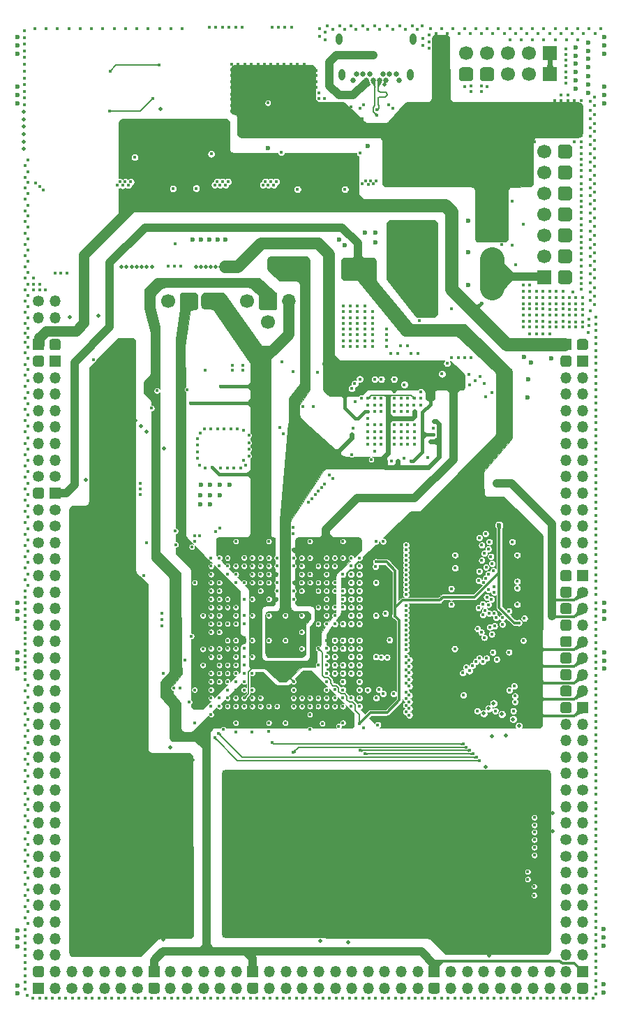
<source format=gbr>
G04 #@! TF.GenerationSoftware,KiCad,Pcbnew,(5.1.5)-3*
G04 #@! TF.CreationDate,2020-06-06T15:28:48+08:00*
G04 #@! TF.ProjectId,fpga_collector,66706761-5f63-46f6-9c6c-6563746f722e,rev?*
G04 #@! TF.SameCoordinates,PX2142678PY97284a0*
G04 #@! TF.FileFunction,Copper,L5,Inr*
G04 #@! TF.FilePolarity,Positive*
%FSLAX46Y46*%
G04 Gerber Fmt 4.6, Leading zero omitted, Abs format (unit mm)*
G04 Created by KiCad (PCBNEW (5.1.5)-3) date 2020-06-06 15:28:48*
%MOMM*%
%LPD*%
G04 APERTURE LIST*
G04 #@! TA.AperFunction,ViaPad*
%ADD10C,0.100000*%
G04 #@! TD*
G04 #@! TA.AperFunction,ViaPad*
%ADD11O,1.350000X1.350000*%
G04 #@! TD*
G04 #@! TA.AperFunction,ViaPad*
%ADD12R,1.350000X1.350000*%
G04 #@! TD*
G04 #@! TA.AperFunction,ViaPad*
%ADD13C,1.350000*%
G04 #@! TD*
G04 #@! TA.AperFunction,ViaPad*
%ADD14C,0.650000*%
G04 #@! TD*
G04 #@! TA.AperFunction,ViaPad*
%ADD15O,0.800000X1.400000*%
G04 #@! TD*
G04 #@! TA.AperFunction,ViaPad*
%ADD16O,1.700000X1.700000*%
G04 #@! TD*
G04 #@! TA.AperFunction,ViaPad*
%ADD17R,1.700000X1.700000*%
G04 #@! TD*
G04 #@! TA.AperFunction,ViaPad*
%ADD18C,1.700000*%
G04 #@! TD*
G04 #@! TA.AperFunction,ViaPad*
%ADD19C,0.400000*%
G04 #@! TD*
G04 #@! TA.AperFunction,ViaPad*
%ADD20C,0.600000*%
G04 #@! TD*
G04 #@! TA.AperFunction,ViaPad*
%ADD21C,0.500000*%
G04 #@! TD*
G04 #@! TA.AperFunction,ViaPad*
%ADD22C,0.800000*%
G04 #@! TD*
G04 #@! TA.AperFunction,Conductor*
%ADD23C,0.400000*%
G04 #@! TD*
G04 #@! TA.AperFunction,Conductor*
%ADD24C,0.300000*%
G04 #@! TD*
G04 #@! TA.AperFunction,Conductor*
%ADD25C,0.600000*%
G04 #@! TD*
G04 #@! TA.AperFunction,Conductor*
%ADD26C,0.150000*%
G04 #@! TD*
G04 #@! TA.AperFunction,Conductor*
%ADD27C,1.000000*%
G04 #@! TD*
G04 #@! TA.AperFunction,Conductor*
%ADD28C,0.250000*%
G04 #@! TD*
G04 #@! TA.AperFunction,Conductor*
%ADD29C,0.450000*%
G04 #@! TD*
G04 #@! TA.AperFunction,Conductor*
%ADD30C,1.390000*%
G04 #@! TD*
G04 #@! TA.AperFunction,Conductor*
%ADD31C,1.500000*%
G04 #@! TD*
G04 #@! TA.AperFunction,Conductor*
%ADD32C,1.400000*%
G04 #@! TD*
G04 #@! TA.AperFunction,Conductor*
%ADD33C,3.000000*%
G04 #@! TD*
G04 #@! TA.AperFunction,Conductor*
%ADD34C,1.600000*%
G04 #@! TD*
G04 #@! TA.AperFunction,Conductor*
%ADD35C,1.300000*%
G04 #@! TD*
G04 #@! TA.AperFunction,Conductor*
%ADD36C,0.500000*%
G04 #@! TD*
G04 #@! TA.AperFunction,Conductor*
%ADD37C,0.100000*%
G04 #@! TD*
G04 #@! TA.AperFunction,Conductor*
%ADD38C,0.050000*%
G04 #@! TD*
G04 #@! TA.AperFunction,Conductor*
%ADD39C,0.025400*%
G04 #@! TD*
G04 APERTURE END LIST*
G04 #@! TA.AperFunction,ViaPad*
D10*
G04 #@! TO.N,GND*
G04 #@! TO.C,J6*
G36*
X70693801Y2670775D02*
G01*
X70726563Y2665915D01*
X70758691Y2657867D01*
X70789876Y2646709D01*
X70819816Y2632548D01*
X70848225Y2615521D01*
X70874828Y2595791D01*
X70899369Y2573549D01*
X70921611Y2549008D01*
X70941341Y2522405D01*
X70958368Y2493996D01*
X70972529Y2464056D01*
X70983687Y2432871D01*
X70991735Y2400743D01*
X70996595Y2367981D01*
X70998220Y2334900D01*
X70998220Y1659900D01*
X70996595Y1626819D01*
X70991735Y1594057D01*
X70983687Y1561929D01*
X70972529Y1530744D01*
X70958368Y1500804D01*
X70941341Y1472395D01*
X70921611Y1445792D01*
X70899369Y1421251D01*
X70874828Y1399009D01*
X70848225Y1379279D01*
X70819816Y1362252D01*
X70789876Y1348091D01*
X70758691Y1336933D01*
X70726563Y1328885D01*
X70693801Y1324025D01*
X70660720Y1322400D01*
X69985720Y1322400D01*
X69952639Y1324025D01*
X69919877Y1328885D01*
X69887749Y1336933D01*
X69856564Y1348091D01*
X69826624Y1362252D01*
X69798215Y1379279D01*
X69771612Y1399009D01*
X69747071Y1421251D01*
X69724829Y1445792D01*
X69705099Y1472395D01*
X69688072Y1500804D01*
X69673911Y1530744D01*
X69662753Y1561929D01*
X69654705Y1594057D01*
X69649845Y1626819D01*
X69648220Y1659900D01*
X69648220Y2334900D01*
X69649845Y2367981D01*
X69654705Y2400743D01*
X69662753Y2432871D01*
X69673911Y2464056D01*
X69688072Y2493996D01*
X69705099Y2522405D01*
X69724829Y2549008D01*
X69747071Y2573549D01*
X69771612Y2595791D01*
X69798215Y2615521D01*
X69826624Y2632548D01*
X69856564Y2646709D01*
X69887749Y2657867D01*
X69919877Y2665915D01*
X69952639Y2670775D01*
X69985720Y2672400D01*
X70660720Y2672400D01*
X70693801Y2670775D01*
G37*
G04 #@! TD.AperFunction*
D11*
G04 #@! TO.N,/Bank_0_L1-*
X68323220Y1997400D03*
D12*
G04 #@! TO.N,/Bank0*
X70323220Y3997400D03*
D11*
G04 #@! TO.N,/Bank_0_L1+*
X68323220Y3997400D03*
G04 #@! TO.N,/Bank_3_L82+*
X70323220Y5997400D03*
G04 #@! TO.N,/Bank_3_L82-*
X68323220Y5997400D03*
G04 #@! TO.N,/Bank_3_L81+*
X70323220Y7997400D03*
G04 #@! TO.N,/Bank_3_L81-*
X68323220Y7997400D03*
G04 #@! TO.N,/Bank_3_L80+*
X70323220Y9997400D03*
G04 #@! TO.N,/Bank_3_L80-*
X68323220Y9997400D03*
G04 #@! TO.N,/Bank_3_L60+*
X70323220Y11997400D03*
G04 #@! TO.N,/Bank_3_L60-*
X68323220Y11997400D03*
G04 #@! TO.N,/Bank_3_L7+*
X70323220Y13997400D03*
G04 #@! TO.N,/Bank_3_L7-*
X68323220Y13997400D03*
G04 #@! TO.N,/Bank_3_L11+*
X70323220Y15997400D03*
G04 #@! TO.N,/Bank_3_L11-*
X68323220Y15997400D03*
G04 #@! TO.N,/Bank_3_L23+*
X70323220Y17997400D03*
D13*
G04 #@! TO.N,/Bank_3_L23-*
X68323220Y17997400D03*
D11*
G04 #@! TO.N,/Bank_3_L25+*
X70323220Y19997400D03*
D13*
G04 #@! TO.N,/Bank_3_L25-*
X68323220Y19997400D03*
D11*
G04 #@! TO.N,/Bank_3_L59+*
X70323220Y21997400D03*
G04 #@! TO.N,/Bank_3_L59-*
X68323220Y21997400D03*
G04 #@! TO.N,/Bank_3_L8+*
X70323220Y23997400D03*
G04 #@! TO.N,/Bank_3_L8-*
X68323220Y23997400D03*
D13*
G04 #@! TO.N,/Bank_3_L26+*
X70323220Y25997400D03*
D11*
G04 #@! TO.N,/Bank_3_L26-*
X68323220Y25997400D03*
D13*
G04 #@! TO.N,/Bank_3_L24+*
X70323220Y27997400D03*
D11*
G04 #@! TO.N,/Bank_3_L24-*
X68323220Y27997400D03*
G04 #@! TO.N,/Bank_3_L9+*
X70323220Y29997400D03*
G04 #@! TO.N,/Bank_3_L9-*
X68323220Y29997400D03*
G04 #@! TO.N,/Bank_3_L10+*
X70323220Y31997400D03*
G04 #@! TO.N,/Bank_3_L10-*
X68323220Y31997400D03*
G04 #@! TO.N,/Bank_3_L2+*
X70323220Y33997400D03*
G04 #@! TO.N,/Bank_3_L2-*
X68323220Y33997400D03*
D12*
G04 #@! TO.N,+1V5*
X70323220Y35997400D03*
G04 #@! TA.AperFunction,ViaPad*
D10*
G04 #@! TO.N,GND*
G36*
X68693801Y36670775D02*
G01*
X68726563Y36665915D01*
X68758691Y36657867D01*
X68789876Y36646709D01*
X68819816Y36632548D01*
X68848225Y36615521D01*
X68874828Y36595791D01*
X68899369Y36573549D01*
X68921611Y36549008D01*
X68941341Y36522405D01*
X68958368Y36493996D01*
X68972529Y36464056D01*
X68983687Y36432871D01*
X68991735Y36400743D01*
X68996595Y36367981D01*
X68998220Y36334900D01*
X68998220Y35659900D01*
X68996595Y35626819D01*
X68991735Y35594057D01*
X68983687Y35561929D01*
X68972529Y35530744D01*
X68958368Y35500804D01*
X68941341Y35472395D01*
X68921611Y35445792D01*
X68899369Y35421251D01*
X68874828Y35399009D01*
X68848225Y35379279D01*
X68819816Y35362252D01*
X68789876Y35348091D01*
X68758691Y35336933D01*
X68726563Y35328885D01*
X68693801Y35324025D01*
X68660720Y35322400D01*
X67985720Y35322400D01*
X67952639Y35324025D01*
X67919877Y35328885D01*
X67887749Y35336933D01*
X67856564Y35348091D01*
X67826624Y35362252D01*
X67798215Y35379279D01*
X67771612Y35399009D01*
X67747071Y35421251D01*
X67724829Y35445792D01*
X67705099Y35472395D01*
X67688072Y35500804D01*
X67673911Y35530744D01*
X67662753Y35561929D01*
X67654705Y35594057D01*
X67649845Y35626819D01*
X67648220Y35659900D01*
X67648220Y36334900D01*
X67649845Y36367981D01*
X67654705Y36400743D01*
X67662753Y36432871D01*
X67673911Y36464056D01*
X67688072Y36493996D01*
X67705099Y36522405D01*
X67724829Y36549008D01*
X67747071Y36573549D01*
X67771612Y36595791D01*
X67798215Y36615521D01*
X67826624Y36632548D01*
X67856564Y36646709D01*
X67887749Y36657867D01*
X67919877Y36665915D01*
X67952639Y36670775D01*
X67985720Y36672400D01*
X68660720Y36672400D01*
X68693801Y36670775D01*
G37*
G04 #@! TD.AperFunction*
D11*
G04 #@! TO.N,+1V5*
X70323220Y37997400D03*
G04 #@! TA.AperFunction,ViaPad*
D10*
G04 #@! TO.N,GND*
G36*
X68693801Y38670775D02*
G01*
X68726563Y38665915D01*
X68758691Y38657867D01*
X68789876Y38646709D01*
X68819816Y38632548D01*
X68848225Y38615521D01*
X68874828Y38595791D01*
X68899369Y38573549D01*
X68921611Y38549008D01*
X68941341Y38522405D01*
X68958368Y38493996D01*
X68972529Y38464056D01*
X68983687Y38432871D01*
X68991735Y38400743D01*
X68996595Y38367981D01*
X68998220Y38334900D01*
X68998220Y37659900D01*
X68996595Y37626819D01*
X68991735Y37594057D01*
X68983687Y37561929D01*
X68972529Y37530744D01*
X68958368Y37500804D01*
X68941341Y37472395D01*
X68921611Y37445792D01*
X68899369Y37421251D01*
X68874828Y37399009D01*
X68848225Y37379279D01*
X68819816Y37362252D01*
X68789876Y37348091D01*
X68758691Y37336933D01*
X68726563Y37328885D01*
X68693801Y37324025D01*
X68660720Y37322400D01*
X67985720Y37322400D01*
X67952639Y37324025D01*
X67919877Y37328885D01*
X67887749Y37336933D01*
X67856564Y37348091D01*
X67826624Y37362252D01*
X67798215Y37379279D01*
X67771612Y37399009D01*
X67747071Y37421251D01*
X67724829Y37445792D01*
X67705099Y37472395D01*
X67688072Y37500804D01*
X67673911Y37530744D01*
X67662753Y37561929D01*
X67654705Y37594057D01*
X67649845Y37626819D01*
X67648220Y37659900D01*
X67648220Y38334900D01*
X67649845Y38367981D01*
X67654705Y38400743D01*
X67662753Y38432871D01*
X67673911Y38464056D01*
X67688072Y38493996D01*
X67705099Y38522405D01*
X67724829Y38549008D01*
X67747071Y38573549D01*
X67771612Y38595791D01*
X67798215Y38615521D01*
X67826624Y38632548D01*
X67856564Y38646709D01*
X67887749Y38657867D01*
X67919877Y38665915D01*
X67952639Y38670775D01*
X67985720Y38672400D01*
X68660720Y38672400D01*
X68693801Y38670775D01*
G37*
G04 #@! TD.AperFunction*
D11*
G04 #@! TO.N,+1V5*
X70323220Y39997400D03*
G04 #@! TA.AperFunction,ViaPad*
D10*
G04 #@! TO.N,GND*
G36*
X68693801Y40670775D02*
G01*
X68726563Y40665915D01*
X68758691Y40657867D01*
X68789876Y40646709D01*
X68819816Y40632548D01*
X68848225Y40615521D01*
X68874828Y40595791D01*
X68899369Y40573549D01*
X68921611Y40549008D01*
X68941341Y40522405D01*
X68958368Y40493996D01*
X68972529Y40464056D01*
X68983687Y40432871D01*
X68991735Y40400743D01*
X68996595Y40367981D01*
X68998220Y40334900D01*
X68998220Y39659900D01*
X68996595Y39626819D01*
X68991735Y39594057D01*
X68983687Y39561929D01*
X68972529Y39530744D01*
X68958368Y39500804D01*
X68941341Y39472395D01*
X68921611Y39445792D01*
X68899369Y39421251D01*
X68874828Y39399009D01*
X68848225Y39379279D01*
X68819816Y39362252D01*
X68789876Y39348091D01*
X68758691Y39336933D01*
X68726563Y39328885D01*
X68693801Y39324025D01*
X68660720Y39322400D01*
X67985720Y39322400D01*
X67952639Y39324025D01*
X67919877Y39328885D01*
X67887749Y39336933D01*
X67856564Y39348091D01*
X67826624Y39362252D01*
X67798215Y39379279D01*
X67771612Y39399009D01*
X67747071Y39421251D01*
X67724829Y39445792D01*
X67705099Y39472395D01*
X67688072Y39500804D01*
X67673911Y39530744D01*
X67662753Y39561929D01*
X67654705Y39594057D01*
X67649845Y39626819D01*
X67648220Y39659900D01*
X67648220Y40334900D01*
X67649845Y40367981D01*
X67654705Y40400743D01*
X67662753Y40432871D01*
X67673911Y40464056D01*
X67688072Y40493996D01*
X67705099Y40522405D01*
X67724829Y40549008D01*
X67747071Y40573549D01*
X67771612Y40595791D01*
X67798215Y40615521D01*
X67826624Y40632548D01*
X67856564Y40646709D01*
X67887749Y40657867D01*
X67919877Y40665915D01*
X67952639Y40670775D01*
X67985720Y40672400D01*
X68660720Y40672400D01*
X68693801Y40670775D01*
G37*
G04 #@! TD.AperFunction*
D11*
G04 #@! TO.N,+1V5*
X70323220Y41997400D03*
G04 #@! TA.AperFunction,ViaPad*
D10*
G04 #@! TO.N,GND*
G36*
X68693801Y42670775D02*
G01*
X68726563Y42665915D01*
X68758691Y42657867D01*
X68789876Y42646709D01*
X68819816Y42632548D01*
X68848225Y42615521D01*
X68874828Y42595791D01*
X68899369Y42573549D01*
X68921611Y42549008D01*
X68941341Y42522405D01*
X68958368Y42493996D01*
X68972529Y42464056D01*
X68983687Y42432871D01*
X68991735Y42400743D01*
X68996595Y42367981D01*
X68998220Y42334900D01*
X68998220Y41659900D01*
X68996595Y41626819D01*
X68991735Y41594057D01*
X68983687Y41561929D01*
X68972529Y41530744D01*
X68958368Y41500804D01*
X68941341Y41472395D01*
X68921611Y41445792D01*
X68899369Y41421251D01*
X68874828Y41399009D01*
X68848225Y41379279D01*
X68819816Y41362252D01*
X68789876Y41348091D01*
X68758691Y41336933D01*
X68726563Y41328885D01*
X68693801Y41324025D01*
X68660720Y41322400D01*
X67985720Y41322400D01*
X67952639Y41324025D01*
X67919877Y41328885D01*
X67887749Y41336933D01*
X67856564Y41348091D01*
X67826624Y41362252D01*
X67798215Y41379279D01*
X67771612Y41399009D01*
X67747071Y41421251D01*
X67724829Y41445792D01*
X67705099Y41472395D01*
X67688072Y41500804D01*
X67673911Y41530744D01*
X67662753Y41561929D01*
X67654705Y41594057D01*
X67649845Y41626819D01*
X67648220Y41659900D01*
X67648220Y42334900D01*
X67649845Y42367981D01*
X67654705Y42400743D01*
X67662753Y42432871D01*
X67673911Y42464056D01*
X67688072Y42493996D01*
X67705099Y42522405D01*
X67724829Y42549008D01*
X67747071Y42573549D01*
X67771612Y42595791D01*
X67798215Y42615521D01*
X67826624Y42632548D01*
X67856564Y42646709D01*
X67887749Y42657867D01*
X67919877Y42665915D01*
X67952639Y42670775D01*
X67985720Y42672400D01*
X68660720Y42672400D01*
X68693801Y42670775D01*
G37*
G04 #@! TD.AperFunction*
D11*
G04 #@! TO.N,+1V5*
X70323220Y43997400D03*
G04 #@! TA.AperFunction,ViaPad*
D10*
G04 #@! TO.N,GND*
G36*
X68693801Y44670775D02*
G01*
X68726563Y44665915D01*
X68758691Y44657867D01*
X68789876Y44646709D01*
X68819816Y44632548D01*
X68848225Y44615521D01*
X68874828Y44595791D01*
X68899369Y44573549D01*
X68921611Y44549008D01*
X68941341Y44522405D01*
X68958368Y44493996D01*
X68972529Y44464056D01*
X68983687Y44432871D01*
X68991735Y44400743D01*
X68996595Y44367981D01*
X68998220Y44334900D01*
X68998220Y43659900D01*
X68996595Y43626819D01*
X68991735Y43594057D01*
X68983687Y43561929D01*
X68972529Y43530744D01*
X68958368Y43500804D01*
X68941341Y43472395D01*
X68921611Y43445792D01*
X68899369Y43421251D01*
X68874828Y43399009D01*
X68848225Y43379279D01*
X68819816Y43362252D01*
X68789876Y43348091D01*
X68758691Y43336933D01*
X68726563Y43328885D01*
X68693801Y43324025D01*
X68660720Y43322400D01*
X67985720Y43322400D01*
X67952639Y43324025D01*
X67919877Y43328885D01*
X67887749Y43336933D01*
X67856564Y43348091D01*
X67826624Y43362252D01*
X67798215Y43379279D01*
X67771612Y43399009D01*
X67747071Y43421251D01*
X67724829Y43445792D01*
X67705099Y43472395D01*
X67688072Y43500804D01*
X67673911Y43530744D01*
X67662753Y43561929D01*
X67654705Y43594057D01*
X67649845Y43626819D01*
X67648220Y43659900D01*
X67648220Y44334900D01*
X67649845Y44367981D01*
X67654705Y44400743D01*
X67662753Y44432871D01*
X67673911Y44464056D01*
X67688072Y44493996D01*
X67705099Y44522405D01*
X67724829Y44549008D01*
X67747071Y44573549D01*
X67771612Y44595791D01*
X67798215Y44615521D01*
X67826624Y44632548D01*
X67856564Y44646709D01*
X67887749Y44657867D01*
X67919877Y44665915D01*
X67952639Y44670775D01*
X67985720Y44672400D01*
X68660720Y44672400D01*
X68693801Y44670775D01*
G37*
G04 #@! TD.AperFunction*
D11*
G04 #@! TO.N,/DDR_VREF*
X70323220Y45997400D03*
G04 #@! TA.AperFunction,ViaPad*
D10*
G04 #@! TO.N,GND*
G36*
X68693801Y46670775D02*
G01*
X68726563Y46665915D01*
X68758691Y46657867D01*
X68789876Y46646709D01*
X68819816Y46632548D01*
X68848225Y46615521D01*
X68874828Y46595791D01*
X68899369Y46573549D01*
X68921611Y46549008D01*
X68941341Y46522405D01*
X68958368Y46493996D01*
X68972529Y46464056D01*
X68983687Y46432871D01*
X68991735Y46400743D01*
X68996595Y46367981D01*
X68998220Y46334900D01*
X68998220Y45659900D01*
X68996595Y45626819D01*
X68991735Y45594057D01*
X68983687Y45561929D01*
X68972529Y45530744D01*
X68958368Y45500804D01*
X68941341Y45472395D01*
X68921611Y45445792D01*
X68899369Y45421251D01*
X68874828Y45399009D01*
X68848225Y45379279D01*
X68819816Y45362252D01*
X68789876Y45348091D01*
X68758691Y45336933D01*
X68726563Y45328885D01*
X68693801Y45324025D01*
X68660720Y45322400D01*
X67985720Y45322400D01*
X67952639Y45324025D01*
X67919877Y45328885D01*
X67887749Y45336933D01*
X67856564Y45348091D01*
X67826624Y45362252D01*
X67798215Y45379279D01*
X67771612Y45399009D01*
X67747071Y45421251D01*
X67724829Y45445792D01*
X67705099Y45472395D01*
X67688072Y45500804D01*
X67673911Y45530744D01*
X67662753Y45561929D01*
X67654705Y45594057D01*
X67649845Y45626819D01*
X67648220Y45659900D01*
X67648220Y46334900D01*
X67649845Y46367981D01*
X67654705Y46400743D01*
X67662753Y46432871D01*
X67673911Y46464056D01*
X67688072Y46493996D01*
X67705099Y46522405D01*
X67724829Y46549008D01*
X67747071Y46573549D01*
X67771612Y46595791D01*
X67798215Y46615521D01*
X67826624Y46632548D01*
X67856564Y46646709D01*
X67887749Y46657867D01*
X67919877Y46665915D01*
X67952639Y46670775D01*
X67985720Y46672400D01*
X68660720Y46672400D01*
X68693801Y46670775D01*
G37*
G04 #@! TD.AperFunction*
D11*
G04 #@! TO.N,/DDR_VTT*
X70323220Y47997400D03*
G04 #@! TA.AperFunction,ViaPad*
D10*
G04 #@! TO.N,GND*
G36*
X68693801Y48670775D02*
G01*
X68726563Y48665915D01*
X68758691Y48657867D01*
X68789876Y48646709D01*
X68819816Y48632548D01*
X68848225Y48615521D01*
X68874828Y48595791D01*
X68899369Y48573549D01*
X68921611Y48549008D01*
X68941341Y48522405D01*
X68958368Y48493996D01*
X68972529Y48464056D01*
X68983687Y48432871D01*
X68991735Y48400743D01*
X68996595Y48367981D01*
X68998220Y48334900D01*
X68998220Y47659900D01*
X68996595Y47626819D01*
X68991735Y47594057D01*
X68983687Y47561929D01*
X68972529Y47530744D01*
X68958368Y47500804D01*
X68941341Y47472395D01*
X68921611Y47445792D01*
X68899369Y47421251D01*
X68874828Y47399009D01*
X68848225Y47379279D01*
X68819816Y47362252D01*
X68789876Y47348091D01*
X68758691Y47336933D01*
X68726563Y47328885D01*
X68693801Y47324025D01*
X68660720Y47322400D01*
X67985720Y47322400D01*
X67952639Y47324025D01*
X67919877Y47328885D01*
X67887749Y47336933D01*
X67856564Y47348091D01*
X67826624Y47362252D01*
X67798215Y47379279D01*
X67771612Y47399009D01*
X67747071Y47421251D01*
X67724829Y47445792D01*
X67705099Y47472395D01*
X67688072Y47500804D01*
X67673911Y47530744D01*
X67662753Y47561929D01*
X67654705Y47594057D01*
X67649845Y47626819D01*
X67648220Y47659900D01*
X67648220Y48334900D01*
X67649845Y48367981D01*
X67654705Y48400743D01*
X67662753Y48432871D01*
X67673911Y48464056D01*
X67688072Y48493996D01*
X67705099Y48522405D01*
X67724829Y48549008D01*
X67747071Y48573549D01*
X67771612Y48595791D01*
X67798215Y48615521D01*
X67826624Y48632548D01*
X67856564Y48646709D01*
X67887749Y48657867D01*
X67919877Y48665915D01*
X67952639Y48670775D01*
X67985720Y48672400D01*
X68660720Y48672400D01*
X68693801Y48670775D01*
G37*
G04 #@! TD.AperFunction*
D13*
G04 #@! TO.N,/DDR_VTT*
X70323220Y49997400D03*
G04 #@! TA.AperFunction,ViaPad*
D10*
G04 #@! TO.N,GND*
G36*
X68693801Y50670775D02*
G01*
X68726563Y50665915D01*
X68758691Y50657867D01*
X68789876Y50646709D01*
X68819816Y50632548D01*
X68848225Y50615521D01*
X68874828Y50595791D01*
X68899369Y50573549D01*
X68921611Y50549008D01*
X68941341Y50522405D01*
X68958368Y50493996D01*
X68972529Y50464056D01*
X68983687Y50432871D01*
X68991735Y50400743D01*
X68996595Y50367981D01*
X68998220Y50334900D01*
X68998220Y49659900D01*
X68996595Y49626819D01*
X68991735Y49594057D01*
X68983687Y49561929D01*
X68972529Y49530744D01*
X68958368Y49500804D01*
X68941341Y49472395D01*
X68921611Y49445792D01*
X68899369Y49421251D01*
X68874828Y49399009D01*
X68848225Y49379279D01*
X68819816Y49362252D01*
X68789876Y49348091D01*
X68758691Y49336933D01*
X68726563Y49328885D01*
X68693801Y49324025D01*
X68660720Y49322400D01*
X67985720Y49322400D01*
X67952639Y49324025D01*
X67919877Y49328885D01*
X67887749Y49336933D01*
X67856564Y49348091D01*
X67826624Y49362252D01*
X67798215Y49379279D01*
X67771612Y49399009D01*
X67747071Y49421251D01*
X67724829Y49445792D01*
X67705099Y49472395D01*
X67688072Y49500804D01*
X67673911Y49530744D01*
X67662753Y49561929D01*
X67654705Y49594057D01*
X67649845Y49626819D01*
X67648220Y49659900D01*
X67648220Y50334900D01*
X67649845Y50367981D01*
X67654705Y50400743D01*
X67662753Y50432871D01*
X67673911Y50464056D01*
X67688072Y50493996D01*
X67705099Y50522405D01*
X67724829Y50549008D01*
X67747071Y50573549D01*
X67771612Y50595791D01*
X67798215Y50615521D01*
X67826624Y50632548D01*
X67856564Y50646709D01*
X67887749Y50657867D01*
X67919877Y50665915D01*
X67952639Y50670775D01*
X67985720Y50672400D01*
X68660720Y50672400D01*
X68693801Y50670775D01*
G37*
G04 #@! TD.AperFunction*
D12*
G04 #@! TO.N,+3V3*
X70323220Y51997400D03*
G04 #@! TA.AperFunction,ViaPad*
D10*
G04 #@! TO.N,GND*
G36*
X68693801Y52670775D02*
G01*
X68726563Y52665915D01*
X68758691Y52657867D01*
X68789876Y52646709D01*
X68819816Y52632548D01*
X68848225Y52615521D01*
X68874828Y52595791D01*
X68899369Y52573549D01*
X68921611Y52549008D01*
X68941341Y52522405D01*
X68958368Y52493996D01*
X68972529Y52464056D01*
X68983687Y52432871D01*
X68991735Y52400743D01*
X68996595Y52367981D01*
X68998220Y52334900D01*
X68998220Y51659900D01*
X68996595Y51626819D01*
X68991735Y51594057D01*
X68983687Y51561929D01*
X68972529Y51530744D01*
X68958368Y51500804D01*
X68941341Y51472395D01*
X68921611Y51445792D01*
X68899369Y51421251D01*
X68874828Y51399009D01*
X68848225Y51379279D01*
X68819816Y51362252D01*
X68789876Y51348091D01*
X68758691Y51336933D01*
X68726563Y51328885D01*
X68693801Y51324025D01*
X68660720Y51322400D01*
X67985720Y51322400D01*
X67952639Y51324025D01*
X67919877Y51328885D01*
X67887749Y51336933D01*
X67856564Y51348091D01*
X67826624Y51362252D01*
X67798215Y51379279D01*
X67771612Y51399009D01*
X67747071Y51421251D01*
X67724829Y51445792D01*
X67705099Y51472395D01*
X67688072Y51500804D01*
X67673911Y51530744D01*
X67662753Y51561929D01*
X67654705Y51594057D01*
X67649845Y51626819D01*
X67648220Y51659900D01*
X67648220Y52334900D01*
X67649845Y52367981D01*
X67654705Y52400743D01*
X67662753Y52432871D01*
X67673911Y52464056D01*
X67688072Y52493996D01*
X67705099Y52522405D01*
X67724829Y52549008D01*
X67747071Y52573549D01*
X67771612Y52595791D01*
X67798215Y52615521D01*
X67826624Y52632548D01*
X67856564Y52646709D01*
X67887749Y52657867D01*
X67919877Y52665915D01*
X67952639Y52670775D01*
X67985720Y52672400D01*
X68660720Y52672400D01*
X68693801Y52670775D01*
G37*
G04 #@! TD.AperFunction*
D11*
G04 #@! TO.N,/Bank_2_L60+*
X70323220Y53997400D03*
G04 #@! TO.N,/Bank_2_L60-*
X68323220Y53997400D03*
G04 #@! TO.N,/Bank_2_L52+*
X70323220Y55997400D03*
G04 #@! TO.N,/Bank_2_L52-*
X68323220Y55997400D03*
G04 #@! TO.N,/Bank_2_L40+*
X70323220Y57997400D03*
G04 #@! TO.N,/Bank_2_L40-*
X68323220Y57997400D03*
G04 #@! TO.N,/Bank_2_L63+*
X70323220Y59997400D03*
G04 #@! TO.N,/Bank_2_L63-*
X68323220Y59997400D03*
G04 #@! TO.N,/Bank_2_L51+*
X70323220Y61997400D03*
G04 #@! TO.N,/Bank_2_L51-*
X68323220Y61997400D03*
G04 #@! TO.N,/Bank_2_L50+*
X70323220Y63997400D03*
G04 #@! TO.N,/Bank_2_L50-*
X68323220Y63997400D03*
G04 #@! TO.N,/Bank_2_L29-*
X70323220Y65997400D03*
G04 #@! TO.N,/Bank_2_L1-*
X68323220Y65997400D03*
G04 #@! TO.N,/Bank_2_L2+*
X70323220Y67997400D03*
G04 #@! TO.N,/Bank_2_L2-*
X68323220Y67997400D03*
G04 #@! TO.N,/Bank_2_L12+*
X70323220Y69997400D03*
G04 #@! TO.N,/Bank_2_L12-*
X68323220Y69997400D03*
G04 #@! TO.N,/Bank_2_L32+*
X70323220Y71997400D03*
G04 #@! TO.N,/Bank_2_L32-*
X68323220Y71997400D03*
G04 #@! TO.N,/Bank_2_L31+*
X70323220Y73997400D03*
G04 #@! TO.N,/Bank_2_L31-*
X68323220Y73997400D03*
G04 #@! TO.N,/Bank_2_L30+*
X70323220Y75997400D03*
G04 #@! TO.N,/Bank_2_L30-*
X68323220Y75997400D03*
D12*
G04 #@! TO.N,+3V3*
X70323220Y77997400D03*
G04 #@! TA.AperFunction,ViaPad*
D10*
G04 #@! TO.N,GND*
G36*
X68693801Y78670775D02*
G01*
X68726563Y78665915D01*
X68758691Y78657867D01*
X68789876Y78646709D01*
X68819816Y78632548D01*
X68848225Y78615521D01*
X68874828Y78595791D01*
X68899369Y78573549D01*
X68921611Y78549008D01*
X68941341Y78522405D01*
X68958368Y78493996D01*
X68972529Y78464056D01*
X68983687Y78432871D01*
X68991735Y78400743D01*
X68996595Y78367981D01*
X68998220Y78334900D01*
X68998220Y77659900D01*
X68996595Y77626819D01*
X68991735Y77594057D01*
X68983687Y77561929D01*
X68972529Y77530744D01*
X68958368Y77500804D01*
X68941341Y77472395D01*
X68921611Y77445792D01*
X68899369Y77421251D01*
X68874828Y77399009D01*
X68848225Y77379279D01*
X68819816Y77362252D01*
X68789876Y77348091D01*
X68758691Y77336933D01*
X68726563Y77328885D01*
X68693801Y77324025D01*
X68660720Y77322400D01*
X67985720Y77322400D01*
X67952639Y77324025D01*
X67919877Y77328885D01*
X67887749Y77336933D01*
X67856564Y77348091D01*
X67826624Y77362252D01*
X67798215Y77379279D01*
X67771612Y77399009D01*
X67747071Y77421251D01*
X67724829Y77445792D01*
X67705099Y77472395D01*
X67688072Y77500804D01*
X67673911Y77530744D01*
X67662753Y77561929D01*
X67654705Y77594057D01*
X67649845Y77626819D01*
X67648220Y77659900D01*
X67648220Y78334900D01*
X67649845Y78367981D01*
X67654705Y78400743D01*
X67662753Y78432871D01*
X67673911Y78464056D01*
X67688072Y78493996D01*
X67705099Y78522405D01*
X67724829Y78549008D01*
X67747071Y78573549D01*
X67771612Y78595791D01*
X67798215Y78615521D01*
X67826624Y78632548D01*
X67856564Y78646709D01*
X67887749Y78657867D01*
X67919877Y78665915D01*
X67952639Y78670775D01*
X67985720Y78672400D01*
X68660720Y78672400D01*
X68693801Y78670775D01*
G37*
G04 #@! TD.AperFunction*
G04 #@! TA.AperFunction,ViaPad*
G36*
X70693801Y80670775D02*
G01*
X70726563Y80665915D01*
X70758691Y80657867D01*
X70789876Y80646709D01*
X70819816Y80632548D01*
X70848225Y80615521D01*
X70874828Y80595791D01*
X70899369Y80573549D01*
X70921611Y80549008D01*
X70941341Y80522405D01*
X70958368Y80493996D01*
X70972529Y80464056D01*
X70983687Y80432871D01*
X70991735Y80400743D01*
X70996595Y80367981D01*
X70998220Y80334900D01*
X70998220Y79659900D01*
X70996595Y79626819D01*
X70991735Y79594057D01*
X70983687Y79561929D01*
X70972529Y79530744D01*
X70958368Y79500804D01*
X70941341Y79472395D01*
X70921611Y79445792D01*
X70899369Y79421251D01*
X70874828Y79399009D01*
X70848225Y79379279D01*
X70819816Y79362252D01*
X70789876Y79348091D01*
X70758691Y79336933D01*
X70726563Y79328885D01*
X70693801Y79324025D01*
X70660720Y79322400D01*
X69985720Y79322400D01*
X69952639Y79324025D01*
X69919877Y79328885D01*
X69887749Y79336933D01*
X69856564Y79348091D01*
X69826624Y79362252D01*
X69798215Y79379279D01*
X69771612Y79399009D01*
X69747071Y79421251D01*
X69724829Y79445792D01*
X69705099Y79472395D01*
X69688072Y79500804D01*
X69673911Y79530744D01*
X69662753Y79561929D01*
X69654705Y79594057D01*
X69649845Y79626819D01*
X69648220Y79659900D01*
X69648220Y80334900D01*
X69649845Y80367981D01*
X69654705Y80400743D01*
X69662753Y80432871D01*
X69673911Y80464056D01*
X69688072Y80493996D01*
X69705099Y80522405D01*
X69724829Y80549008D01*
X69747071Y80573549D01*
X69771612Y80595791D01*
X69798215Y80615521D01*
X69826624Y80632548D01*
X69856564Y80646709D01*
X69887749Y80657867D01*
X69919877Y80665915D01*
X69952639Y80670775D01*
X69985720Y80672400D01*
X70660720Y80672400D01*
X70693801Y80670775D01*
G37*
G04 #@! TD.AperFunction*
D12*
G04 #@! TO.N,+5V*
X68323220Y79997400D03*
G04 #@! TD*
D14*
G04 #@! TO.N,/USB_SSRX+*
G04 #@! TO.C,J1*
X47696180Y112764120D03*
G04 #@! TO.N,/USB_SSRX-*
X46896180Y112764120D03*
G04 #@! TO.N,Net-(J1-PadB8)*
X46096180Y112764120D03*
G04 #@! TO.N,Net-(J1-PadB5)*
X44496180Y112764120D03*
G04 #@! TO.N,/USB_SSTX-*
X43696180Y112764120D03*
G04 #@! TO.N,/USB_SSTX+*
X42896180Y112764120D03*
G04 #@! TO.N,GND*
X48096180Y112064120D03*
G04 #@! TO.N,Net-(F1-Pad2)*
X46496180Y112064120D03*
G04 #@! TO.N,/USB_D-*
X45696180Y112064120D03*
G04 #@! TO.N,/USB_D+*
X44896180Y112064120D03*
G04 #@! TO.N,Net-(F1-Pad2)*
X44096180Y112064120D03*
G04 #@! TO.N,GND*
X42496180Y112064120D03*
D15*
G04 #@! TO.N,Net-(C49-Pad1)*
X49786180Y117054120D03*
X40806180Y117054120D03*
X41166180Y112664120D03*
X49426180Y112664120D03*
G04 #@! TD*
D16*
G04 #@! TO.N,+3V3*
G04 #@! TO.C,VBank1*
X25105000Y85250000D03*
D17*
G04 #@! TO.N,/Bank1*
X22565000Y85250000D03*
D18*
G04 #@! TO.N,+2V5*
X20025000Y85250000D03*
G04 #@! TD*
D16*
G04 #@! TO.N,+3V3*
G04 #@! TO.C,VBank2*
X34665000Y85250000D03*
D17*
G04 #@! TO.N,/Bank0*
X32125000Y85250000D03*
D18*
G04 #@! TO.N,+2V5*
X29585000Y85250000D03*
G04 #@! TD*
G04 #@! TO.N,+1V5*
G04 #@! TO.C,1V1*
X32125000Y82710000D03*
G04 #@! TD*
G04 #@! TO.N,Net-(J2-Pad14)*
G04 #@! TO.C,J2*
X65669000Y103406000D03*
G04 #@! TA.AperFunction,ViaPad*
D10*
G04 #@! TO.N,GND*
G36*
X68675657Y104253954D02*
G01*
X68716913Y104247834D01*
X68757371Y104237700D01*
X68796640Y104223649D01*
X68834344Y104205817D01*
X68870117Y104184375D01*
X68903617Y104159529D01*
X68934520Y104131520D01*
X68962529Y104100617D01*
X68987375Y104067117D01*
X69008817Y104031344D01*
X69026649Y103993640D01*
X69040700Y103954371D01*
X69050834Y103913913D01*
X69056954Y103872657D01*
X69059000Y103831000D01*
X69059000Y102981000D01*
X69056954Y102939343D01*
X69050834Y102898087D01*
X69040700Y102857629D01*
X69026649Y102818360D01*
X69008817Y102780656D01*
X68987375Y102744883D01*
X68962529Y102711383D01*
X68934520Y102680480D01*
X68903617Y102652471D01*
X68870117Y102627625D01*
X68834344Y102606183D01*
X68796640Y102588351D01*
X68757371Y102574300D01*
X68716913Y102564166D01*
X68675657Y102558046D01*
X68634000Y102556000D01*
X67784000Y102556000D01*
X67742343Y102558046D01*
X67701087Y102564166D01*
X67660629Y102574300D01*
X67621360Y102588351D01*
X67583656Y102606183D01*
X67547883Y102627625D01*
X67514383Y102652471D01*
X67483480Y102680480D01*
X67455471Y102711383D01*
X67430625Y102744883D01*
X67409183Y102780656D01*
X67391351Y102818360D01*
X67377300Y102857629D01*
X67367166Y102898087D01*
X67361046Y102939343D01*
X67359000Y102981000D01*
X67359000Y103831000D01*
X67361046Y103872657D01*
X67367166Y103913913D01*
X67377300Y103954371D01*
X67391351Y103993640D01*
X67409183Y104031344D01*
X67430625Y104067117D01*
X67455471Y104100617D01*
X67483480Y104131520D01*
X67514383Y104159529D01*
X67547883Y104184375D01*
X67583656Y104205817D01*
X67621360Y104223649D01*
X67660629Y104237700D01*
X67701087Y104247834D01*
X67742343Y104253954D01*
X67784000Y104256000D01*
X68634000Y104256000D01*
X68675657Y104253954D01*
G37*
G04 #@! TD.AperFunction*
D18*
G04 #@! TO.N,Net-(J2-Pad12)*
X65669000Y100866000D03*
G04 #@! TA.AperFunction,ViaPad*
D10*
G04 #@! TO.N,GND*
G36*
X68675657Y101713954D02*
G01*
X68716913Y101707834D01*
X68757371Y101697700D01*
X68796640Y101683649D01*
X68834344Y101665817D01*
X68870117Y101644375D01*
X68903617Y101619529D01*
X68934520Y101591520D01*
X68962529Y101560617D01*
X68987375Y101527117D01*
X69008817Y101491344D01*
X69026649Y101453640D01*
X69040700Y101414371D01*
X69050834Y101373913D01*
X69056954Y101332657D01*
X69059000Y101291000D01*
X69059000Y100441000D01*
X69056954Y100399343D01*
X69050834Y100358087D01*
X69040700Y100317629D01*
X69026649Y100278360D01*
X69008817Y100240656D01*
X68987375Y100204883D01*
X68962529Y100171383D01*
X68934520Y100140480D01*
X68903617Y100112471D01*
X68870117Y100087625D01*
X68834344Y100066183D01*
X68796640Y100048351D01*
X68757371Y100034300D01*
X68716913Y100024166D01*
X68675657Y100018046D01*
X68634000Y100016000D01*
X67784000Y100016000D01*
X67742343Y100018046D01*
X67701087Y100024166D01*
X67660629Y100034300D01*
X67621360Y100048351D01*
X67583656Y100066183D01*
X67547883Y100087625D01*
X67514383Y100112471D01*
X67483480Y100140480D01*
X67455471Y100171383D01*
X67430625Y100204883D01*
X67409183Y100240656D01*
X67391351Y100278360D01*
X67377300Y100317629D01*
X67367166Y100358087D01*
X67361046Y100399343D01*
X67359000Y100441000D01*
X67359000Y101291000D01*
X67361046Y101332657D01*
X67367166Y101373913D01*
X67377300Y101414371D01*
X67391351Y101453640D01*
X67409183Y101491344D01*
X67430625Y101527117D01*
X67455471Y101560617D01*
X67483480Y101591520D01*
X67514383Y101619529D01*
X67547883Y101644375D01*
X67583656Y101665817D01*
X67621360Y101683649D01*
X67660629Y101697700D01*
X67701087Y101707834D01*
X67742343Y101713954D01*
X67784000Y101716000D01*
X68634000Y101716000D01*
X68675657Y101713954D01*
G37*
G04 #@! TD.AperFunction*
D18*
G04 #@! TO.N,Net-(J2-Pad10)*
X65669000Y98326000D03*
G04 #@! TA.AperFunction,ViaPad*
D10*
G04 #@! TO.N,GND*
G36*
X68675657Y99173954D02*
G01*
X68716913Y99167834D01*
X68757371Y99157700D01*
X68796640Y99143649D01*
X68834344Y99125817D01*
X68870117Y99104375D01*
X68903617Y99079529D01*
X68934520Y99051520D01*
X68962529Y99020617D01*
X68987375Y98987117D01*
X69008817Y98951344D01*
X69026649Y98913640D01*
X69040700Y98874371D01*
X69050834Y98833913D01*
X69056954Y98792657D01*
X69059000Y98751000D01*
X69059000Y97901000D01*
X69056954Y97859343D01*
X69050834Y97818087D01*
X69040700Y97777629D01*
X69026649Y97738360D01*
X69008817Y97700656D01*
X68987375Y97664883D01*
X68962529Y97631383D01*
X68934520Y97600480D01*
X68903617Y97572471D01*
X68870117Y97547625D01*
X68834344Y97526183D01*
X68796640Y97508351D01*
X68757371Y97494300D01*
X68716913Y97484166D01*
X68675657Y97478046D01*
X68634000Y97476000D01*
X67784000Y97476000D01*
X67742343Y97478046D01*
X67701087Y97484166D01*
X67660629Y97494300D01*
X67621360Y97508351D01*
X67583656Y97526183D01*
X67547883Y97547625D01*
X67514383Y97572471D01*
X67483480Y97600480D01*
X67455471Y97631383D01*
X67430625Y97664883D01*
X67409183Y97700656D01*
X67391351Y97738360D01*
X67377300Y97777629D01*
X67367166Y97818087D01*
X67361046Y97859343D01*
X67359000Y97901000D01*
X67359000Y98751000D01*
X67361046Y98792657D01*
X67367166Y98833913D01*
X67377300Y98874371D01*
X67391351Y98913640D01*
X67409183Y98951344D01*
X67430625Y98987117D01*
X67455471Y99020617D01*
X67483480Y99051520D01*
X67514383Y99079529D01*
X67547883Y99104375D01*
X67583656Y99125817D01*
X67621360Y99143649D01*
X67660629Y99157700D01*
X67701087Y99167834D01*
X67742343Y99173954D01*
X67784000Y99176000D01*
X68634000Y99176000D01*
X68675657Y99173954D01*
G37*
G04 #@! TD.AperFunction*
D18*
G04 #@! TO.N,Net-(J2-Pad8)*
X65669000Y95786000D03*
G04 #@! TA.AperFunction,ViaPad*
D10*
G04 #@! TO.N,GND*
G36*
X68675657Y96633954D02*
G01*
X68716913Y96627834D01*
X68757371Y96617700D01*
X68796640Y96603649D01*
X68834344Y96585817D01*
X68870117Y96564375D01*
X68903617Y96539529D01*
X68934520Y96511520D01*
X68962529Y96480617D01*
X68987375Y96447117D01*
X69008817Y96411344D01*
X69026649Y96373640D01*
X69040700Y96334371D01*
X69050834Y96293913D01*
X69056954Y96252657D01*
X69059000Y96211000D01*
X69059000Y95361000D01*
X69056954Y95319343D01*
X69050834Y95278087D01*
X69040700Y95237629D01*
X69026649Y95198360D01*
X69008817Y95160656D01*
X68987375Y95124883D01*
X68962529Y95091383D01*
X68934520Y95060480D01*
X68903617Y95032471D01*
X68870117Y95007625D01*
X68834344Y94986183D01*
X68796640Y94968351D01*
X68757371Y94954300D01*
X68716913Y94944166D01*
X68675657Y94938046D01*
X68634000Y94936000D01*
X67784000Y94936000D01*
X67742343Y94938046D01*
X67701087Y94944166D01*
X67660629Y94954300D01*
X67621360Y94968351D01*
X67583656Y94986183D01*
X67547883Y95007625D01*
X67514383Y95032471D01*
X67483480Y95060480D01*
X67455471Y95091383D01*
X67430625Y95124883D01*
X67409183Y95160656D01*
X67391351Y95198360D01*
X67377300Y95237629D01*
X67367166Y95278087D01*
X67361046Y95319343D01*
X67359000Y95361000D01*
X67359000Y96211000D01*
X67361046Y96252657D01*
X67367166Y96293913D01*
X67377300Y96334371D01*
X67391351Y96373640D01*
X67409183Y96411344D01*
X67430625Y96447117D01*
X67455471Y96480617D01*
X67483480Y96511520D01*
X67514383Y96539529D01*
X67547883Y96564375D01*
X67583656Y96585817D01*
X67621360Y96603649D01*
X67660629Y96617700D01*
X67701087Y96627834D01*
X67742343Y96633954D01*
X67784000Y96636000D01*
X68634000Y96636000D01*
X68675657Y96633954D01*
G37*
G04 #@! TD.AperFunction*
D18*
G04 #@! TO.N,Net-(J2-Pad6)*
X65669000Y93246000D03*
G04 #@! TA.AperFunction,ViaPad*
D10*
G04 #@! TO.N,GND*
G36*
X68675657Y94093954D02*
G01*
X68716913Y94087834D01*
X68757371Y94077700D01*
X68796640Y94063649D01*
X68834344Y94045817D01*
X68870117Y94024375D01*
X68903617Y93999529D01*
X68934520Y93971520D01*
X68962529Y93940617D01*
X68987375Y93907117D01*
X69008817Y93871344D01*
X69026649Y93833640D01*
X69040700Y93794371D01*
X69050834Y93753913D01*
X69056954Y93712657D01*
X69059000Y93671000D01*
X69059000Y92821000D01*
X69056954Y92779343D01*
X69050834Y92738087D01*
X69040700Y92697629D01*
X69026649Y92658360D01*
X69008817Y92620656D01*
X68987375Y92584883D01*
X68962529Y92551383D01*
X68934520Y92520480D01*
X68903617Y92492471D01*
X68870117Y92467625D01*
X68834344Y92446183D01*
X68796640Y92428351D01*
X68757371Y92414300D01*
X68716913Y92404166D01*
X68675657Y92398046D01*
X68634000Y92396000D01*
X67784000Y92396000D01*
X67742343Y92398046D01*
X67701087Y92404166D01*
X67660629Y92414300D01*
X67621360Y92428351D01*
X67583656Y92446183D01*
X67547883Y92467625D01*
X67514383Y92492471D01*
X67483480Y92520480D01*
X67455471Y92551383D01*
X67430625Y92584883D01*
X67409183Y92620656D01*
X67391351Y92658360D01*
X67377300Y92697629D01*
X67367166Y92738087D01*
X67361046Y92779343D01*
X67359000Y92821000D01*
X67359000Y93671000D01*
X67361046Y93712657D01*
X67367166Y93753913D01*
X67377300Y93794371D01*
X67391351Y93833640D01*
X67409183Y93871344D01*
X67430625Y93907117D01*
X67455471Y93940617D01*
X67483480Y93971520D01*
X67514383Y93999529D01*
X67547883Y94024375D01*
X67583656Y94045817D01*
X67621360Y94063649D01*
X67660629Y94077700D01*
X67701087Y94087834D01*
X67742343Y94093954D01*
X67784000Y94096000D01*
X68634000Y94096000D01*
X68675657Y94093954D01*
G37*
G04 #@! TD.AperFunction*
D18*
G04 #@! TO.N,Net-(J2-Pad4)*
X65669000Y90706000D03*
G04 #@! TA.AperFunction,ViaPad*
D10*
G04 #@! TO.N,GND*
G36*
X68675657Y91553954D02*
G01*
X68716913Y91547834D01*
X68757371Y91537700D01*
X68796640Y91523649D01*
X68834344Y91505817D01*
X68870117Y91484375D01*
X68903617Y91459529D01*
X68934520Y91431520D01*
X68962529Y91400617D01*
X68987375Y91367117D01*
X69008817Y91331344D01*
X69026649Y91293640D01*
X69040700Y91254371D01*
X69050834Y91213913D01*
X69056954Y91172657D01*
X69059000Y91131000D01*
X69059000Y90281000D01*
X69056954Y90239343D01*
X69050834Y90198087D01*
X69040700Y90157629D01*
X69026649Y90118360D01*
X69008817Y90080656D01*
X68987375Y90044883D01*
X68962529Y90011383D01*
X68934520Y89980480D01*
X68903617Y89952471D01*
X68870117Y89927625D01*
X68834344Y89906183D01*
X68796640Y89888351D01*
X68757371Y89874300D01*
X68716913Y89864166D01*
X68675657Y89858046D01*
X68634000Y89856000D01*
X67784000Y89856000D01*
X67742343Y89858046D01*
X67701087Y89864166D01*
X67660629Y89874300D01*
X67621360Y89888351D01*
X67583656Y89906183D01*
X67547883Y89927625D01*
X67514383Y89952471D01*
X67483480Y89980480D01*
X67455471Y90011383D01*
X67430625Y90044883D01*
X67409183Y90080656D01*
X67391351Y90118360D01*
X67377300Y90157629D01*
X67367166Y90198087D01*
X67361046Y90239343D01*
X67359000Y90281000D01*
X67359000Y91131000D01*
X67361046Y91172657D01*
X67367166Y91213913D01*
X67377300Y91254371D01*
X67391351Y91293640D01*
X67409183Y91331344D01*
X67430625Y91367117D01*
X67455471Y91400617D01*
X67483480Y91431520D01*
X67514383Y91459529D01*
X67547883Y91484375D01*
X67583656Y91505817D01*
X67621360Y91523649D01*
X67660629Y91537700D01*
X67701087Y91547834D01*
X67742343Y91553954D01*
X67784000Y91556000D01*
X68634000Y91556000D01*
X68675657Y91553954D01*
G37*
G04 #@! TD.AperFunction*
D17*
G04 #@! TO.N,+3V3*
X65669000Y88166000D03*
G04 #@! TA.AperFunction,ViaPad*
D10*
G04 #@! TO.N,GND*
G36*
X68675657Y89013954D02*
G01*
X68716913Y89007834D01*
X68757371Y88997700D01*
X68796640Y88983649D01*
X68834344Y88965817D01*
X68870117Y88944375D01*
X68903617Y88919529D01*
X68934520Y88891520D01*
X68962529Y88860617D01*
X68987375Y88827117D01*
X69008817Y88791344D01*
X69026649Y88753640D01*
X69040700Y88714371D01*
X69050834Y88673913D01*
X69056954Y88632657D01*
X69059000Y88591000D01*
X69059000Y87741000D01*
X69056954Y87699343D01*
X69050834Y87658087D01*
X69040700Y87617629D01*
X69026649Y87578360D01*
X69008817Y87540656D01*
X68987375Y87504883D01*
X68962529Y87471383D01*
X68934520Y87440480D01*
X68903617Y87412471D01*
X68870117Y87387625D01*
X68834344Y87366183D01*
X68796640Y87348351D01*
X68757371Y87334300D01*
X68716913Y87324166D01*
X68675657Y87318046D01*
X68634000Y87316000D01*
X67784000Y87316000D01*
X67742343Y87318046D01*
X67701087Y87324166D01*
X67660629Y87334300D01*
X67621360Y87348351D01*
X67583656Y87366183D01*
X67547883Y87387625D01*
X67514383Y87412471D01*
X67483480Y87440480D01*
X67455471Y87471383D01*
X67430625Y87504883D01*
X67409183Y87540656D01*
X67391351Y87578360D01*
X67377300Y87617629D01*
X67367166Y87658087D01*
X67361046Y87699343D01*
X67359000Y87741000D01*
X67359000Y88591000D01*
X67361046Y88632657D01*
X67367166Y88673913D01*
X67377300Y88714371D01*
X67391351Y88753640D01*
X67409183Y88791344D01*
X67430625Y88827117D01*
X67455471Y88860617D01*
X67483480Y88891520D01*
X67514383Y88919529D01*
X67547883Y88944375D01*
X67583656Y88965817D01*
X67621360Y88983649D01*
X67660629Y88997700D01*
X67701087Y89007834D01*
X67742343Y89013954D01*
X67784000Y89016000D01*
X68634000Y89016000D01*
X68675657Y89013954D01*
G37*
G04 #@! TD.AperFunction*
G04 #@! TD*
D11*
G04 #@! TO.N,/Bank_0_L2-*
G04 #@! TO.C,J4*
X66325000Y4000000D03*
G04 #@! TO.N,/Bank_0_L2+*
X66325000Y2000000D03*
G04 #@! TO.N,/Bank_0_L3-*
X64325000Y4000000D03*
G04 #@! TO.N,/Bank_0_L3+*
X64325000Y2000000D03*
G04 #@! TO.N,/Bank_0_L4-*
X62325000Y4000000D03*
G04 #@! TO.N,/Bank_0_L4+*
X62325000Y2000000D03*
G04 #@! TO.N,/Bank_0_L5-*
X60325000Y4000000D03*
G04 #@! TO.N,/Bank_0_L5+*
X60325000Y2000000D03*
G04 #@! TO.N,/Bank_0_L6-*
X58325000Y4000000D03*
G04 #@! TO.N,/Bank_0_L6+*
X58325000Y2000000D03*
G04 #@! TO.N,/Bank_0_L7-*
X56325000Y4000000D03*
G04 #@! TO.N,/Bank_0_L7+*
X56325000Y2000000D03*
G04 #@! TO.N,/Bank_0_L8-*
X54325000Y4000000D03*
G04 #@! TO.N,/Bank_0_L8+*
X54325000Y2000000D03*
D12*
G04 #@! TO.N,/Bank0*
X52325000Y4000000D03*
G04 #@! TA.AperFunction,ViaPad*
D10*
G04 #@! TO.N,GND*
G36*
X52695581Y2673375D02*
G01*
X52728343Y2668515D01*
X52760471Y2660467D01*
X52791656Y2649309D01*
X52821596Y2635148D01*
X52850005Y2618121D01*
X52876608Y2598391D01*
X52901149Y2576149D01*
X52923391Y2551608D01*
X52943121Y2525005D01*
X52960148Y2496596D01*
X52974309Y2466656D01*
X52985467Y2435471D01*
X52993515Y2403343D01*
X52998375Y2370581D01*
X53000000Y2337500D01*
X53000000Y1662500D01*
X52998375Y1629419D01*
X52993515Y1596657D01*
X52985467Y1564529D01*
X52974309Y1533344D01*
X52960148Y1503404D01*
X52943121Y1474995D01*
X52923391Y1448392D01*
X52901149Y1423851D01*
X52876608Y1401609D01*
X52850005Y1381879D01*
X52821596Y1364852D01*
X52791656Y1350691D01*
X52760471Y1339533D01*
X52728343Y1331485D01*
X52695581Y1326625D01*
X52662500Y1325000D01*
X51987500Y1325000D01*
X51954419Y1326625D01*
X51921657Y1331485D01*
X51889529Y1339533D01*
X51858344Y1350691D01*
X51828404Y1364852D01*
X51799995Y1381879D01*
X51773392Y1401609D01*
X51748851Y1423851D01*
X51726609Y1448392D01*
X51706879Y1474995D01*
X51689852Y1503404D01*
X51675691Y1533344D01*
X51664533Y1564529D01*
X51656485Y1596657D01*
X51651625Y1629419D01*
X51650000Y1662500D01*
X51650000Y2337500D01*
X51651625Y2370581D01*
X51656485Y2403343D01*
X51664533Y2435471D01*
X51675691Y2466656D01*
X51689852Y2496596D01*
X51706879Y2525005D01*
X51726609Y2551608D01*
X51748851Y2576149D01*
X51773392Y2598391D01*
X51799995Y2618121D01*
X51828404Y2635148D01*
X51858344Y2649309D01*
X51889529Y2660467D01*
X51921657Y2668515D01*
X51954419Y2673375D01*
X51987500Y2675000D01*
X52662500Y2675000D01*
X52695581Y2673375D01*
G37*
G04 #@! TD.AperFunction*
D11*
G04 #@! TO.N,/Bank_0_L32-*
X50325000Y4000000D03*
G04 #@! TO.N,/Bank_0_L32+*
X50325000Y2000000D03*
G04 #@! TO.N,/Bank_0_L33-*
X48325000Y4000000D03*
G04 #@! TO.N,/Bank_0_L33+*
X48325000Y2000000D03*
G04 #@! TO.N,/Bank_0_L34-*
X46325000Y4000000D03*
G04 #@! TO.N,/Bank_0_L34+*
X46325000Y2000000D03*
G04 #@! TO.N,/Bank_0_L35-*
X44325000Y4000000D03*
G04 #@! TO.N,/Bank_0_L35+*
X44325000Y2000000D03*
G04 #@! TO.N,/Bank_0_L36-*
X42325000Y4000000D03*
G04 #@! TO.N,/Bank_0_L36+*
X42325000Y2000000D03*
G04 #@! TO.N,/Bank_0_L37-*
X40325000Y4000000D03*
G04 #@! TO.N,/Bank_0_L37+*
X40325000Y2000000D03*
G04 #@! TO.N,/Bank_0_L38-*
X38325000Y4000000D03*
G04 #@! TO.N,/Bank_0_L38+*
X38325000Y2000000D03*
G04 #@! TO.N,/Bank_0_L49-*
X36325000Y4000000D03*
G04 #@! TO.N,/Bank_0_L49+*
X36325000Y2000000D03*
G04 #@! TO.N,/Bank_0_L50-*
X34325000Y4000000D03*
G04 #@! TO.N,/Bank_0_L50+*
X34325000Y2000000D03*
G04 #@! TO.N,/Bank_0_L51-*
X32325000Y4000000D03*
G04 #@! TO.N,/Bank_0_L51+*
X32325000Y2000000D03*
D12*
G04 #@! TO.N,/Bank0*
X30325000Y4000000D03*
G04 #@! TA.AperFunction,ViaPad*
D10*
G04 #@! TO.N,GND*
G36*
X30695581Y2673375D02*
G01*
X30728343Y2668515D01*
X30760471Y2660467D01*
X30791656Y2649309D01*
X30821596Y2635148D01*
X30850005Y2618121D01*
X30876608Y2598391D01*
X30901149Y2576149D01*
X30923391Y2551608D01*
X30943121Y2525005D01*
X30960148Y2496596D01*
X30974309Y2466656D01*
X30985467Y2435471D01*
X30993515Y2403343D01*
X30998375Y2370581D01*
X31000000Y2337500D01*
X31000000Y1662500D01*
X30998375Y1629419D01*
X30993515Y1596657D01*
X30985467Y1564529D01*
X30974309Y1533344D01*
X30960148Y1503404D01*
X30943121Y1474995D01*
X30923391Y1448392D01*
X30901149Y1423851D01*
X30876608Y1401609D01*
X30850005Y1381879D01*
X30821596Y1364852D01*
X30791656Y1350691D01*
X30760471Y1339533D01*
X30728343Y1331485D01*
X30695581Y1326625D01*
X30662500Y1325000D01*
X29987500Y1325000D01*
X29954419Y1326625D01*
X29921657Y1331485D01*
X29889529Y1339533D01*
X29858344Y1350691D01*
X29828404Y1364852D01*
X29799995Y1381879D01*
X29773392Y1401609D01*
X29748851Y1423851D01*
X29726609Y1448392D01*
X29706879Y1474995D01*
X29689852Y1503404D01*
X29675691Y1533344D01*
X29664533Y1564529D01*
X29656485Y1596657D01*
X29651625Y1629419D01*
X29650000Y1662500D01*
X29650000Y2337500D01*
X29651625Y2370581D01*
X29656485Y2403343D01*
X29664533Y2435471D01*
X29675691Y2466656D01*
X29689852Y2496596D01*
X29706879Y2525005D01*
X29726609Y2551608D01*
X29748851Y2576149D01*
X29773392Y2598391D01*
X29799995Y2618121D01*
X29828404Y2635148D01*
X29858344Y2649309D01*
X29889529Y2660467D01*
X29921657Y2668515D01*
X29954419Y2673375D01*
X29987500Y2675000D01*
X30662500Y2675000D01*
X30695581Y2673375D01*
G37*
G04 #@! TD.AperFunction*
D11*
G04 #@! TO.N,/Bank_0_L62-*
X28325000Y4000000D03*
G04 #@! TO.N,/Bank_0_L62+*
X28325000Y2000000D03*
G04 #@! TO.N,/Bank_0_L63-*
X26325000Y4000000D03*
G04 #@! TO.N,/Bank_0_L63+*
X26325000Y2000000D03*
G04 #@! TO.N,/Bank_0_L64-*
X24325000Y4000000D03*
G04 #@! TO.N,/Bank_0_L64+*
X24325000Y2000000D03*
G04 #@! TO.N,/Bank_0_L65-*
X22325000Y4000000D03*
G04 #@! TO.N,/Bank_0_L65+*
X22325000Y2000000D03*
G04 #@! TO.N,/Bank_0_L66-*
X20325000Y4000000D03*
G04 #@! TO.N,/Bank_0_L66+*
X20325000Y2000000D03*
D12*
G04 #@! TO.N,/Bank0*
X18325000Y4000000D03*
G04 #@! TA.AperFunction,ViaPad*
D10*
G04 #@! TO.N,GND*
G36*
X18695581Y2673375D02*
G01*
X18728343Y2668515D01*
X18760471Y2660467D01*
X18791656Y2649309D01*
X18821596Y2635148D01*
X18850005Y2618121D01*
X18876608Y2598391D01*
X18901149Y2576149D01*
X18923391Y2551608D01*
X18943121Y2525005D01*
X18960148Y2496596D01*
X18974309Y2466656D01*
X18985467Y2435471D01*
X18993515Y2403343D01*
X18998375Y2370581D01*
X19000000Y2337500D01*
X19000000Y1662500D01*
X18998375Y1629419D01*
X18993515Y1596657D01*
X18985467Y1564529D01*
X18974309Y1533344D01*
X18960148Y1503404D01*
X18943121Y1474995D01*
X18923391Y1448392D01*
X18901149Y1423851D01*
X18876608Y1401609D01*
X18850005Y1381879D01*
X18821596Y1364852D01*
X18791656Y1350691D01*
X18760471Y1339533D01*
X18728343Y1331485D01*
X18695581Y1326625D01*
X18662500Y1325000D01*
X17987500Y1325000D01*
X17954419Y1326625D01*
X17921657Y1331485D01*
X17889529Y1339533D01*
X17858344Y1350691D01*
X17828404Y1364852D01*
X17799995Y1381879D01*
X17773392Y1401609D01*
X17748851Y1423851D01*
X17726609Y1448392D01*
X17706879Y1474995D01*
X17689852Y1503404D01*
X17675691Y1533344D01*
X17664533Y1564529D01*
X17656485Y1596657D01*
X17651625Y1629419D01*
X17650000Y1662500D01*
X17650000Y2337500D01*
X17651625Y2370581D01*
X17656485Y2403343D01*
X17664533Y2435471D01*
X17675691Y2466656D01*
X17689852Y2496596D01*
X17706879Y2525005D01*
X17726609Y2551608D01*
X17748851Y2576149D01*
X17773392Y2598391D01*
X17799995Y2618121D01*
X17828404Y2635148D01*
X17858344Y2649309D01*
X17889529Y2660467D01*
X17921657Y2668515D01*
X17954419Y2673375D01*
X17987500Y2675000D01*
X18662500Y2675000D01*
X18695581Y2673375D01*
G37*
G04 #@! TD.AperFunction*
D11*
G04 #@! TO.N,/Bank_1_L58-*
X16325000Y4000000D03*
D13*
G04 #@! TO.N,/Bank_1_L58+*
X16325000Y2000000D03*
D11*
G04 #@! TO.N,/Bank_1_L21-*
X14325000Y4000000D03*
G04 #@! TO.N,/Bank_1_L21+*
X14325000Y2000000D03*
G04 #@! TO.N,/Bank_1_L9-*
X12325000Y4000000D03*
G04 #@! TO.N,/Bank_1_L9+*
X12325000Y2000000D03*
G04 #@! TO.N,/Bank_1_L10-*
X10325000Y4000000D03*
G04 #@! TO.N,/Bank_1_L10+*
X10325000Y2000000D03*
G04 #@! TO.N,/Bank_1_L20-*
X8325000Y4000000D03*
D13*
G04 #@! TO.N,/Bank_1_L20+*
X8325000Y2000000D03*
G04 #@! TD*
D12*
G04 #@! TO.N,+5V*
G04 #@! TO.C,J5*
X4326900Y79999080D03*
G04 #@! TA.AperFunction,ViaPad*
D10*
G04 #@! TO.N,GND*
G36*
X6697481Y80672455D02*
G01*
X6730243Y80667595D01*
X6762371Y80659547D01*
X6793556Y80648389D01*
X6823496Y80634228D01*
X6851905Y80617201D01*
X6878508Y80597471D01*
X6903049Y80575229D01*
X6925291Y80550688D01*
X6945021Y80524085D01*
X6962048Y80495676D01*
X6976209Y80465736D01*
X6987367Y80434551D01*
X6995415Y80402423D01*
X7000275Y80369661D01*
X7001900Y80336580D01*
X7001900Y79661580D01*
X7000275Y79628499D01*
X6995415Y79595737D01*
X6987367Y79563609D01*
X6976209Y79532424D01*
X6962048Y79502484D01*
X6945021Y79474075D01*
X6925291Y79447472D01*
X6903049Y79422931D01*
X6878508Y79400689D01*
X6851905Y79380959D01*
X6823496Y79363932D01*
X6793556Y79349771D01*
X6762371Y79338613D01*
X6730243Y79330565D01*
X6697481Y79325705D01*
X6664400Y79324080D01*
X5989400Y79324080D01*
X5956319Y79325705D01*
X5923557Y79330565D01*
X5891429Y79338613D01*
X5860244Y79349771D01*
X5830304Y79363932D01*
X5801895Y79380959D01*
X5775292Y79400689D01*
X5750751Y79422931D01*
X5728509Y79447472D01*
X5708779Y79474075D01*
X5691752Y79502484D01*
X5677591Y79532424D01*
X5666433Y79563609D01*
X5658385Y79595737D01*
X5653525Y79628499D01*
X5651900Y79661580D01*
X5651900Y80336580D01*
X5653525Y80369661D01*
X5658385Y80402423D01*
X5666433Y80434551D01*
X5677591Y80465736D01*
X5691752Y80495676D01*
X5708779Y80524085D01*
X5728509Y80550688D01*
X5750751Y80575229D01*
X5775292Y80597471D01*
X5801895Y80617201D01*
X5830304Y80634228D01*
X5860244Y80648389D01*
X5891429Y80659547D01*
X5923557Y80667595D01*
X5956319Y80672455D01*
X5989400Y80674080D01*
X6664400Y80674080D01*
X6697481Y80672455D01*
G37*
G04 #@! TD.AperFunction*
G04 #@! TA.AperFunction,ViaPad*
G36*
X4697481Y78672455D02*
G01*
X4730243Y78667595D01*
X4762371Y78659547D01*
X4793556Y78648389D01*
X4823496Y78634228D01*
X4851905Y78617201D01*
X4878508Y78597471D01*
X4903049Y78575229D01*
X4925291Y78550688D01*
X4945021Y78524085D01*
X4962048Y78495676D01*
X4976209Y78465736D01*
X4987367Y78434551D01*
X4995415Y78402423D01*
X5000275Y78369661D01*
X5001900Y78336580D01*
X5001900Y77661580D01*
X5000275Y77628499D01*
X4995415Y77595737D01*
X4987367Y77563609D01*
X4976209Y77532424D01*
X4962048Y77502484D01*
X4945021Y77474075D01*
X4925291Y77447472D01*
X4903049Y77422931D01*
X4878508Y77400689D01*
X4851905Y77380959D01*
X4823496Y77363932D01*
X4793556Y77349771D01*
X4762371Y77338613D01*
X4730243Y77330565D01*
X4697481Y77325705D01*
X4664400Y77324080D01*
X3989400Y77324080D01*
X3956319Y77325705D01*
X3923557Y77330565D01*
X3891429Y77338613D01*
X3860244Y77349771D01*
X3830304Y77363932D01*
X3801895Y77380959D01*
X3775292Y77400689D01*
X3750751Y77422931D01*
X3728509Y77447472D01*
X3708779Y77474075D01*
X3691752Y77502484D01*
X3677591Y77532424D01*
X3666433Y77563609D01*
X3658385Y77595737D01*
X3653525Y77628499D01*
X3651900Y77661580D01*
X3651900Y78336580D01*
X3653525Y78369661D01*
X3658385Y78402423D01*
X3666433Y78434551D01*
X3677591Y78465736D01*
X3691752Y78495676D01*
X3708779Y78524085D01*
X3728509Y78550688D01*
X3750751Y78575229D01*
X3775292Y78597471D01*
X3801895Y78617201D01*
X3830304Y78634228D01*
X3860244Y78648389D01*
X3891429Y78659547D01*
X3923557Y78667595D01*
X3956319Y78672455D01*
X3989400Y78674080D01*
X4664400Y78674080D01*
X4697481Y78672455D01*
G37*
G04 #@! TD.AperFunction*
D12*
G04 #@! TO.N,/Bank1*
X6326900Y77999080D03*
D11*
G04 #@! TO.N,/Bank_1_L60+*
X4326900Y75999080D03*
G04 #@! TO.N,/Bank_1_L60-*
X6326900Y75999080D03*
G04 #@! TO.N,/Bank_1_L70+*
X4326900Y73999080D03*
G04 #@! TO.N,/Bank_1_L70-*
X6326900Y73999080D03*
G04 #@! TO.N,/Bank_1_L72+*
X4326900Y71999080D03*
G04 #@! TO.N,/Bank_1_L72-*
X6326900Y71999080D03*
G04 #@! TO.N,/Bank_1_L73+*
X4326900Y69999080D03*
G04 #@! TO.N,/Bank_1_L73-*
X6326900Y69999080D03*
G04 #@! TO.N,/Bank_1_L74+*
X4326900Y67999080D03*
G04 #@! TO.N,/Bank_1_L74-*
X6326900Y67999080D03*
G04 #@! TO.N,/Bank_1_L71+*
X4326900Y65999080D03*
G04 #@! TO.N,/Bank_1_L71-*
X6326900Y65999080D03*
D13*
G04 #@! TO.N,/Bank_1_L61+*
X4326900Y63999080D03*
G04 #@! TO.N,/Bank_1_L61-*
X6326900Y63999080D03*
G04 #@! TA.AperFunction,ViaPad*
D10*
G04 #@! TO.N,GND*
G36*
X4697481Y62672455D02*
G01*
X4730243Y62667595D01*
X4762371Y62659547D01*
X4793556Y62648389D01*
X4823496Y62634228D01*
X4851905Y62617201D01*
X4878508Y62597471D01*
X4903049Y62575229D01*
X4925291Y62550688D01*
X4945021Y62524085D01*
X4962048Y62495676D01*
X4976209Y62465736D01*
X4987367Y62434551D01*
X4995415Y62402423D01*
X5000275Y62369661D01*
X5001900Y62336580D01*
X5001900Y61661580D01*
X5000275Y61628499D01*
X4995415Y61595737D01*
X4987367Y61563609D01*
X4976209Y61532424D01*
X4962048Y61502484D01*
X4945021Y61474075D01*
X4925291Y61447472D01*
X4903049Y61422931D01*
X4878508Y61400689D01*
X4851905Y61380959D01*
X4823496Y61363932D01*
X4793556Y61349771D01*
X4762371Y61338613D01*
X4730243Y61330565D01*
X4697481Y61325705D01*
X4664400Y61324080D01*
X3989400Y61324080D01*
X3956319Y61325705D01*
X3923557Y61330565D01*
X3891429Y61338613D01*
X3860244Y61349771D01*
X3830304Y61363932D01*
X3801895Y61380959D01*
X3775292Y61400689D01*
X3750751Y61422931D01*
X3728509Y61447472D01*
X3708779Y61474075D01*
X3691752Y61502484D01*
X3677591Y61532424D01*
X3666433Y61563609D01*
X3658385Y61595737D01*
X3653525Y61628499D01*
X3651900Y61661580D01*
X3651900Y62336580D01*
X3653525Y62369661D01*
X3658385Y62402423D01*
X3666433Y62434551D01*
X3677591Y62465736D01*
X3691752Y62495676D01*
X3708779Y62524085D01*
X3728509Y62550688D01*
X3750751Y62575229D01*
X3775292Y62597471D01*
X3801895Y62617201D01*
X3830304Y62634228D01*
X3860244Y62648389D01*
X3891429Y62659547D01*
X3923557Y62667595D01*
X3956319Y62672455D01*
X3989400Y62674080D01*
X4664400Y62674080D01*
X4697481Y62672455D01*
G37*
G04 #@! TD.AperFunction*
D12*
G04 #@! TO.N,+1V5*
X6326900Y61999080D03*
D11*
G04 #@! TO.N,/Bank_1_L53+*
X4326900Y59999080D03*
D13*
G04 #@! TO.N,/Bank_1_L53-*
X6326900Y59999080D03*
D11*
G04 #@! TO.N,/Bank_1_L52+*
X4326900Y57999080D03*
D13*
G04 #@! TO.N,/Bank_1_L52-*
X6326900Y57999080D03*
G04 #@! TO.N,/Bank_1_L51+*
X4326900Y55999080D03*
D11*
G04 #@! TO.N,/Bank_1_L51-*
X6326900Y55999080D03*
G04 #@! TO.N,/Bank_1_L50+*
X4326900Y53999080D03*
G04 #@! TO.N,/Bank_1_L50-*
X6326900Y53999080D03*
G04 #@! TO.N,/Bank_1_L49+*
X4326900Y51999080D03*
G04 #@! TO.N,/Bank_1_L49-*
X6326900Y51999080D03*
G04 #@! TO.N,/Bank_1_L59+*
X4326900Y49999080D03*
G04 #@! TO.N,/Bank_1_L59-*
X6326900Y49999080D03*
G04 #@! TO.N,/Bank_1_L48+*
X4326900Y47999080D03*
G04 #@! TO.N,/Bank_1_L48-*
X6326900Y47999080D03*
G04 #@! TO.N,/Bank_1_L42+*
X4326900Y45999080D03*
G04 #@! TO.N,/Bank_1_L42-*
X6326900Y45999080D03*
G04 #@! TO.N,/Bank_1_L47+*
X4326900Y43999080D03*
G04 #@! TO.N,/Bank_1_L47-*
X6326900Y43999080D03*
G04 #@! TO.N,/Bank_1_L46+*
X4326900Y41999080D03*
G04 #@! TO.N,/Bank_1_L46-*
X6326900Y41999080D03*
G04 #@! TO.N,/Bank_1_L45+*
X4326900Y39999080D03*
G04 #@! TO.N,/Bank_1_L45-*
X6326900Y39999080D03*
G04 #@! TO.N,/Bank_1_L44+*
X4326900Y37999080D03*
G04 #@! TO.N,/Bank_1_L44-*
X6326900Y37999080D03*
G04 #@! TO.N,/Bank_1_L43+*
X4326900Y35999080D03*
G04 #@! TO.N,/Bank_1_L43-*
X6326900Y35999080D03*
G04 #@! TO.N,/Bank_1_L41+*
X4326900Y33999080D03*
G04 #@! TO.N,/Bank_1_L41-*
X6326900Y33999080D03*
G04 #@! TO.N,/Bank_1_L40+*
X4326900Y31999080D03*
G04 #@! TO.N,/Bank_1_L40-*
X6326900Y31999080D03*
G04 #@! TO.N,/Bank_1_L28+*
X4326900Y29999080D03*
G04 #@! TO.N,/Bank_1_L28-*
X6326900Y29999080D03*
G04 #@! TO.N,/Bank_1_L39+*
X4326900Y27999080D03*
G04 #@! TO.N,/Bank_1_L39-*
X6326900Y27999080D03*
G04 #@! TO.N,/Bank_1_L38+*
X4326900Y25999080D03*
G04 #@! TO.N,/Bank_1_L38-*
X6326900Y25999080D03*
G04 #@! TO.N,/Bank_1_L37+*
X4326900Y23999080D03*
G04 #@! TO.N,/Bank_1_L37-*
X6326900Y23999080D03*
G04 #@! TO.N,/Bank_1_L36+*
X4326900Y21999080D03*
G04 #@! TO.N,/Bank_1_L36-*
X6326900Y21999080D03*
G04 #@! TO.N,/Bank_1_L34+*
X4326900Y19999080D03*
G04 #@! TO.N,/Bank_1_L34-*
X6326900Y19999080D03*
G04 #@! TO.N,/Bank_1_L33+*
X4326900Y17999080D03*
G04 #@! TO.N,/Bank_1_L33-*
X6326900Y17999080D03*
G04 #@! TO.N,/Bank_1_L35+*
X4326900Y15999080D03*
G04 #@! TO.N,/Bank_1_L35-*
X6326900Y15999080D03*
G04 #@! TO.N,/Bank_1_L31+*
X4326900Y13999080D03*
G04 #@! TO.N,/Bank_1_L31-*
X6326900Y13999080D03*
G04 #@! TO.N,/Bank_1_L32+*
X4326900Y11999080D03*
G04 #@! TO.N,/Bank_1_L32-*
X6326900Y11999080D03*
G04 #@! TO.N,/Bank_1_L30+*
X4326900Y9999080D03*
G04 #@! TO.N,/Bank_1_L30-*
X6326900Y9999080D03*
G04 #@! TO.N,/Bank_1_L29+*
X4326900Y7999080D03*
G04 #@! TO.N,/Bank_1_L29-*
X6326900Y7999080D03*
G04 #@! TO.N,/Bank_1_L1+*
X4326900Y5999080D03*
G04 #@! TO.N,/Bank_1_L1-*
X6326900Y5999080D03*
G04 #@! TA.AperFunction,ViaPad*
D10*
G04 #@! TO.N,GND*
G36*
X4697481Y4672455D02*
G01*
X4730243Y4667595D01*
X4762371Y4659547D01*
X4793556Y4648389D01*
X4823496Y4634228D01*
X4851905Y4617201D01*
X4878508Y4597471D01*
X4903049Y4575229D01*
X4925291Y4550688D01*
X4945021Y4524085D01*
X4962048Y4495676D01*
X4976209Y4465736D01*
X4987367Y4434551D01*
X4995415Y4402423D01*
X5000275Y4369661D01*
X5001900Y4336580D01*
X5001900Y3661580D01*
X5000275Y3628499D01*
X4995415Y3595737D01*
X4987367Y3563609D01*
X4976209Y3532424D01*
X4962048Y3502484D01*
X4945021Y3474075D01*
X4925291Y3447472D01*
X4903049Y3422931D01*
X4878508Y3400689D01*
X4851905Y3380959D01*
X4823496Y3363932D01*
X4793556Y3349771D01*
X4762371Y3338613D01*
X4730243Y3330565D01*
X4697481Y3325705D01*
X4664400Y3324080D01*
X3989400Y3324080D01*
X3956319Y3325705D01*
X3923557Y3330565D01*
X3891429Y3338613D01*
X3860244Y3349771D01*
X3830304Y3363932D01*
X3801895Y3380959D01*
X3775292Y3400689D01*
X3750751Y3422931D01*
X3728509Y3447472D01*
X3708779Y3474075D01*
X3691752Y3502484D01*
X3677591Y3532424D01*
X3666433Y3563609D01*
X3658385Y3595737D01*
X3653525Y3628499D01*
X3651900Y3661580D01*
X3651900Y4336580D01*
X3653525Y4369661D01*
X3658385Y4402423D01*
X3666433Y4434551D01*
X3677591Y4465736D01*
X3691752Y4495676D01*
X3708779Y4524085D01*
X3728509Y4550688D01*
X3750751Y4575229D01*
X3775292Y4597471D01*
X3801895Y4617201D01*
X3830304Y4634228D01*
X3860244Y4648389D01*
X3891429Y4659547D01*
X3923557Y4667595D01*
X3956319Y4672455D01*
X3989400Y4674080D01*
X4664400Y4674080D01*
X4697481Y4672455D01*
G37*
G04 #@! TD.AperFunction*
D11*
G04 #@! TO.N,/Bank_1_L19-*
X6326900Y3999080D03*
D12*
G04 #@! TO.N,/Bank1*
X4326900Y1999080D03*
D11*
G04 #@! TO.N,/Bank_1_L19+*
X6326900Y1999080D03*
G04 #@! TD*
G04 #@! TO.N,/USB_L57_I2S.MCLK*
G04 #@! TO.C,J7*
X6325000Y83250000D03*
G04 #@! TO.N,/USB_BL_MOSI*
X4325000Y83250000D03*
G04 #@! TO.N,/USB_BL_MISO*
X6325000Y85250000D03*
D13*
G04 #@! TO.N,/USB_BL_CSO*
X4325000Y85250000D03*
G04 #@! TD*
G04 #@! TA.AperFunction,ViaPad*
D10*
G04 #@! TO.N,GND*
G04 #@! TO.C,J3*
G36*
X56661457Y113601154D02*
G01*
X56702713Y113595034D01*
X56743171Y113584900D01*
X56782440Y113570849D01*
X56820144Y113553017D01*
X56855917Y113531575D01*
X56889417Y113506729D01*
X56920320Y113478720D01*
X56948329Y113447817D01*
X56973175Y113414317D01*
X56994617Y113378544D01*
X57012449Y113340840D01*
X57026500Y113301571D01*
X57036634Y113261113D01*
X57042754Y113219857D01*
X57044800Y113178200D01*
X57044800Y112328200D01*
X57042754Y112286543D01*
X57036634Y112245287D01*
X57026500Y112204829D01*
X57012449Y112165560D01*
X56994617Y112127856D01*
X56973175Y112092083D01*
X56948329Y112058583D01*
X56920320Y112027680D01*
X56889417Y111999671D01*
X56855917Y111974825D01*
X56820144Y111953383D01*
X56782440Y111935551D01*
X56743171Y111921500D01*
X56702713Y111911366D01*
X56661457Y111905246D01*
X56619800Y111903200D01*
X55769800Y111903200D01*
X55728143Y111905246D01*
X55686887Y111911366D01*
X55646429Y111921500D01*
X55607160Y111935551D01*
X55569456Y111953383D01*
X55533683Y111974825D01*
X55500183Y111999671D01*
X55469280Y112027680D01*
X55441271Y112058583D01*
X55416425Y112092083D01*
X55394983Y112127856D01*
X55377151Y112165560D01*
X55363100Y112204829D01*
X55352966Y112245287D01*
X55346846Y112286543D01*
X55344800Y112328200D01*
X55344800Y113178200D01*
X55346846Y113219857D01*
X55352966Y113261113D01*
X55363100Y113301571D01*
X55377151Y113340840D01*
X55394983Y113378544D01*
X55416425Y113414317D01*
X55441271Y113447817D01*
X55469280Y113478720D01*
X55500183Y113506729D01*
X55533683Y113531575D01*
X55569456Y113553017D01*
X55607160Y113570849D01*
X55646429Y113584900D01*
X55686887Y113595034D01*
X55728143Y113601154D01*
X55769800Y113603200D01*
X56619800Y113603200D01*
X56661457Y113601154D01*
G37*
G04 #@! TD.AperFunction*
D18*
G04 #@! TO.N,/USB_TCK*
X56194800Y115293200D03*
G04 #@! TA.AperFunction,ViaPad*
D10*
G04 #@! TO.N,GND*
G36*
X59201457Y113601154D02*
G01*
X59242713Y113595034D01*
X59283171Y113584900D01*
X59322440Y113570849D01*
X59360144Y113553017D01*
X59395917Y113531575D01*
X59429417Y113506729D01*
X59460320Y113478720D01*
X59488329Y113447817D01*
X59513175Y113414317D01*
X59534617Y113378544D01*
X59552449Y113340840D01*
X59566500Y113301571D01*
X59576634Y113261113D01*
X59582754Y113219857D01*
X59584800Y113178200D01*
X59584800Y112328200D01*
X59582754Y112286543D01*
X59576634Y112245287D01*
X59566500Y112204829D01*
X59552449Y112165560D01*
X59534617Y112127856D01*
X59513175Y112092083D01*
X59488329Y112058583D01*
X59460320Y112027680D01*
X59429417Y111999671D01*
X59395917Y111974825D01*
X59360144Y111953383D01*
X59322440Y111935551D01*
X59283171Y111921500D01*
X59242713Y111911366D01*
X59201457Y111905246D01*
X59159800Y111903200D01*
X58309800Y111903200D01*
X58268143Y111905246D01*
X58226887Y111911366D01*
X58186429Y111921500D01*
X58147160Y111935551D01*
X58109456Y111953383D01*
X58073683Y111974825D01*
X58040183Y111999671D01*
X58009280Y112027680D01*
X57981271Y112058583D01*
X57956425Y112092083D01*
X57934983Y112127856D01*
X57917151Y112165560D01*
X57903100Y112204829D01*
X57892966Y112245287D01*
X57886846Y112286543D01*
X57884800Y112328200D01*
X57884800Y113178200D01*
X57886846Y113219857D01*
X57892966Y113261113D01*
X57903100Y113301571D01*
X57917151Y113340840D01*
X57934983Y113378544D01*
X57956425Y113414317D01*
X57981271Y113447817D01*
X58009280Y113478720D01*
X58040183Y113506729D01*
X58073683Y113531575D01*
X58109456Y113553017D01*
X58147160Y113570849D01*
X58186429Y113584900D01*
X58226887Y113595034D01*
X58268143Y113601154D01*
X58309800Y113603200D01*
X59159800Y113603200D01*
X59201457Y113601154D01*
G37*
G04 #@! TD.AperFunction*
D18*
G04 #@! TO.N,/USB_TMS*
X58734800Y115293200D03*
G04 #@! TO.N,/USB_TDO*
X61274800Y112753200D03*
G04 #@! TO.N,/USB_TDI*
X61274800Y115293200D03*
G04 #@! TO.N,Net-(J3-Pad4)*
X63814800Y112753200D03*
G04 #@! TO.N,/USB_~TRST*
X63814800Y115293200D03*
D17*
G04 #@! TO.N,+3V3*
X66354800Y112753200D03*
X66354800Y115293200D03*
G04 #@! TD*
D19*
G04 #@! TO.N,GND*
X45100380Y67081040D03*
X27245399Y37153599D03*
X27245399Y40153599D03*
X27243401Y44151601D03*
X30245399Y42153599D03*
X30245399Y38153599D03*
X35241900Y38155100D03*
X39241900Y38155100D03*
X39241900Y41155100D03*
X41241900Y40155100D03*
X41241900Y44155100D03*
X42241900Y37155100D03*
X28245399Y47151601D03*
X49081901Y72662801D03*
X45244100Y47152600D03*
X45244100Y42152600D03*
X41243401Y34153739D03*
X32245399Y34153899D03*
X28244320Y34152820D03*
X23244540Y38152600D03*
X23244540Y51152600D03*
X23244840Y34153040D03*
X23244380Y56152620D03*
X42303620Y66677800D03*
X51500380Y66281040D03*
X42303620Y74677800D03*
X41485000Y98820000D03*
D20*
X32175000Y103780000D03*
X40795000Y92705000D03*
X45175000Y93550000D03*
D19*
X42145440Y83273120D03*
X23435000Y98940000D03*
X41325000Y83273120D03*
X43025000Y83273120D03*
D20*
X24025000Y92700000D03*
D19*
X37244320Y56152820D03*
X32244320Y56152820D03*
X28244320Y56152820D03*
X45244380Y56152580D03*
X27245399Y49151601D03*
X41241900Y49150100D03*
X31245399Y52151601D03*
X42241900Y52150100D03*
X45244320Y51152820D03*
X26245399Y53151601D03*
X36241900Y52150100D03*
X29245399Y53151601D03*
X39241900Y53150100D03*
X39241900Y51150100D03*
X54800000Y43123280D03*
X44244400Y38152600D03*
X61794140Y56092080D03*
X62396180Y54494006D03*
X62396180Y51294120D03*
X62396180Y50494120D03*
X62396180Y48493280D03*
X63265000Y46830000D03*
X54856180Y54494020D03*
X54866180Y52904120D03*
X54390340Y50418280D03*
X54390340Y48494120D03*
X38166300Y76644240D03*
X44292100Y71082600D03*
X42465000Y69870000D03*
X52182800Y69877800D03*
X47096900Y65884520D03*
X41244320Y56152820D03*
X27840300Y77509120D03*
D20*
X72935000Y109250000D03*
X72935000Y110250000D03*
X72935000Y111250000D03*
X72935000Y115250000D03*
X72945000Y40710000D03*
X72945000Y41710000D03*
X72945000Y42710000D03*
X72945000Y46710000D03*
X72945000Y47710000D03*
X72945000Y48710000D03*
X1745000Y40720000D03*
X1745000Y41720000D03*
X1745000Y42720000D03*
X1745000Y46720000D03*
X1745000Y47720000D03*
X1745000Y48720000D03*
X1735000Y109240000D03*
X1735000Y110240000D03*
X1735000Y111240000D03*
X1735000Y115240000D03*
X1735000Y116240000D03*
X1735000Y117240000D03*
X1755000Y9030000D03*
X1755000Y8030000D03*
X1755000Y7030000D03*
X1755000Y2330000D03*
X1755000Y1330000D03*
X72915000Y9140000D03*
X72915000Y8140000D03*
X72915000Y7140000D03*
X72915000Y2440000D03*
X72915000Y1440000D03*
D19*
X24245140Y47151860D03*
D20*
X72935000Y116250000D03*
X72935000Y117250000D03*
D19*
X24245380Y43102090D03*
X37232640Y35164360D03*
X45477140Y33919860D03*
X32245290Y47151710D03*
X34245290Y47151710D03*
X36245290Y47151710D03*
X34244150Y44152350D03*
X36245290Y45151710D03*
X36245290Y43151710D03*
X32244150Y44152350D03*
X63136380Y44121600D03*
D20*
X44225000Y104086200D03*
D19*
X43325000Y103200000D03*
X25275000Y103120000D03*
X15985000Y102700000D03*
X20625000Y98900000D03*
X3025000Y37300000D03*
X3025000Y31800000D03*
X3025000Y26300000D03*
X3025000Y20800000D03*
X3025000Y15300000D03*
X3025000Y78300000D03*
X3025000Y61800000D03*
X3025000Y50800000D03*
X3025000Y56300000D03*
X3025000Y67300000D03*
X3025000Y72800000D03*
X61525000Y118300000D03*
X72525000Y118300000D03*
X67025000Y118300000D03*
X56025000Y118300000D03*
X71785000Y101610000D03*
X71785000Y91130000D03*
X71785000Y96450000D03*
X71785000Y105840000D03*
X71785000Y84820000D03*
X13525000Y118300000D03*
X40025000Y118200000D03*
X19025000Y118300000D03*
X8025000Y118300000D03*
X45725000Y118200000D03*
X8425000Y800000D03*
D20*
X23925000Y61760000D03*
X25125440Y63000000D03*
X23985000Y63000000D03*
D19*
X25985000Y99750000D03*
X26635000Y99750000D03*
X27295000Y99750000D03*
X26325000Y99350000D03*
X26995000Y99360000D03*
X25695000Y99360000D03*
X44975000Y99460000D03*
X44305000Y99450000D03*
X44615000Y99850000D03*
X43965000Y99850000D03*
X45275000Y99850000D03*
X15195000Y99320000D03*
X14525000Y99310000D03*
X14835000Y99710000D03*
X14185000Y99710000D03*
X15495000Y99710000D03*
X13895000Y99320000D03*
X32855000Y99370000D03*
X32185000Y99360000D03*
X32495000Y99760000D03*
X31845000Y99760000D03*
X33155000Y99760000D03*
X31555000Y99370000D03*
X33765000Y103300000D03*
X35725000Y98820000D03*
X43615000Y99460000D03*
X20925000Y92200000D03*
X20825000Y89500000D03*
X3025000Y64600000D03*
X3025000Y59100000D03*
X3025000Y70100000D03*
X3025000Y75600000D03*
X3025000Y53600000D03*
X3025000Y34600000D03*
X3025000Y29100000D03*
X3025000Y23600000D03*
X3025000Y12600000D03*
X2687000Y40126000D03*
X3025000Y18100000D03*
X6825000Y800000D03*
X71785000Y94350000D03*
X71785000Y88030000D03*
X71785000Y103740000D03*
X71785000Y99510000D03*
X58725000Y118300000D03*
X64225000Y118300000D03*
X69725000Y118300000D03*
X53225000Y118300000D03*
X42825000Y118200000D03*
X48825000Y118200000D03*
X16225000Y118300000D03*
X21725000Y118300000D03*
X10725000Y118300000D03*
X5225000Y118300000D03*
X5225000Y800000D03*
X3625000Y800000D03*
D21*
X49825000Y24700000D03*
X50425000Y24100000D03*
X51025000Y23500000D03*
X51625000Y22900000D03*
X52225000Y22300000D03*
X27625000Y27900000D03*
X27625000Y27000000D03*
X27625000Y26100000D03*
X33525000Y15300000D03*
X39525000Y14100000D03*
X45325000Y20200000D03*
X46125000Y19400000D03*
X61905000Y34600000D03*
X62605000Y33780000D03*
X59325000Y32540000D03*
X61005000Y32570000D03*
X58575000Y28800000D03*
X42925000Y18800000D03*
X43725000Y18000000D03*
X12445000Y34480000D03*
X16105000Y19870000D03*
X16105000Y21100000D03*
D19*
X43025000Y84673120D03*
X42145440Y84673120D03*
X41325000Y84673120D03*
X35225000Y57800000D03*
X35225000Y57100000D03*
D21*
X52825000Y21700000D03*
X53725000Y21700000D03*
X53225000Y22300000D03*
X52625000Y22900000D03*
X52025000Y23500000D03*
X46925000Y18600000D03*
X47575000Y17925000D03*
X48150000Y17300000D03*
X50725000Y14700000D03*
X52525000Y12900000D03*
X53225000Y12200000D03*
X53925000Y11500000D03*
X54625000Y10800000D03*
X55325000Y10100000D03*
X56025000Y9400000D03*
X56750000Y8675000D03*
X40225000Y13400000D03*
X40925000Y12700000D03*
X41725000Y11900000D03*
X42425000Y11200000D03*
X43125000Y10600000D03*
X41425000Y11000000D03*
X42225000Y10300000D03*
X43025000Y9700000D03*
X43825000Y12900000D03*
X44525000Y12200000D03*
X45225000Y11500000D03*
X45925000Y10800000D03*
X27625000Y21900000D03*
X27625000Y21000000D03*
X27625000Y20100000D03*
X26825000Y14000000D03*
X26825000Y14900000D03*
X26825000Y13100000D03*
X26825000Y11700000D03*
X26825000Y10800000D03*
X26825000Y9900000D03*
X28025000Y10800000D03*
X28025000Y9900000D03*
X28025000Y11700000D03*
X28025000Y14900000D03*
X28025000Y14000000D03*
X28025000Y13100000D03*
X19425000Y9700000D03*
X18225000Y12900000D03*
X18225000Y8800000D03*
X19425000Y11100000D03*
X18225000Y7900000D03*
X18225000Y9700000D03*
X18225000Y12000000D03*
X19425000Y12000000D03*
X19425000Y8800000D03*
X19425000Y7900000D03*
X18225000Y11100000D03*
X19425000Y12900000D03*
X44525000Y17200000D03*
X45325000Y16400000D03*
X46125000Y15600000D03*
X46925000Y14800000D03*
D20*
X25125000Y61760000D03*
X26335000Y63000000D03*
X27535000Y63000000D03*
X26275000Y61760000D03*
X23925000Y60600000D03*
X25125000Y60600000D03*
D21*
X22625000Y24900000D03*
X22625000Y24000000D03*
X22625000Y23100000D03*
X22625000Y21500000D03*
X22625000Y20600000D03*
X22625000Y19700000D03*
X18825000Y16500000D03*
X18825000Y15600000D03*
X18825000Y14700000D03*
X65125000Y28000000D03*
X66125000Y28000000D03*
X66125000Y25800000D03*
X66725000Y23200000D03*
X66725000Y21000000D03*
X53125000Y8700000D03*
X53825000Y8000000D03*
X52425000Y9400000D03*
X50225000Y11400000D03*
X48825000Y12800000D03*
X49525000Y12100000D03*
X57500000Y7975000D03*
X59000000Y5950000D03*
X58250000Y7225000D03*
X40465000Y8920000D03*
X41865000Y7520000D03*
X41165000Y8220000D03*
X38525000Y8600000D03*
X38525000Y7700000D03*
X38525000Y9500000D03*
X58025000Y17700000D03*
X57125000Y17700000D03*
X58925000Y17700000D03*
X59825000Y16600000D03*
X58925000Y16600000D03*
X60725000Y16600000D03*
X55425000Y19500000D03*
X57225000Y19500000D03*
X56325000Y19500000D03*
X35525000Y23400000D03*
X35525000Y25200000D03*
X35525000Y24300000D03*
X16225000Y12300000D03*
X16225000Y11400000D03*
X16225000Y13200000D03*
X20325000Y20700000D03*
X20325000Y22500000D03*
X20325000Y21600000D03*
X2525000Y108200000D03*
X2525000Y106400000D03*
X2525000Y107300000D03*
X2525000Y103700000D03*
X2525000Y105500000D03*
X2525000Y104600000D03*
X27925000Y24000000D03*
X27925000Y24900000D03*
X27925000Y23100000D03*
X34525000Y19100000D03*
X35125000Y18500000D03*
X21425000Y28100000D03*
X22225000Y28900000D03*
X22975000Y29625000D03*
X8525000Y51800000D03*
X9425000Y51800000D03*
X10325000Y51800000D03*
X10025000Y63600000D03*
X10725000Y62900000D03*
X11425000Y62200000D03*
X16725000Y70100000D03*
X16025000Y70800000D03*
X17425000Y69400000D03*
D19*
X3025000Y9800000D03*
X3025000Y19440000D03*
X3025000Y13940000D03*
X3025000Y35940000D03*
X3025000Y24940000D03*
X3025000Y30440000D03*
X3025000Y38740000D03*
X3025000Y22240000D03*
X3025000Y16740000D03*
X3025000Y11240000D03*
X3025000Y27740000D03*
X3025000Y33240000D03*
X2695000Y20080000D03*
X2695000Y14580000D03*
X2695000Y36580000D03*
X2695000Y25580000D03*
X2695000Y31080000D03*
X2687000Y39380000D03*
X2695000Y22880000D03*
X2695000Y17380000D03*
X2695000Y11880000D03*
X2695000Y28380000D03*
X2695000Y33880000D03*
X2695000Y38020000D03*
X2695000Y10520000D03*
X2695000Y24220000D03*
X2695000Y16020000D03*
X2695000Y32520000D03*
X2695000Y21520000D03*
X2695000Y18720000D03*
X2695000Y13220000D03*
X2695000Y29720000D03*
X2695000Y27020000D03*
X2695000Y35220000D03*
X3025000Y52200000D03*
X3025000Y68700000D03*
X3025000Y63200000D03*
X3025000Y79700000D03*
X3025000Y74200000D03*
X3025000Y57700000D03*
X3025000Y77000000D03*
X3025000Y55000000D03*
X3025000Y60500000D03*
X3025000Y71500000D03*
X3025000Y66000000D03*
X2681000Y50096000D03*
X2715000Y66610000D03*
X2715000Y61110000D03*
X2715000Y77610000D03*
X2715000Y72110000D03*
X2715000Y55610000D03*
X2715000Y74910000D03*
X2715000Y52910000D03*
X2715000Y58410000D03*
X2715000Y69410000D03*
X2715000Y63910000D03*
X2715000Y59810000D03*
X2715000Y79010000D03*
X2715000Y65310000D03*
X2715000Y51510000D03*
X2715000Y54310000D03*
X2715000Y68010000D03*
X2715000Y73510000D03*
X2715000Y76310000D03*
X2715000Y57010000D03*
X2715000Y70810000D03*
X2715000Y62510000D03*
X7625000Y800000D03*
X2925000Y1100000D03*
X9225000Y800000D03*
X6025000Y800000D03*
X4425000Y800000D03*
X14895000Y118300000D03*
X9395000Y118300000D03*
X3895000Y118300000D03*
X20395000Y118300000D03*
X17595000Y118300000D03*
X6595000Y118300000D03*
X12095000Y118300000D03*
X41475000Y118190000D03*
X47275000Y118190000D03*
X50275000Y118190000D03*
X44275000Y118190000D03*
X39385000Y118630000D03*
X50825000Y118600000D03*
X45085000Y118630000D03*
X48185000Y118630000D03*
X42185000Y118630000D03*
X43635000Y118620000D03*
X49635000Y118620000D03*
X40835000Y118620000D03*
X46635000Y118620000D03*
X57415000Y118300000D03*
X68415000Y118300000D03*
X62915000Y118300000D03*
X51915000Y118300000D03*
X54615000Y118300000D03*
X71115000Y118300000D03*
X65615000Y118300000D03*
X60115000Y118300000D03*
X71785000Y85850000D03*
X71785000Y97480000D03*
X71785000Y92160000D03*
X71785000Y102640000D03*
X71785000Y95380000D03*
X71785000Y104770000D03*
X71785000Y100540000D03*
X71785000Y89060000D03*
X71785000Y93210000D03*
X71785000Y90110000D03*
X71785000Y86900000D03*
X3015000Y91430000D03*
X3015000Y85930000D03*
X3015000Y88730000D03*
X3015000Y83230000D03*
X3015000Y92830000D03*
X3015000Y81960000D03*
X3015000Y87330000D03*
X3015000Y90130000D03*
X3015000Y84630000D03*
X2705000Y83940000D03*
X2705000Y86640000D03*
X2705000Y89440000D03*
X2705000Y92140000D03*
X2705000Y85240000D03*
X2705000Y82540000D03*
X2705000Y90740000D03*
X2705000Y88040000D03*
X2995000Y98310000D03*
X2685000Y96220000D03*
X2685000Y93520000D03*
X2995000Y95610000D03*
X2685000Y94920000D03*
X2995000Y96910000D03*
X2685000Y97620000D03*
X2995000Y94210000D03*
X2685000Y101670000D03*
X2995000Y99660000D03*
X2685000Y100270000D03*
X2995000Y102360000D03*
X2995000Y100960000D03*
X2685000Y98970000D03*
X3045000Y80870000D03*
X2695000Y80290000D03*
X2675000Y81410000D03*
D20*
X70995000Y116620000D03*
X70995000Y112530000D03*
X70995000Y110530000D03*
X70995000Y114620000D03*
X70995000Y115620000D03*
X70995000Y111530000D03*
X69505000Y116020000D03*
X69505000Y114020000D03*
X69505000Y115020000D03*
X25050000Y92700000D03*
X23000000Y92700000D03*
D19*
X41325000Y83973120D03*
X43025000Y83973120D03*
X42145440Y83973120D03*
X20705280Y38373240D03*
D21*
X20275000Y31175000D03*
X17775000Y29225000D03*
X16105000Y22245000D03*
X28325000Y17600000D03*
X28950000Y16950000D03*
X63275000Y6400000D03*
X64750000Y12275000D03*
X58725000Y11500000D03*
X58125000Y12100000D03*
X59325000Y10900000D03*
X57450000Y12750000D03*
X60525000Y9700000D03*
X59925000Y10300000D03*
X32925000Y15900000D03*
X37300000Y12000000D03*
X32225000Y13925000D03*
X36325000Y9475000D03*
X40650000Y21200000D03*
X51275000Y24250000D03*
X16075000Y51775000D03*
X12100000Y77700000D03*
X14675000Y77650000D03*
X8075000Y83300000D03*
X11575000Y83500000D03*
D19*
X20050000Y89500000D03*
X21600000Y89500000D03*
D20*
X26025000Y92700000D03*
X45175000Y92425000D03*
X41447000Y92079000D03*
D19*
X48695000Y75150000D03*
D20*
X43925000Y93550000D03*
X63186000Y78489000D03*
X66510000Y78344000D03*
X63695000Y75820000D03*
X63685000Y73625000D03*
D19*
X71255000Y91680000D03*
X71255000Y97000000D03*
X71255000Y85370000D03*
X71255000Y94900000D03*
X71255000Y88580000D03*
X71255000Y95930000D03*
X71255000Y89610000D03*
X71255000Y93760000D03*
X71255000Y90660000D03*
X71255000Y87450000D03*
X71255000Y98030000D03*
X71255000Y86400000D03*
X71255000Y92710000D03*
X71255000Y105280000D03*
X71255000Y103180000D03*
X71255000Y104210000D03*
X71255000Y101090000D03*
X71255000Y98990000D03*
X71255000Y100020000D03*
X71255000Y102120000D03*
X71785000Y98500000D03*
X55335000Y117720000D03*
X60835000Y117720000D03*
X71835000Y117720000D03*
X66335000Y117720000D03*
X69035000Y117720000D03*
X63535000Y117720000D03*
X52535000Y117720000D03*
X58035000Y117720000D03*
X56725000Y117720000D03*
X59425000Y117720000D03*
X62225000Y117720000D03*
X53925000Y117720000D03*
X67725000Y117720000D03*
X70425000Y117720000D03*
X64925000Y117720000D03*
X71785000Y110010000D03*
X71785000Y107910000D03*
X71785000Y108940000D03*
X71785000Y106810000D03*
X71255000Y107350000D03*
X71255000Y109450000D03*
X71255000Y108380000D03*
X71255000Y106290000D03*
X71925000Y7700000D03*
X71925000Y8500000D03*
X71275000Y84100000D03*
D20*
X70995000Y113600000D03*
X69505000Y113020000D03*
X69505000Y112020000D03*
X69505000Y111020000D03*
D19*
X71925000Y5300000D03*
X71925000Y2100000D03*
X71925000Y4500000D03*
X71925000Y3700000D03*
X71925000Y2900000D03*
X71925000Y6100000D03*
X71925000Y6900000D03*
X71925000Y1300000D03*
D21*
X59425000Y21775000D03*
X63625000Y19500000D03*
X60725000Y19500000D03*
X61625000Y19500000D03*
X50925000Y19300000D03*
X50325000Y19900000D03*
X49125000Y21100000D03*
X49725000Y20500000D03*
X53725000Y16500000D03*
X52525000Y17700000D03*
X53125000Y17100000D03*
X41125000Y20400000D03*
D19*
X53275000Y76442000D03*
X2687000Y42969000D03*
X2681000Y45733000D03*
X2687000Y40879000D03*
X2687000Y42239000D03*
X2687000Y41532000D03*
X2687000Y44345000D03*
X2681000Y45039000D03*
X2687000Y43679000D03*
X2681000Y47173000D03*
X2681000Y49376000D03*
X2681000Y48686000D03*
X2681000Y46417000D03*
X2681000Y47939000D03*
X71925000Y15700000D03*
X71925000Y16500000D03*
X71925000Y9300000D03*
X71925000Y13300000D03*
X71925000Y11700000D03*
X71925000Y10900000D03*
X71925000Y14900000D03*
X71925000Y10100000D03*
X71925000Y14100000D03*
X71925000Y12500000D03*
X71925000Y24500000D03*
X71925000Y18900000D03*
X71925000Y17300000D03*
X71925000Y22100000D03*
X71925000Y23700000D03*
X71925000Y20500000D03*
X71925000Y22900000D03*
X71925000Y21300000D03*
X71925000Y18100000D03*
X71925000Y19700000D03*
X71925000Y26300000D03*
X71925000Y27100000D03*
X71925000Y31900000D03*
X71925000Y29500000D03*
X71925000Y27900000D03*
X71925000Y32700000D03*
X71925000Y25500000D03*
X71925000Y28700000D03*
X71925000Y30300000D03*
X71925000Y31100000D03*
X71925000Y35900000D03*
X71925000Y39100000D03*
X71925000Y38300000D03*
X71925000Y39900000D03*
X71925000Y35100000D03*
X71925000Y34300000D03*
X71925000Y33500000D03*
X71925000Y40700000D03*
X71925000Y36700000D03*
X71925000Y37500000D03*
X71925000Y43900000D03*
X71925000Y46300000D03*
X71925000Y47900000D03*
X71925000Y43100000D03*
X71925000Y42300000D03*
X71925000Y41500000D03*
X71925000Y48700000D03*
X71925000Y44700000D03*
X71925000Y45500000D03*
X71925000Y47100000D03*
X71925000Y52100000D03*
X71925000Y55300000D03*
X71925000Y54500000D03*
X71925000Y56900000D03*
X71925000Y53700000D03*
X71925000Y52900000D03*
X71925000Y50500000D03*
X71925000Y49700000D03*
X71925000Y51300000D03*
X71925000Y56100000D03*
X71925000Y62500000D03*
X71925000Y61700000D03*
X71925000Y60900000D03*
X71925000Y58500000D03*
X71925000Y60100000D03*
X71925000Y63300000D03*
X71925000Y57700000D03*
X71925000Y59300000D03*
X71925000Y64900000D03*
X71925000Y64100000D03*
X71925000Y70500000D03*
X71925000Y68900000D03*
X71925000Y66500000D03*
X71925000Y67300000D03*
X71925000Y68100000D03*
X71925000Y71300000D03*
X71925000Y65700000D03*
X71925000Y72900000D03*
X71925000Y72100000D03*
X71925000Y69700000D03*
X71925000Y78500000D03*
X71925000Y76900000D03*
X71925000Y74500000D03*
X71925000Y75300000D03*
X71925000Y79300000D03*
X71925000Y80100000D03*
X71925000Y77700000D03*
X71925000Y76100000D03*
X71925000Y80900000D03*
X71925000Y73700000D03*
X71925000Y81700000D03*
X71925000Y82500000D03*
X71925000Y83300000D03*
D21*
X48525000Y21700000D03*
X55525000Y14700000D03*
X61125000Y9100000D03*
X61725000Y8500000D03*
X62325000Y7900000D03*
X62925000Y7300000D03*
X34125000Y14700000D03*
X43925000Y9900000D03*
X43925000Y8900000D03*
X46125000Y9900000D03*
X46125000Y8900000D03*
D19*
X25805000Y57320000D03*
X26285000Y57770000D03*
X29117120Y77509120D03*
X27838000Y76866000D03*
X29120000Y76860000D03*
X56661000Y75077000D03*
X57306000Y75600000D03*
X57921000Y76132000D03*
X58547000Y73643000D03*
D20*
X64111000Y77844000D03*
D19*
X15625000Y800000D03*
X14025000Y800000D03*
X12425000Y800000D03*
X10825000Y800000D03*
X16425000Y800000D03*
X13225000Y800000D03*
X11625000Y800000D03*
X14825000Y800000D03*
X10015000Y800000D03*
X22825000Y800000D03*
X21225000Y800000D03*
X19625000Y800000D03*
X18025000Y800000D03*
X23625000Y800000D03*
X20425000Y800000D03*
X18825000Y800000D03*
X22025000Y800000D03*
X17215000Y800000D03*
X28425000Y800000D03*
X26025000Y800000D03*
X29225000Y800000D03*
X24415000Y800000D03*
X30825000Y800000D03*
X27625000Y800000D03*
X30025000Y800000D03*
X26825000Y800000D03*
X25225000Y800000D03*
X33225000Y800000D03*
X31625000Y800000D03*
X34025000Y800000D03*
X32425000Y800000D03*
X38825000Y800000D03*
X36425000Y800000D03*
X39625000Y800000D03*
X34815000Y800000D03*
X41225000Y800000D03*
X38025000Y800000D03*
X40425000Y800000D03*
X37225000Y800000D03*
X35625000Y800000D03*
X44425000Y800000D03*
X52425000Y800000D03*
X43625000Y800000D03*
X42015000Y800000D03*
X54025000Y800000D03*
X45225000Y800000D03*
X46825000Y800000D03*
X42825000Y800000D03*
X53225000Y800000D03*
X50825000Y800000D03*
X55625000Y800000D03*
X48425000Y800000D03*
X51625000Y800000D03*
X50025000Y800000D03*
X54825000Y800000D03*
X49215000Y800000D03*
X47625000Y800000D03*
X46025000Y800000D03*
X69225000Y800000D03*
X58025000Y800000D03*
X63625000Y800000D03*
X64425000Y800000D03*
X58825000Y800000D03*
X56425000Y800000D03*
X57225000Y800000D03*
X61225000Y800000D03*
X59615000Y800000D03*
X67625000Y800000D03*
X71625000Y800000D03*
X66815000Y800000D03*
X70825000Y800000D03*
X70025000Y800000D03*
X68425000Y800000D03*
X66025000Y800000D03*
X62825000Y800000D03*
X65225000Y800000D03*
X62025000Y800000D03*
X60425000Y800000D03*
X2725000Y5100000D03*
X2725000Y3500000D03*
X2725000Y1900000D03*
X2725000Y4300000D03*
X2725000Y2700000D03*
X2725000Y5900000D03*
X2725000Y6700000D03*
X2725000Y7500000D03*
X2725000Y8300000D03*
X2725000Y9100000D03*
X2625000Y109100000D03*
X2625000Y109900000D03*
X2625000Y112300000D03*
X2625000Y113100000D03*
X2625000Y110700000D03*
X2625000Y111500000D03*
X2625000Y116400000D03*
X2625000Y115600000D03*
X2625000Y114000000D03*
X2625000Y114800000D03*
X2625000Y118000000D03*
X2625000Y117200000D03*
D21*
X27625000Y19200000D03*
X27625000Y18300000D03*
X32725000Y16800000D03*
D19*
X16625000Y63200000D03*
X16625000Y62500000D03*
X16625000Y61800000D03*
D21*
X14675000Y76800000D03*
X14925000Y75900000D03*
X15025000Y75100000D03*
X15325000Y74300000D03*
D19*
X42145440Y82573120D03*
X43025000Y82573120D03*
X41325000Y82573120D03*
X42145440Y81873120D03*
X41325000Y81873120D03*
X43025000Y81873120D03*
X43925000Y83273120D03*
X43925000Y84673120D03*
X43925000Y83973120D03*
X43925000Y81873120D03*
X43925000Y82573120D03*
X44825000Y83273120D03*
X44825000Y81873120D03*
X44825000Y82573120D03*
X44825000Y83973120D03*
X42145440Y81173120D03*
X43025000Y81173120D03*
X41325000Y81173120D03*
X42145440Y80473120D03*
X44825000Y79773120D03*
X43925000Y81173120D03*
X44825000Y81173120D03*
X43925000Y79773120D03*
X44825000Y80473120D03*
X43925000Y80473120D03*
X41325000Y80473120D03*
X43025000Y79773120D03*
X43025000Y80473120D03*
X41325000Y79773120D03*
X42145440Y79773120D03*
X24425000Y69800000D03*
X25225000Y69800000D03*
X29225000Y69600000D03*
X29825000Y69000000D03*
X29825000Y68100000D03*
X29825000Y67300000D03*
X29825000Y66500000D03*
X26425000Y65000000D03*
X27225000Y65000000D03*
X28025000Y65000000D03*
X28825000Y65000000D03*
X29425000Y65400000D03*
X23925000Y69300000D03*
X23625000Y68600000D03*
X23625000Y67800000D03*
X23625000Y67000000D03*
X23625000Y66200000D03*
X23825000Y65400000D03*
X24525000Y65000000D03*
X26025000Y69800000D03*
X26825000Y69800000D03*
X27625000Y69800000D03*
X28425000Y69800000D03*
X54425000Y78400000D03*
X55225000Y78400000D03*
X56025000Y78400000D03*
X56825000Y78400000D03*
D21*
X16225000Y10400000D03*
X16225000Y14200000D03*
X18825000Y13700000D03*
X19525000Y14200000D03*
X19525000Y15200000D03*
X19525000Y16100000D03*
D19*
X50550000Y83700000D03*
X50550000Y84500000D03*
D21*
X32700000Y27525000D03*
X32700000Y26725000D03*
X32700000Y25925000D03*
X32725000Y17775000D03*
X32725000Y18625000D03*
X32825000Y11850000D03*
X32250000Y12450000D03*
X35375000Y10800000D03*
X35950000Y10200000D03*
X37300000Y11300000D03*
X48775000Y16650000D03*
X59425000Y22775000D03*
X19500000Y67375000D03*
D20*
X26975000Y92700000D03*
D19*
X67725000Y108900000D03*
X67725000Y108173120D03*
X68525000Y110273120D03*
X67725000Y109600000D03*
X68525000Y109600000D03*
X68525000Y108173120D03*
X68525000Y108900000D03*
X67725000Y110273120D03*
X59725000Y94900000D03*
X60525000Y94900000D03*
X60525000Y95600000D03*
X60525000Y94173120D03*
X59725000Y96273120D03*
X59725000Y94173120D03*
X59725000Y95600000D03*
X60525000Y96273120D03*
X59725000Y99073120D03*
X59725000Y98400000D03*
X60525000Y98400000D03*
X60525000Y96973120D03*
X60525000Y97700000D03*
X59725000Y96973120D03*
X60525000Y99073120D03*
X59725000Y97700000D03*
X60525000Y99773120D03*
X59725000Y100500000D03*
X59725000Y101873120D03*
X59725000Y101200000D03*
X60525000Y101200000D03*
X60525000Y101873120D03*
X60525000Y100500000D03*
X59725000Y99773120D03*
X59725000Y104000000D03*
X60525000Y104000000D03*
X60525000Y102573120D03*
X59725000Y103300000D03*
X60525000Y104673120D03*
X59725000Y102573120D03*
X60525000Y103300000D03*
X59725000Y104673120D03*
X61325000Y104000000D03*
X61325000Y102573120D03*
X61325000Y104673120D03*
X61325000Y103300000D03*
X62125000Y103300000D03*
X62125000Y102573120D03*
X62125000Y104673120D03*
X62125000Y104000000D03*
X61325000Y99773120D03*
X61325000Y100500000D03*
X61325000Y101873120D03*
X62125000Y99773120D03*
X62125000Y101873120D03*
X61325000Y101200000D03*
X62125000Y101200000D03*
X62125000Y100500000D03*
X62925000Y106100000D03*
X62925000Y105400000D03*
X62925000Y104673120D03*
X62925000Y106773120D03*
X63725000Y104673120D03*
X63725000Y106773120D03*
X63725000Y106100000D03*
X63725000Y105400000D03*
X64525000Y105373120D03*
X65325000Y107473120D03*
X65325000Y106100000D03*
X64525000Y107473120D03*
X64525000Y106800000D03*
X65325000Y106800000D03*
X65325000Y105373120D03*
X64525000Y106100000D03*
X66925000Y107473120D03*
X66925000Y105373120D03*
X66925000Y106800000D03*
X66925000Y106100000D03*
X66125000Y106100000D03*
X66125000Y106800000D03*
X66125000Y107473120D03*
X66125000Y105373120D03*
X68525000Y106100000D03*
X68525000Y107473120D03*
X67725000Y105373120D03*
X67725000Y106100000D03*
X67725000Y107473120D03*
X68525000Y106800000D03*
X67725000Y106800000D03*
X68525000Y105373120D03*
X70125000Y107473120D03*
X70125000Y106100000D03*
X69325000Y105373120D03*
X69325000Y106100000D03*
X70125000Y106800000D03*
X69325000Y107473120D03*
X70125000Y105373120D03*
X69325000Y106800000D03*
X62125000Y105400000D03*
X61325000Y105400000D03*
X60525000Y105400000D03*
X59725000Y105400000D03*
X62125000Y106100000D03*
X61325000Y106100000D03*
X60525000Y106100000D03*
X61325000Y106800000D03*
X62125000Y106800000D03*
X62125000Y107500000D03*
X62925000Y107500000D03*
X63725000Y107500000D03*
X66925000Y108200000D03*
X66125000Y108200000D03*
X65325000Y108200000D03*
X64525000Y108200000D03*
X63725000Y108200000D03*
X62925000Y108200000D03*
X63725000Y108900000D03*
X64525000Y108900000D03*
X65325000Y108900000D03*
X66125000Y108900000D03*
X66925000Y108900000D03*
X66925000Y109600000D03*
X62925000Y101873120D03*
X63725000Y103973120D03*
X63725000Y102600000D03*
X62925000Y103973120D03*
X62925000Y103300000D03*
X63725000Y103300000D03*
X63725000Y101873120D03*
X62925000Y102600000D03*
X63725000Y99800000D03*
X62925000Y101173120D03*
X63725000Y101173120D03*
X62925000Y100500000D03*
X63725000Y100500000D03*
X62925000Y99800000D03*
X69325000Y108900000D03*
X69325000Y109600000D03*
X69325000Y108173120D03*
X70125000Y108900000D03*
X70125000Y109600000D03*
X70125000Y108173120D03*
X60525000Y93473120D03*
X59725000Y93473120D03*
X59725000Y92773120D03*
X60525000Y92773120D03*
X60525000Y92100000D03*
X64725000Y83600000D03*
X63125000Y84300000D03*
X64725000Y84973120D03*
X63125000Y85700000D03*
X65525000Y84973120D03*
X63125000Y84973120D03*
X64725000Y84300000D03*
X63125000Y83600000D03*
X63925000Y83600000D03*
X65525000Y84300000D03*
X65525000Y83600000D03*
X63925000Y84973120D03*
X63925000Y84300000D03*
X66325000Y84273120D03*
X67125000Y84273120D03*
X66325000Y83600000D03*
X66325000Y84973120D03*
X67125000Y83600000D03*
X67125000Y85700000D03*
X67125000Y84973120D03*
X66325000Y85700000D03*
X64725000Y85700000D03*
X63925000Y85700000D03*
X65525000Y85700000D03*
X68725000Y84973120D03*
X69525000Y85700000D03*
X69525000Y84273120D03*
X67925000Y84973120D03*
X69525000Y83600000D03*
X67925000Y83600000D03*
X67925000Y84300000D03*
X68725000Y85700000D03*
X69525000Y84973120D03*
X67925000Y85700000D03*
X68725000Y84273120D03*
X68725000Y83600000D03*
X70325000Y83600000D03*
X70325000Y85700000D03*
X70325000Y84273120D03*
X70325000Y84973120D03*
X70325000Y82100000D03*
X70325000Y82773120D03*
X63125000Y82100000D03*
X63925000Y82800000D03*
X67125000Y82773120D03*
X63925000Y82100000D03*
X67125000Y82100000D03*
X65525000Y82100000D03*
X64725000Y82100000D03*
X65525000Y82800000D03*
X63125000Y82800000D03*
X64725000Y82800000D03*
X66325000Y82773120D03*
X66325000Y82100000D03*
X67925000Y82100000D03*
X67925000Y82800000D03*
X69525000Y82100000D03*
X68725000Y82100000D03*
X69525000Y82773120D03*
X68725000Y82773120D03*
X64725000Y81300000D03*
X66325000Y81300000D03*
X65525000Y81300000D03*
X63925000Y81300000D03*
X71025000Y81500000D03*
X71125000Y83100000D03*
X71125000Y82300000D03*
X70125000Y101100000D03*
X70125000Y102473120D03*
X70125000Y100373120D03*
X70125000Y101800000D03*
X70125000Y103900000D03*
X70125000Y104600000D03*
X70125000Y103173120D03*
X70125000Y97373120D03*
X70125000Y98800000D03*
X70125000Y98073120D03*
X70125000Y96000000D03*
X70125000Y96700000D03*
X70125000Y99500000D03*
X70125000Y95273120D03*
X70125000Y92373120D03*
X70125000Y93800000D03*
X70125000Y93073120D03*
X70125000Y91000000D03*
X70125000Y91700000D03*
X70125000Y94500000D03*
X70125000Y90273120D03*
X70125000Y86673120D03*
X70125000Y87400000D03*
X70125000Y88773120D03*
X70125000Y89473120D03*
X70125000Y88100000D03*
X69125000Y86400000D03*
X69325000Y104600000D03*
X56825000Y111373120D03*
X56025000Y111300000D03*
X56825000Y110700000D03*
X58025000Y111373120D03*
X58025000Y110700000D03*
X58725000Y111300000D03*
X64525000Y104600000D03*
X67125000Y86500000D03*
X63925000Y86500000D03*
X64725000Y86500000D03*
X66325000Y86500000D03*
X65525000Y86500000D03*
X63125000Y86500000D03*
X67925000Y86500000D03*
X63125000Y87200000D03*
X63925000Y87200000D03*
X3725000Y87330000D03*
X4425000Y87330000D03*
X3725000Y86600000D03*
X4425000Y86600000D03*
X5125000Y86600000D03*
X3725000Y88100000D03*
D21*
X59525000Y36500000D03*
X58925000Y35900000D03*
X58325000Y35300000D03*
X60525000Y35200000D03*
D19*
X60325000Y22000000D03*
X59825000Y19700000D03*
X64925000Y19500000D03*
X63025000Y16600000D03*
X62125000Y37400000D03*
X62125000Y36700000D03*
X61425000Y38100000D03*
X62025000Y38600000D03*
X46525000Y81900000D03*
X46525000Y81200000D03*
X46525000Y80500000D03*
X46525000Y79800000D03*
X30125000Y111900000D03*
X29325000Y113273120D03*
X28525000Y112600000D03*
X28525000Y111173120D03*
X27725000Y111900000D03*
X29325000Y111173120D03*
X31725000Y111900000D03*
X28525000Y111900000D03*
X30925000Y111900000D03*
X27725000Y112600000D03*
X30925000Y113273120D03*
X29325000Y111900000D03*
X30925000Y111173120D03*
X31725000Y112600000D03*
X30125000Y112600000D03*
X28525000Y113273120D03*
X30125000Y113273120D03*
X30125000Y111173120D03*
X31725000Y113273120D03*
X27725000Y111173120D03*
X31725000Y111173120D03*
X30925000Y112600000D03*
X27725000Y113273120D03*
X29325000Y112600000D03*
X33325000Y113273120D03*
X35725000Y112600000D03*
X34925000Y111173120D03*
X35725000Y113273120D03*
X32525000Y111900000D03*
X34125000Y111173120D03*
X32525000Y113273120D03*
X36525000Y113273120D03*
X33325000Y111173120D03*
X34125000Y111900000D03*
X34925000Y113273120D03*
X34125000Y113273120D03*
X34925000Y111900000D03*
X33325000Y112600000D03*
X33325000Y111900000D03*
X32525000Y112600000D03*
X36525000Y112600000D03*
X36525000Y111900000D03*
X35725000Y111173120D03*
X34925000Y112600000D03*
X32525000Y111173120D03*
X35725000Y111900000D03*
X36525000Y111173120D03*
X34125000Y112600000D03*
X37325000Y113273120D03*
X37325000Y111900000D03*
X37325000Y112600000D03*
X37325000Y111173120D03*
X28525000Y110373120D03*
X27725000Y109000000D03*
X29325000Y108273120D03*
X27725000Y110373120D03*
X28525000Y108273120D03*
X29325000Y109000000D03*
X29325000Y110373120D03*
X28525000Y109700000D03*
X28525000Y109000000D03*
X27725000Y109700000D03*
X27725000Y108273120D03*
X29325000Y109700000D03*
X34125000Y109100000D03*
X34925000Y109100000D03*
X34925000Y110473120D03*
X33325000Y109800000D03*
X33325000Y110473120D03*
X34125000Y110473120D03*
X34125000Y109800000D03*
X34925000Y108373120D03*
X34125000Y108373120D03*
X34925000Y109800000D03*
X33325000Y109100000D03*
X30925000Y107500000D03*
X30125000Y106773120D03*
X30125000Y107500000D03*
X30925000Y106773120D03*
X29325000Y107500000D03*
X31725000Y107500000D03*
X32525000Y106773120D03*
X31725000Y106773120D03*
X32525000Y107500000D03*
X33325000Y106773120D03*
X50550000Y82900000D03*
X25825000Y118473120D03*
X28225000Y118473120D03*
X25025000Y118473120D03*
X29025000Y118473120D03*
X27425000Y118473120D03*
X26625000Y118473120D03*
X33425000Y118473120D03*
X34225000Y118473120D03*
X35025000Y118473120D03*
X32625000Y118473120D03*
X38325000Y109800000D03*
X38325000Y109073120D03*
X38025000Y111173120D03*
X38325000Y110500000D03*
X34925000Y107600000D03*
X35725000Y107600000D03*
X35725000Y106800000D03*
X33325000Y105900000D03*
X34225000Y105900000D03*
X37927000Y107595000D03*
X37927000Y106795000D03*
X37925000Y108400000D03*
X35725000Y108380000D03*
X38035000Y111880000D03*
X38035000Y113253120D03*
X38035000Y112580000D03*
X42245000Y107390000D03*
X42245000Y105963120D03*
X42245000Y106690000D03*
X42934000Y107381000D03*
X42934000Y106681000D03*
X42934000Y105954120D03*
X43606000Y105945120D03*
X43606000Y106672000D03*
X43606000Y107372000D03*
X42245000Y108100000D03*
X42245000Y108800000D03*
X52725000Y113000000D03*
X52725000Y113700000D03*
X53525000Y114373120D03*
X52725000Y112273120D03*
X53525000Y113000000D03*
X53525000Y113700000D03*
X53525000Y112273120D03*
X52725000Y114373120D03*
X53525000Y109473120D03*
X52725000Y110900000D03*
X52725000Y110200000D03*
X53525000Y110200000D03*
X53525000Y110900000D03*
X52725000Y109473120D03*
X52725000Y111573120D03*
X53525000Y111573120D03*
X52725000Y115800000D03*
X52725000Y115100000D03*
X53525000Y115100000D03*
X53525000Y115800000D03*
X52725000Y116473120D03*
X53525000Y116473120D03*
X53525000Y108673120D03*
X53525000Y106600000D03*
X53525000Y107973120D03*
X53525000Y107300000D03*
X53525000Y105873120D03*
X51725000Y117500000D03*
X51725000Y116700000D03*
X51725000Y115900000D03*
X50925000Y117100000D03*
X50925000Y116300000D03*
X64235000Y116920000D03*
X61535000Y116920000D03*
X65625000Y116920000D03*
X68425000Y116920000D03*
X62925000Y116920000D03*
X67035000Y116920000D03*
X69725000Y116920000D03*
X68325000Y113773120D03*
X68325000Y115873120D03*
X68325000Y115200000D03*
X68325000Y114500000D03*
X68325000Y112400000D03*
X68325000Y113073120D03*
X68325000Y111700000D03*
X41561000Y108796000D03*
X39013000Y109801000D03*
X39013000Y109070000D03*
X39662000Y109064000D03*
X36324000Y107993000D03*
X36324000Y107225000D03*
X36324000Y106302000D03*
X37357000Y107225000D03*
X37357000Y107993000D03*
X31725000Y108276000D03*
X30925000Y108276000D03*
X30125000Y108276000D03*
X37922000Y106083000D03*
X39088000Y117886000D03*
X38448000Y118316000D03*
X39075000Y116943000D03*
X38435000Y117373000D03*
X44302000Y105942120D03*
X44302000Y106669000D03*
X44976000Y105932000D03*
X45640000Y105924000D03*
X34125000Y114014120D03*
X30125000Y114014120D03*
X34925000Y114014120D03*
X35725000Y114014120D03*
X27725000Y114014120D03*
X36525000Y114014120D03*
X31725000Y114014120D03*
X33325000Y114014120D03*
X30925000Y114014120D03*
X28525000Y114014120D03*
X29325000Y114014120D03*
X32525000Y114014120D03*
G04 #@! TO.N,RESET_USB*
X45895750Y73478950D03*
X32136180Y109294120D03*
G04 #@! TO.N,+3V3*
X29243401Y37151601D03*
X30243401Y43151601D03*
X30245399Y41153599D03*
X33244400Y40152600D03*
X35241900Y39155100D03*
X37241900Y41155100D03*
X38241900Y44155100D03*
X30244400Y46152600D03*
X38241900Y47150100D03*
X44295750Y71878950D03*
X42704200Y73877800D03*
X51499400Y73480300D03*
X42700380Y71074320D03*
X49496900Y65884520D03*
X39220401Y55128601D03*
X26268399Y55128601D03*
X30268399Y55128601D03*
X35220401Y55128601D03*
X35241900Y51150100D03*
X43220401Y55128601D03*
X29244400Y52152600D03*
X33241900Y49155100D03*
X41241900Y53150100D03*
X40241900Y49150100D03*
X32245399Y50151601D03*
X40241900Y52150100D03*
X38241900Y52150100D03*
X37241900Y50150100D03*
X36241900Y49150100D03*
X33245399Y52151601D03*
X39744000Y74411940D03*
X26421180Y74909120D03*
X22785000Y72890000D03*
X25350400Y65140000D03*
X55660000Y76300000D03*
X52192800Y69077800D03*
D21*
X27025000Y89400000D03*
X24625000Y89400000D03*
X23425000Y89400000D03*
X24025000Y89400000D03*
X25825000Y89400000D03*
X26425000Y89400000D03*
X25225000Y89400000D03*
D19*
X10975000Y78200000D03*
X59343000Y87000000D03*
X59343000Y87750000D03*
X59343000Y88500000D03*
X59343000Y89250000D03*
X59343000Y90750000D03*
X59343000Y90000000D03*
X60093000Y89250000D03*
X60093000Y87000000D03*
X60093000Y88500000D03*
X60093000Y87750000D03*
X60093000Y90000000D03*
X60093000Y90750000D03*
X58593000Y87750000D03*
X58593000Y89250000D03*
X58593000Y87000000D03*
X58593000Y90000000D03*
X58593000Y90750000D03*
X58593000Y88500000D03*
X60093000Y86250000D03*
X59343000Y86250000D03*
X58593000Y86250000D03*
D21*
X19105000Y108530006D03*
D19*
X47500140Y74281040D03*
X42357000Y75946000D03*
D20*
G04 #@! TO.N,+5V*
X15275000Y106741040D03*
X16475000Y106741040D03*
X17675000Y106741040D03*
X18875000Y106741040D03*
X20075000Y106741040D03*
X21275000Y106741040D03*
X22475000Y106741040D03*
X23775000Y106741040D03*
X24975000Y106741040D03*
X42680000Y96995000D03*
X34045000Y97010000D03*
X41465000Y97000000D03*
X34965000Y97010000D03*
X16865000Y97040000D03*
X15975000Y97040000D03*
X24775000Y97000000D03*
X23575000Y97000000D03*
D19*
X58035000Y85046000D03*
X58436000Y75296000D03*
D21*
X20415000Y100610000D03*
X38480000Y100535000D03*
D19*
G04 #@! TO.N,+1V2*
X32245040Y42151460D03*
X37245040Y47151460D03*
X44295750Y73478950D03*
X49900550Y71881450D03*
X49901700Y73482600D03*
X52297140Y70677800D03*
X51897140Y68277800D03*
X46296900Y65884520D03*
X47896900Y65884520D03*
X42303620Y69077800D03*
X33245290Y47151710D03*
X35245290Y47151710D03*
X35244150Y44152350D03*
X36245290Y44151710D03*
X33244150Y44152350D03*
X32244150Y45152350D03*
D21*
X36005000Y89400000D03*
X33005000Y89400000D03*
X34205000Y89400000D03*
X33605000Y89400000D03*
X32405000Y89400000D03*
X35405000Y89400000D03*
X34805000Y89400000D03*
D19*
G04 #@! TO.N,/DDR_VREF*
X38241900Y43155100D03*
X42241900Y46150100D03*
X47585720Y47123280D03*
X62596180Y46284120D03*
X54390340Y49399120D03*
X45254660Y53652600D03*
X43243401Y34041341D03*
D20*
X60195000Y58100000D03*
D19*
G04 #@! TO.N,+1V5*
X39241900Y44155100D03*
X40241900Y39155100D03*
X41241900Y42155100D03*
X42241900Y39155100D03*
X41241900Y47150100D03*
X44244250Y36152750D03*
X44244250Y44152750D03*
X44244250Y40152750D03*
X44220401Y53128601D03*
X44220401Y49128601D03*
X41241900Y51150100D03*
X60994140Y56092080D03*
X62396180Y53694120D03*
X62396180Y52894120D03*
X62396180Y52094120D03*
X62396180Y49694020D03*
X54805720Y44069110D03*
X54856180Y53714120D03*
X54496180Y55826620D03*
X54390340Y51388280D03*
X63146540Y45112200D03*
D21*
X43065000Y89400000D03*
X41265000Y89400000D03*
X44265000Y89400000D03*
X44865000Y89400000D03*
X41865000Y89400000D03*
X42465000Y89400000D03*
X43665000Y89400000D03*
D20*
X61525000Y69800000D03*
D19*
G04 #@! TO.N,/DDR_D13*
X58095720Y55693244D03*
X48895720Y53893280D03*
G04 #@! TO.N,/DDR_D15*
X57795720Y56593280D03*
X48895720Y55093294D03*
G04 #@! TO.N,/DDR_D12*
X43241900Y51150100D03*
X58995720Y56093280D03*
X48895720Y54493280D03*
G04 #@! TO.N,/DDR_D14*
X48895720Y55693295D03*
X58545720Y57083280D03*
G04 #@! TO.N,/DDR_D11*
X48895720Y51493280D03*
X58095720Y53853280D03*
G04 #@! TO.N,/DDR_D9*
X48895720Y50293280D03*
X58615720Y53013280D03*
G04 #@! TO.N,/DDR_D10*
X43241900Y49150100D03*
X48895720Y52093280D03*
X59195720Y54313281D03*
G04 #@! TO.N,/DDR_UDM*
X43241900Y46150100D03*
X48895720Y49693280D03*
X57785720Y52533280D03*
G04 #@! TO.N,/DDR_D8*
X48895720Y50893280D03*
X59345720Y53453280D03*
G04 #@! TO.N,/DDR_D0*
X43241900Y47150100D03*
X59495720Y52593280D03*
X46405000Y47410000D03*
G04 #@! TO.N,/DDR_LDM*
X42241900Y44155100D03*
X48895720Y48393280D03*
X58895720Y52193280D03*
G04 #@! TO.N,/DDR_D2*
X57695720Y51393280D03*
X48895720Y47193280D03*
G04 #@! TO.N,/DDR_D1*
X58595720Y51693280D03*
X48895720Y47793280D03*
G04 #@! TO.N,/DDR_D3*
X48895720Y46593280D03*
X58295720Y51193280D03*
G04 #@! TO.N,/DDR_D6*
X48895720Y44193280D03*
X58695720Y49383280D03*
G04 #@! TO.N,/DDR_D4*
X43241900Y42155100D03*
X58195730Y48533280D03*
X48895720Y42993280D03*
G04 #@! TO.N,/DDR_D7*
X48895720Y44793280D03*
X59595720Y49993280D03*
G04 #@! TO.N,/DDR_D5*
X48895720Y43593280D03*
X59265720Y49133280D03*
G04 #@! TO.N,/DDR_ODT*
X40241900Y42155100D03*
X58225720Y47223280D03*
X48895720Y41393280D03*
G04 #@! TO.N,/DDR_CKE*
X45285720Y37153280D03*
X61395720Y47695600D03*
X57544998Y35590000D03*
G04 #@! TO.N,/DDR_CS1*
X41241900Y37155100D03*
X59835720Y46883280D03*
X59724994Y35600000D03*
G04 #@! TO.N,/DDR_WE*
X59586582Y47408920D03*
X47396920Y37669060D03*
G04 #@! TO.N,/DDR_A10*
X42241900Y40155100D03*
X60594880Y46893280D03*
X45620380Y38177100D03*
G04 #@! TO.N,/DDR_BA0*
X43241900Y40155100D03*
X59065720Y45753280D03*
X49295720Y39393280D03*
G04 #@! TO.N,/DDR_BA2*
X59635720Y45883280D03*
X49295720Y38593280D03*
G04 #@! TO.N,/DDR_A3*
X40241900Y43155100D03*
X57795720Y41993280D03*
X49295720Y36693280D03*
G04 #@! TO.N,/DDR_A0*
X58029560Y45128000D03*
X49295720Y40193280D03*
G04 #@! TO.N,/DDR_A12*
X60595729Y46085600D03*
X46145380Y37677100D03*
G04 #@! TO.N,/DDR_BA1*
X59295720Y44903280D03*
X48895720Y38993280D03*
G04 #@! TO.N,/DDR_A5*
X43241900Y43155100D03*
X46595720Y42093280D03*
X55795720Y40193280D03*
G04 #@! TO.N,/DDR_A2*
X41241900Y41155100D03*
X58395720Y44493280D03*
X48895720Y39793280D03*
G04 #@! TO.N,/DDR_A1*
X57585720Y45543280D03*
X48895720Y40593280D03*
G04 #@! TO.N,/DDR_A4*
X43241900Y39155100D03*
X49295720Y35893280D03*
X58669440Y41979440D03*
G04 #@! TO.N,/DDR_A7*
X40241900Y41155100D03*
X56595720Y40443280D03*
X48895720Y37893280D03*
G04 #@! TO.N,/DDR_A9*
X57395720Y41593280D03*
X48895720Y37093280D03*
G04 #@! TO.N,/DDR_A11*
X48895720Y36293280D03*
X58217320Y41598440D03*
G04 #@! TO.N,/DDR_A6*
X42241900Y42155100D03*
X45895720Y42093280D03*
X61395720Y42718280D03*
G04 #@! TO.N,/DDR_RESET*
X43241900Y36155100D03*
X56195720Y40893280D03*
X55870380Y37502100D03*
G04 #@! TO.N,/DDR_A13*
X40241900Y40155100D03*
X56995720Y41118280D03*
X49295720Y37493280D03*
G04 #@! TO.N,/DDR_A14*
X41241900Y39155100D03*
X48895720Y35493280D03*
X59441602Y42700800D03*
G04 #@! TO.N,/DDR_A8*
X43241900Y38155100D03*
X49295720Y35093280D03*
X59901340Y41844820D03*
D21*
G04 #@! TO.N,Net-(F1-Pad2)*
X46265000Y111520000D03*
X44335000Y111520000D03*
D22*
X43500000Y115050000D03*
X44945000Y115050000D03*
X42116000Y115050000D03*
D19*
G04 #@! TO.N,/FPGA_BL_MOSI*
X18025000Y72286900D03*
G04 #@! TO.N,/USB_L34_D17*
X45100550Y67881450D03*
X32245399Y53151601D03*
G04 #@! TO.N,/USB_L15_SO_D15*
X49095750Y69478950D03*
X29244400Y51152600D03*
G04 #@! TO.N,/USB_L14_SI_D14*
X49095750Y67878950D03*
X39241900Y54150100D03*
G04 #@! TO.N,/USB_L16_P-CLK*
X47492100Y67882600D03*
X36241900Y53150100D03*
G04 #@! TO.N,/FPGA_BL_MISO*
X22335000Y74550000D03*
G04 #@! TO.N,/USB_L37_D20*
X44300550Y67881450D03*
X31245399Y54151601D03*
G04 #@! TO.N,/USB_L43_D26*
X44300550Y69481450D03*
X30245399Y54151601D03*
G04 #@! TO.N,/USB_L26_CTL9*
X47495750Y68678950D03*
X36241900Y54150100D03*
G04 #@! TO.N,/FPGA_BL_CCLK*
X18675000Y74410000D03*
G04 #@! TO.N,Net-(FPGA-1-PadY20)*
X25245399Y54151601D03*
X20925000Y57400000D03*
G04 #@! TO.N,/USB_L44_D27*
X44300550Y70281450D03*
X30245399Y53151601D03*
G04 #@! TO.N,/USB_L46_UART.RT_D28*
X45901700Y70282600D03*
X28245399Y53151601D03*
G04 #@! TO.N,/USB_L41_A0_D24*
X29245399Y54171610D03*
X45100550Y70281450D03*
G04 #@! TO.N,/USB_CLKIN2*
X47481901Y72662801D03*
X30245399Y52151601D03*
X39635000Y64210000D03*
G04 #@! TO.N,/USB_L2_D2*
X48292100Y70282600D03*
X28265408Y52151601D03*
G04 #@! TO.N,/USB_L40_D23*
X44300550Y68681450D03*
X31245399Y53151601D03*
G04 #@! TO.N,/USB_L49_UART.RX_D31*
X27245399Y53151601D03*
X45095750Y71878950D03*
G04 #@! TO.N,GCLK*
X29173100Y65953700D03*
X33245399Y53151601D03*
G04 #@! TO.N,/USB_L29_CTL12_A0*
X45901700Y68682600D03*
X27245399Y52151601D03*
G04 #@! TO.N,/USB_CLKIN*
X48281901Y72662801D03*
X32245399Y52151601D03*
X40041300Y63800120D03*
G04 #@! TO.N,/USB_L9_A1_D9*
X49892100Y67882600D03*
X39241900Y52150100D03*
G04 #@! TO.N,/USB_L48_UART.TX_D30*
X27245399Y54151601D03*
X45899400Y71875300D03*
G04 #@! TO.N,/USB_L28_CTL11_A1*
X45901700Y67882600D03*
X28245399Y51151601D03*
G04 #@! TO.N,/USB_L52_I2S.WS*
X26245399Y54151601D03*
X44295750Y72678950D03*
G04 #@! TO.N,/USB_L7_D7*
X49895750Y68678950D03*
X40241900Y53150100D03*
G04 #@! TO.N,/USB_L1_D1*
X49895750Y70278950D03*
X42241900Y54150100D03*
G04 #@! TO.N,/USB_L21_CTL4_FLAGA*
X48295750Y69478950D03*
X42241900Y53150100D03*
G04 #@! TO.N,/USB_L22_CTL5_FLAGB*
X47495750Y69478950D03*
X43241900Y54150100D03*
G04 #@! TO.N,/USB_L5_D5*
X30245399Y51151601D03*
X49095750Y70278950D03*
G04 #@! TO.N,/USB_L4_D4*
X49895750Y69478950D03*
X41241900Y54150100D03*
G04 #@! TO.N,/USB_L25_CTL8*
X35241900Y53150100D03*
X45901700Y69482600D03*
G04 #@! TO.N,/FPGA_BL_INIT*
X40241900Y50150100D03*
X33565000Y69930000D03*
G04 #@! TO.N,/FPGA_BL_CSO*
X41241900Y50150100D03*
X24530300Y76905300D03*
X34005000Y69170000D03*
G04 #@! TO.N,Net-(FPGA-1-PadN15)*
X30243585Y47153415D03*
G04 #@! TO.N,Net-(FPGA-1-PadM5)*
X41241900Y46150100D03*
X46125000Y56150000D03*
G04 #@! TO.N,Net-(FPGA-1-PadK7)*
X39241900Y43155100D03*
G04 #@! TO.N,/FPGA_TCK*
X30245399Y40153599D03*
X61825000Y92060000D03*
G04 #@! TO.N,/FPGA_TDI*
X27245399Y38153599D03*
X61815000Y97390000D03*
G04 #@! TO.N,/FPGA_TMS*
X27245399Y36153599D03*
X62225000Y89660000D03*
G04 #@! TO.N,/FPGA_TDO*
X26744400Y33376120D03*
X63115000Y94550000D03*
G04 #@! TO.N,Net-(FPGA-1-PadA2)*
X43744400Y33569400D03*
X61925000Y35600000D03*
G04 #@! TO.N,/USB_BL_CSO*
X42704200Y73077800D03*
X33876300Y77933880D03*
G04 #@! TO.N,/USB_BL_MISO*
X43495750Y73478950D03*
X35186300Y76764240D03*
G04 #@! TO.N,/USB_BL_CCLK*
X45095750Y72678950D03*
X36426300Y72504000D03*
G04 #@! TO.N,/USB_BL_MOSI*
X45895750Y72678950D03*
X37636300Y72504000D03*
G04 #@! TO.N,/USB_L57_I2S.MCLK*
X45095750Y73478950D03*
G04 #@! TO.N,/USB_TCK*
X47495750Y70278950D03*
G04 #@! TO.N,/USB_TMS*
X49099400Y71880300D03*
G04 #@! TO.N,/USB_TDO*
X50700550Y73481450D03*
G04 #@! TO.N,/USB_TDI*
X48300550Y71881450D03*
G04 #@! TO.N,/USB_FSLC0*
X42686180Y75264120D03*
X6335000Y88640000D03*
G04 #@! TO.N,/USB_FSLC1*
X45096180Y75794120D03*
X7035000Y88636671D03*
G04 #@! TO.N,/USB_FSLC2*
X47500550Y71881450D03*
X7735000Y88650000D03*
G04 #@! TO.N,/USB_L59_I2C.SDA*
X50700550Y72681450D03*
G04 #@! TO.N,/USB_L58_I2C.SLC*
X49881901Y72662801D03*
G04 #@! TO.N,/USB_PMODE2*
X44679400Y66072600D03*
X4925000Y98700000D03*
G04 #@! TO.N,/USB_PMODE1*
X45100550Y68681450D03*
X4425000Y99175000D03*
G04 #@! TO.N,/USB_PMODE0*
X45100550Y69481450D03*
X3950000Y99575000D03*
G04 #@! TO.N,/DDR_~RAS*
X41241900Y43155100D03*
X57685720Y48093280D03*
X48895720Y42193280D03*
G04 #@! TO.N,/DDR_~CAS*
X42241900Y43155100D03*
X58905720Y48483280D03*
X46911560Y44193280D03*
G04 #@! TO.N,/USB_L24_CTL7_~PKTEND*
X49095750Y68678950D03*
X40241900Y54150100D03*
G04 #@! TO.N,/USB_L19_CTL2_~SLOE*
X37241900Y54150100D03*
X48295750Y67878950D03*
G04 #@! TO.N,/USB_L20_CTL3_~SLRD*
X38241900Y53150100D03*
X48295750Y68678950D03*
G04 #@! TO.N,/USB_~TRST*
X50699400Y74275300D03*
G04 #@! TO.N,/USB_D-*
X50325000Y78900020D03*
X45365001Y108500000D03*
G04 #@! TO.N,/USB_D+*
X49475000Y78900000D03*
X45365000Y107799988D03*
G04 #@! TO.N,/DDR_UDQS-*
X48895720Y52693280D03*
X58395720Y54693280D03*
G04 #@! TO.N,/DDR_UDQS+*
X48895720Y53293280D03*
X58880535Y55224952D03*
G04 #@! TO.N,/DDR_LDQS+*
X43241900Y44155100D03*
X48895720Y45993280D03*
X59575720Y50673280D03*
G04 #@! TO.N,/DDR_LDQS-*
X48895720Y45393280D03*
X58895720Y50293280D03*
G04 #@! TO.N,/DDR_CLK+*
X42241900Y41155100D03*
X58485720Y47763280D03*
X49295720Y41793280D03*
G04 #@! TO.N,/DDR_CLK-*
X43241900Y41155100D03*
X58989680Y47416540D03*
X49295720Y40993280D03*
G04 #@! TO.N,/Bank_2_L30-*
X38641300Y62650120D03*
G04 #@! TO.N,/Bank_2_L31-*
X37871300Y61780120D03*
G04 #@! TO.N,/Bank_2_L32-*
X37041296Y60850120D03*
G04 #@! TO.N,/Bank_2_L31+*
X38251302Y62220120D03*
G04 #@! TO.N,/Bank_2_L30+*
X32245399Y54151601D03*
X39051300Y63100120D03*
G04 #@! TO.N,/Bank_2_L32+*
X35241900Y54150100D03*
X37461300Y61320116D03*
G04 #@! TO.N,/Bank_1_L60-*
X20945380Y55752104D03*
G04 #@! TO.N,/Bank_1_L60+*
X25245399Y53151601D03*
G04 #@! TO.N,/Bank_3_L2+*
X43241900Y53150100D03*
G04 #@! TO.N,/Bank_3_L2-*
X45196560Y53094120D03*
G04 #@! TO.N,/Bank_1_L70-*
X25245399Y52151601D03*
G04 #@! TO.N,/Bank_2_L50-*
X37239417Y52163403D03*
G04 #@! TO.N,/Bank_2_L63-*
X41241900Y52150100D03*
G04 #@! TO.N,/Bank_3_L10-*
X43241900Y52150100D03*
G04 #@! TO.N,/Bank_1_L70+*
X26247213Y51153415D03*
G04 #@! TO.N,/Bank_2_L52-*
X36241900Y51150100D03*
G04 #@! TO.N,/Bank_2_L50+*
X37261909Y51150100D03*
G04 #@! TO.N,/Bank_2_L51-*
X38241900Y51150100D03*
G04 #@! TO.N,/Bank_2_L63+*
X40241900Y51150100D03*
G04 #@! TO.N,/Bank_3_L10+*
X42241900Y51150100D03*
G04 #@! TO.N,/Bank_1_L74-*
X25245399Y50151601D03*
G04 #@! TO.N,/Bank_1_L74+*
X26243585Y50149787D03*
G04 #@! TO.N,/Bank_2_L52+*
X36241900Y50150100D03*
G04 #@! TO.N,/Bank_2_L51+*
X38241900Y50150100D03*
G04 #@! TO.N,/Bank_2_L60+*
X39241900Y50150100D03*
G04 #@! TO.N,/Bank_3_L9+*
X42241900Y50150100D03*
G04 #@! TO.N,/Bank_3_L9-*
X43241900Y50150100D03*
G04 #@! TO.N,/Bank_1_L73-*
X26245399Y49151601D03*
G04 #@! TO.N,/Bank_2_L60-*
X39241900Y49150100D03*
G04 #@! TO.N,/Bank_3_L24+*
X42241900Y49150100D03*
G04 #@! TO.N,/Bank_1_L59-*
X25245399Y48151601D03*
G04 #@! TO.N,/Bank_1_L59+*
X26245399Y48151601D03*
G04 #@! TO.N,/Bank_1_L73+*
X27245399Y48151601D03*
G04 #@! TO.N,/Bank_1_L72+*
X28245399Y48151601D03*
G04 #@! TO.N,/Bank_3_L7+*
X38241900Y48150100D03*
X64445380Y14327100D03*
G04 #@! TO.N,/Bank_3_L7-*
X39241900Y48150100D03*
X64445380Y13252100D03*
G04 #@! TO.N,/Bank_3_L8+*
X40241900Y48150100D03*
G04 #@! TO.N,/Bank_3_L8-*
X41241900Y48150100D03*
G04 #@! TO.N,/Bank_3_L24-*
X42241900Y48150100D03*
G04 #@! TO.N,/Bank_3_L26+*
X43241900Y48150100D03*
G04 #@! TO.N,/Bank_1_L72-*
X29245399Y47151601D03*
G04 #@! TO.N,/Bank_3_L11-*
X39241900Y47150100D03*
X63670380Y15177100D03*
G04 #@! TO.N,/Bank_3_L11+*
X40241900Y47150100D03*
X63670380Y16102100D03*
G04 #@! TO.N,/Bank_3_L26-*
X42241900Y47150100D03*
G04 #@! TO.N,/Bank_1_L71-*
X27243401Y46153599D03*
G04 #@! TO.N,/Bank_1_L71+*
X28243401Y46153599D03*
G04 #@! TO.N,/Bank_1_L58+*
X29243401Y46153599D03*
G04 #@! TO.N,/Bank_3_L23-*
X38241900Y46150100D03*
X64470380Y18102100D03*
G04 #@! TO.N,/Bank_3_L23+*
X39241900Y46150100D03*
X64470380Y19052100D03*
G04 #@! TO.N,/Bank_3_L25+*
X40261909Y46150100D03*
X64470380Y19977100D03*
G04 #@! TO.N,/Bank_1_L61+*
X28243401Y44151601D03*
G04 #@! TO.N,/Bank_1_L58-*
X30243401Y44151601D03*
G04 #@! TO.N,/Bank_3_L25-*
X40241900Y44155100D03*
X64470380Y20902098D03*
G04 #@! TO.N,/Bank_1_L61-*
X27245399Y43153599D03*
G04 #@! TO.N,/Bank_1_L21+*
X29245399Y43153599D03*
G04 #@! TO.N,/Bank_1_L21-*
X29245399Y42153599D03*
G04 #@! TO.N,/Bank_3_L59+*
X39241900Y42155100D03*
X64470380Y22677100D03*
G04 #@! TO.N,/Bank_3_L59-*
X38241900Y41155100D03*
X64470380Y21752100D03*
G04 #@! TO.N,/Bank_1_L9-*
X28245399Y40153599D03*
G04 #@! TO.N,/Bank_1_L9+*
X29245399Y40153599D03*
G04 #@! TO.N,/Bank_3_L80+*
X39241900Y40155100D03*
G04 #@! TO.N,/Bank_1_L10-*
X28244400Y39152600D03*
G04 #@! TO.N,/Bank_1_L10+*
X29245399Y39153599D03*
G04 #@! TO.N,/Bank_3_L80-*
X39241900Y39155100D03*
G04 #@! TO.N,/Bank_0_L66+*
X29245399Y38153599D03*
G04 #@! TO.N,/Bank_3_L82-*
X40240086Y38156914D03*
G04 #@! TO.N,/Bank_3_L82+*
X41241900Y38155100D03*
G04 #@! TO.N,/Bank_0_L66-*
X28245399Y37153599D03*
G04 #@! TO.N,/Bank_0_L62+*
X30244400Y37152600D03*
G04 #@! TO.N,/Bank_0_L49+*
X31245399Y37153599D03*
G04 #@! TO.N,/Bank_0_L36+*
X35241900Y37155100D03*
G04 #@! TO.N,/Bank_0_L33+*
X36261909Y37155100D03*
G04 #@! TO.N,/Bank_0_L7+*
X37241900Y37155100D03*
G04 #@! TO.N,/Bank_0_L32-*
X38241900Y37155100D03*
G04 #@! TO.N,/Bank_0_L32+*
X39241900Y37155100D03*
G04 #@! TO.N,/Bank_0_L3+*
X40241900Y37155100D03*
G04 #@! TO.N,/Bank_3_L81+*
X43240086Y37153286D03*
G04 #@! TO.N,/Bank_0_L64+*
X28245399Y36153599D03*
G04 #@! TO.N,/Bank_0_L62-*
X29245399Y36153599D03*
G04 #@! TO.N,/Bank_0_L51+*
X30245399Y36153599D03*
G04 #@! TO.N,/Bank_0_L49-*
X31245399Y36153599D03*
G04 #@! TO.N,/Bank_0_L38+*
X32245399Y36153599D03*
G04 #@! TO.N,/Bank_0_L36-*
X33243401Y36151601D03*
G04 #@! TO.N,/Bank_0_L35+*
X35241900Y36155100D03*
G04 #@! TO.N,/Bank_0_L33-*
X36261909Y36155100D03*
G04 #@! TO.N,/Bank_0_L8+*
X37241900Y36155100D03*
G04 #@! TO.N,/Bank_0_L7-*
X38241900Y36155100D03*
G04 #@! TO.N,/Bank_0_L5+*
X39241900Y36155100D03*
G04 #@! TO.N,/Bank_0_L3-*
X40243714Y36156914D03*
G04 #@! TO.N,/Bank_0_L2+*
X41241900Y36155100D03*
G04 #@! TO.N,/Bank_3_L81-*
X42241900Y36155100D03*
G04 #@! TO.N,/Bank_0_L64-*
X28245380Y33027108D03*
G04 #@! TO.N,/Bank_0_L51-*
X30245380Y33002100D03*
G04 #@! TO.N,/Bank_0_L38-*
X32233800Y33124140D03*
G04 #@! TO.N,/Bank_0_L35-*
X34245380Y34152100D03*
G04 #@! TO.N,/Bank_0_L8-*
X37245380Y33352100D03*
G04 #@! TO.N,/Bank_0_L5-*
X38744400Y34076120D03*
G04 #@! TO.N,/Bank_0_L2-*
X40744400Y33751120D03*
G04 #@! TO.N,/USB_SSTX+*
X47325000Y108600000D03*
G04 #@! TO.N,/USB_SSTX-*
X46825000Y109100000D03*
G04 #@! TO.N,/USB_SSRX+*
X47900000Y78900000D03*
X43285000Y108600000D03*
G04 #@! TO.N,/USB_SSRX-*
X43765000Y109100000D03*
X47050000Y78900000D03*
G04 #@! TO.N,/Bank_1_L51-*
X17392360Y55999080D03*
G04 #@! TO.N,/Bank_1_L51+*
X25245399Y51151601D03*
G04 #@! TO.N,/Bank_1_L49-*
X17092360Y51999080D03*
G04 #@! TO.N,/Bank_1_L49+*
X25245399Y49151601D03*
G04 #@! TO.N,/Bank_1_L47-*
X19245380Y47402100D03*
G04 #@! TO.N,/Bank_1_L47+*
X25245399Y47151601D03*
G04 #@! TO.N,/Bank_1_L53-*
X26245399Y47151601D03*
G04 #@! TO.N,/Bank_1_L42+*
X25243401Y46153599D03*
X19245380Y46652100D03*
G04 #@! TO.N,/Bank_1_L53+*
X26243401Y46153599D03*
G04 #@! TO.N,/Bank_1_L45-*
X22845880Y44652600D03*
G04 #@! TO.N,/Bank_1_L45+*
X25245380Y45151620D03*
G04 #@! TO.N,/Bank_1_L42-*
X26245380Y45151620D03*
X19245380Y45902100D03*
G04 #@! TO.N,/Bank_1_L40+*
X25245399Y43153599D03*
G04 #@! TO.N,/Bank_1_L40-*
X26242586Y43150786D03*
G04 #@! TO.N,/Bank_1_L36-*
X28245399Y43153599D03*
G04 #@! TO.N,/Bank_1_L43-*
X22045380Y41727100D03*
G04 #@! TO.N,/Bank_1_L43+*
X25245399Y42153599D03*
G04 #@! TO.N,/Bank_1_L38-*
X26243401Y42151601D03*
G04 #@! TO.N,/Bank_1_L36+*
X28245399Y42153599D03*
G04 #@! TO.N,/Bank_1_L38+*
X24246879Y41153599D03*
G04 #@! TO.N,/Bank_1_L34+*
X26244400Y41152600D03*
G04 #@! TO.N,/Bank_1_L34-*
X27245399Y41153599D03*
G04 #@! TO.N,/Bank_1_L28-*
X28245399Y41153599D03*
G04 #@! TO.N,/Bank_1_L28+*
X29245399Y41153599D03*
G04 #@! TO.N,/Bank_1_L39-*
X19470380Y40177100D03*
G04 #@! TO.N,/Bank_1_L39+*
X25245399Y40153599D03*
G04 #@! TO.N,/Bank_1_L33+*
X26243401Y40151601D03*
G04 #@! TO.N,/Bank_1_L33-*
X25245399Y39153599D03*
G04 #@! TO.N,/Bank_1_L30-*
X26245399Y39153599D03*
G04 #@! TO.N,/Bank_1_L30+*
X27245399Y39153599D03*
G04 #@! TO.N,/Bank_1_L35-*
X21445380Y38402100D03*
G04 #@! TO.N,/Bank_1_L35+*
X25245399Y38153599D03*
G04 #@! TO.N,/Bank_1_L29-*
X25245399Y37153599D03*
G04 #@! TO.N,/Bank_1_L29+*
X26245399Y37153599D03*
G04 #@! TO.N,/Bank_1_L32-*
X22620380Y36677100D03*
G04 #@! TO.N,/Bank_1_L32+*
X25245399Y36153599D03*
G04 #@! TO.N,/Bank_1_L1+*
X26245399Y36153599D03*
G04 #@! TO.N,/Bank_1_L1-*
X25245399Y35153599D03*
G04 #@! TO.N,/Bank_2_L40-*
X35241900Y50150100D03*
G04 #@! TO.N,/Bank_2_L40+*
X35241900Y49150100D03*
G04 #@! TO.N,/Bank_2_L2-*
X23895000Y56860000D03*
G04 #@! TO.N,/Bank_2_L1-*
X22915000Y55480000D03*
G04 #@! TO.N,/Bank_2_L2+*
X23295000Y56860000D03*
G04 #@! TO.N,/Bank_2_L12+*
X31245399Y51151601D03*
G04 #@! TO.N,/Bank_2_L12-*
X32245399Y51151601D03*
G04 #@! TO.N,Net-(FPGA-1-PadU12)*
X33243585Y51153415D03*
X43325000Y30800000D03*
X56625000Y30800000D03*
G04 #@! TO.N,Net-(FPGA-1-PadT14)*
X31245399Y50151601D03*
X35231000Y30543500D03*
X56225000Y31200000D03*
G04 #@! TO.N,Net-(FPGA-1-PadT12)*
X33245399Y50151601D03*
X43925000Y30399968D03*
X57025000Y30400000D03*
G04 #@! TO.N,Net-(FPGA-1-PadR16)*
X29244400Y49152600D03*
X26170820Y32862520D03*
X57425000Y30000000D03*
G04 #@! TO.N,Net-(FPGA-1-PadR15)*
X32663060Y31770320D03*
X30243401Y49153599D03*
X55825000Y31600000D03*
G04 #@! TO.N,Net-(FPGA-1-PadR13)*
X25716160Y32336740D03*
X32256704Y49156082D03*
X57825000Y29600000D03*
G04 #@! TO.N,/Bank_2_L29-*
X33245399Y54151601D03*
D21*
G04 #@! TO.N,+2V5*
X14405000Y89400000D03*
X15005000Y89400000D03*
X15605000Y89400000D03*
X16205000Y89400000D03*
X16805000Y89400000D03*
X17405000Y89400000D03*
X18055000Y89400000D03*
D20*
G04 #@! TO.N,/DDR_VTT*
X59915000Y63190000D03*
D19*
G04 #@! TO.N,/Bank0*
X28245399Y38153599D03*
X31243401Y40151601D03*
X32244400Y38152600D03*
X37241900Y38155100D03*
X42243401Y35153599D03*
X39243401Y35153599D03*
X35243401Y35153599D03*
X30245399Y35153599D03*
X26245399Y35153599D03*
X36261909Y40155100D03*
G04 #@! TO.N,/Bank1*
X26245399Y38153599D03*
X27245399Y42153599D03*
X29243401Y44151601D03*
X27245399Y47151601D03*
X24244470Y36152670D03*
X24244470Y40152670D03*
X24244400Y49152600D03*
X24244400Y53152600D03*
X27245399Y51151601D03*
X24245380Y45151620D03*
G04 #@! TO.N,Net-(T-U1-Pad2)*
X12895000Y108270000D03*
X18205000Y109800000D03*
G04 #@! TO.N,Net-(T-U2-Pad2)*
X12985000Y113160000D03*
X18950000Y113875000D03*
G04 #@! TO.N,Net-(C105-Pad2)*
X49125000Y79850020D03*
G04 #@! TO.N,Net-(C110-Pad1)*
X45899400Y75797340D03*
D20*
X56425000Y91160900D03*
D19*
G04 #@! TO.N,Net-(C114-Pad1)*
X43292864Y75814121D03*
D20*
X56425000Y94990900D03*
D19*
G04 #@! TO.N,Net-(R52-Pad2)*
X49081901Y73462801D03*
X56575000Y76400000D03*
G04 #@! TO.N,Net-(C99-Pad1)*
X47481901Y73462801D03*
X54455000Y84300000D03*
G04 #@! TO.N,Net-(C100-Pad2)*
X48281901Y73462801D03*
X53885000Y77730000D03*
G04 #@! TO.N,Net-(C106-Pad2)*
X48275000Y79850000D03*
G04 #@! TO.N,Net-(C117-Pad1)*
X47446180Y75794120D03*
D20*
X56425000Y87190900D03*
D19*
G04 #@! TO.N,Net-(R78-Pad2)*
X48696900Y66200000D03*
X59315000Y74160000D03*
G04 #@! TD*
D23*
G04 #@! TO.N,+3V3*
X49779742Y65884520D02*
X50900380Y67005158D01*
X49496900Y65884520D02*
X49779742Y65884520D01*
X50900380Y67005158D02*
X50900380Y68081040D01*
X50900380Y69081040D02*
X50900380Y69481040D01*
X51300380Y69081040D02*
X50900380Y69481040D01*
X51300380Y69081040D02*
X50900380Y69081040D01*
X51300380Y69081040D02*
X50900380Y68681040D01*
X50900380Y68081040D02*
X50900380Y68681040D01*
X50900380Y68681040D02*
X50900380Y69081040D01*
X42700380Y71074320D02*
X43093660Y71074320D01*
X43898290Y71878950D02*
X44295750Y71878950D01*
X43093660Y71074320D02*
X43898290Y71878950D01*
X52192800Y69077800D02*
X51300380Y69077800D01*
X50900380Y69481040D02*
X50900380Y71809200D01*
X50900380Y71809200D02*
X51841300Y72750120D01*
X51841300Y72750120D02*
X51841300Y73350120D01*
D24*
X51499400Y73392020D02*
X51499400Y73480300D01*
X51841300Y73050120D02*
X51499400Y73392020D01*
X52183200Y73392020D02*
X51841300Y73050120D01*
X41441300Y73400120D02*
X41441300Y73500120D01*
X41441300Y73500120D02*
X41099400Y73842020D01*
X41783200Y73842020D02*
X41441300Y73500120D01*
D23*
X41441300Y72333400D02*
X42700380Y71074320D01*
X41441300Y73450120D02*
X41441300Y72333400D01*
D25*
X66354800Y114293200D02*
X66354800Y112753200D01*
X66354800Y115293200D02*
X66354800Y114293200D01*
D26*
X35241900Y39155100D02*
X34825000Y39572000D01*
X34825000Y39572000D02*
X34825000Y39700000D01*
D25*
X40125000Y78510000D02*
X40895000Y77740000D01*
X40125000Y78420000D02*
X40125000Y78510000D01*
X39105000Y78030000D02*
X39105000Y77270000D01*
X39195000Y78120000D02*
X39105000Y78030000D01*
X39535000Y78220000D02*
X39435000Y78120000D01*
X39435000Y78120000D02*
X39195000Y78120000D01*
D27*
X39220401Y55128601D02*
X39220401Y57575401D01*
X39220401Y57575401D02*
X43025000Y61380000D01*
X43025000Y61380000D02*
X49925000Y61380000D01*
X49925000Y61380000D02*
X54635000Y66090000D01*
X54635000Y66090000D02*
X54635000Y75610000D01*
D28*
X53905000Y74620000D02*
X53885000Y74620000D01*
X54231520Y74293480D02*
X53905000Y74620000D01*
X55445000Y74660000D02*
X55495000Y74660000D01*
X54895000Y74110000D02*
X55445000Y74660000D01*
X38385000Y56490000D02*
X38935000Y57040000D01*
X40065000Y56450000D02*
X39515000Y57000000D01*
D29*
X26421180Y74909120D02*
X30625000Y74909120D01*
X22785000Y72890000D02*
X30825000Y72890000D01*
D30*
X33475000Y80060000D02*
X31035000Y77620000D01*
D29*
X26200400Y64290000D02*
X30785000Y64290000D01*
X25350400Y65140000D02*
X26200400Y64290000D01*
D24*
X29750370Y74935370D02*
X30555000Y75740000D01*
X30559630Y74075370D02*
X29755000Y74880000D01*
X30552685Y72082315D02*
X29748055Y72886945D01*
X30559630Y73724630D02*
X29755000Y72920000D01*
X30649630Y65234630D02*
X29845000Y64430000D01*
X29695000Y64320000D02*
X30499630Y63515370D01*
D26*
X34935000Y39720000D02*
X34935000Y39483580D01*
X34688580Y39480000D02*
X34925000Y39480000D01*
D31*
X39545000Y77680000D02*
X40215000Y77010000D01*
X27025000Y89400000D02*
X28401777Y89400000D01*
D32*
X39545000Y90980000D02*
X39545000Y77680000D01*
X38225000Y92300000D02*
X39545000Y90980000D01*
X31301777Y92300000D02*
X38225000Y92300000D01*
X28401777Y89400000D02*
X31301777Y92300000D01*
D30*
X30125000Y79200000D02*
X29725000Y79600000D01*
X32625000Y79200000D02*
X30125000Y79200000D01*
X34665000Y85250000D02*
X34665000Y81240000D01*
X34665000Y81240000D02*
X32625000Y79200000D01*
D26*
X30255000Y41143998D02*
X30245399Y41153599D01*
X29243401Y37158401D02*
X29744600Y37659600D01*
X29243401Y37151601D02*
X29243401Y37158401D01*
X29744600Y37659600D02*
X29744600Y40299600D01*
X29744600Y40299600D02*
X30255000Y40810000D01*
X30255000Y40810000D02*
X30255000Y41143998D01*
D33*
X59343000Y86884000D02*
X59343000Y87982000D01*
X59343000Y87982000D02*
X59343000Y88957000D01*
X59343000Y88957000D02*
X59343000Y90321000D01*
D27*
X65585000Y88250000D02*
X65669000Y88166000D01*
X60093000Y87750000D02*
X60593000Y88250000D01*
X60593000Y88250000D02*
X65585000Y88250000D01*
X59805000Y90100000D02*
X61505000Y88400000D01*
X59985000Y86580000D02*
X61685000Y88280000D01*
D24*
X47833200Y74592020D02*
X47491300Y74250120D01*
X47491300Y74250120D02*
X47149400Y74592020D01*
D29*
G04 #@! TO.N,+5V*
X4326900Y79999080D02*
X4325920Y79999080D01*
D26*
X68323220Y79997400D02*
X68277600Y79997400D01*
X4326900Y80001900D02*
X4326900Y79999080D01*
X4364080Y79999080D02*
X4326900Y79999080D01*
D29*
X43695000Y97480000D02*
X42944120Y98230880D01*
D27*
X68277600Y80147400D02*
X68277600Y79997400D01*
X68130200Y80000000D02*
X68277600Y80147400D01*
D23*
X58035000Y85046000D02*
X57480000Y84491000D01*
X57643000Y84638000D02*
X57643000Y84174500D01*
X57173000Y84657000D02*
X57636500Y84657000D01*
D34*
X42825000Y96850000D02*
X53675000Y96850000D01*
X54425000Y86700000D02*
X61125000Y80000000D01*
X61125000Y80000000D02*
X68130200Y80000000D01*
X42680000Y96995000D02*
X42825000Y96850000D01*
X53675000Y96850000D02*
X54425000Y96100000D01*
X54425000Y96100000D02*
X54425000Y86700000D01*
D35*
X8832000Y81663000D02*
X5212000Y81663000D01*
X4364080Y80815080D02*
X4364080Y79999080D01*
X9826000Y90891000D02*
X9826000Y82657000D01*
X15975000Y97040000D02*
X9826000Y90891000D01*
X9826000Y82657000D02*
X8832000Y81663000D01*
X5212000Y81663000D02*
X4364080Y80815080D01*
X4350000Y80850000D02*
X4350000Y80034000D01*
X14650000Y96625000D02*
X14650000Y95809000D01*
D25*
G04 #@! TO.N,+1V2*
X52497140Y68277800D02*
X51897140Y68277800D01*
D28*
X52497140Y68277800D02*
X52503620Y68277800D01*
D25*
X49900550Y71281210D02*
X49900550Y71881450D01*
X49698820Y71079480D02*
X49900550Y71281210D01*
D26*
X46698820Y71482600D02*
X46738820Y71482600D01*
D25*
X46698820Y71482600D02*
X46698820Y71079480D01*
X46698820Y71079480D02*
X47140380Y71081040D01*
X47140380Y71081040D02*
X49698820Y71079480D01*
X46698820Y71079480D02*
X46700380Y70641040D01*
X46738820Y71482600D02*
X46875380Y71346040D01*
X46875380Y71346040D02*
X47140380Y71081040D01*
X47140380Y71081040D02*
X46900380Y70841040D01*
D26*
X46875380Y70866040D02*
X46900380Y70841040D01*
D36*
X52750380Y68021040D02*
X52760380Y68011040D01*
D26*
X52750380Y68531040D02*
X52750380Y68021040D01*
D36*
X52750380Y68531040D02*
X52497140Y68277800D01*
X52503620Y68277800D02*
X52760380Y68011040D01*
D25*
X46890380Y71321040D02*
X46890380Y70841040D01*
X46900380Y70841040D02*
X46700380Y70641040D01*
X47500380Y65081040D02*
X47670380Y65251040D01*
X47670380Y65251040D02*
X47896900Y65477560D01*
X47896900Y65477560D02*
X47896900Y65884520D01*
X46341300Y65081040D02*
X47500380Y65081040D01*
D26*
X45496900Y65884520D02*
X46296900Y65884520D01*
D24*
X45496900Y65938100D02*
X45496900Y65884520D01*
D25*
X52900380Y70357402D02*
X52579982Y70677800D01*
X47500380Y65081040D02*
X51596040Y65081040D01*
X52579982Y70677800D02*
X52297140Y70677800D01*
X52900380Y66385380D02*
X52900380Y70357402D01*
X51596040Y65081040D02*
X52900380Y66385380D01*
D26*
X44295750Y73478950D02*
X44699400Y73882600D01*
X49501700Y73882600D02*
X49901700Y73482600D01*
X44699400Y73882600D02*
X49501700Y73882600D01*
D25*
X46698820Y73650000D02*
X46698820Y71482600D01*
D26*
X46275000Y73870000D02*
X46675000Y73470000D01*
X46725000Y73480000D02*
X47125000Y73880000D01*
D25*
X46575000Y65120000D02*
X46405000Y65290000D01*
X45725000Y65870000D02*
X45861180Y65870000D01*
X46700380Y70641040D02*
X46700380Y66845380D01*
X45861180Y65870000D02*
X46141300Y66150120D01*
X46700380Y66845380D02*
X45725000Y65870000D01*
X42303620Y68708620D02*
X40085000Y66490000D01*
X42303620Y69077800D02*
X42303620Y68708620D01*
X40215820Y67060000D02*
X40585000Y67060000D01*
X40685000Y66610820D02*
X40685000Y66980000D01*
X46325000Y66018040D02*
X46325000Y66425000D01*
D24*
G04 #@! TO.N,/DDR_VREF*
X53401180Y49399120D02*
X54390340Y49399120D01*
X52996180Y48994120D02*
X53401180Y49399120D01*
X47596180Y48094120D02*
X48496180Y48994120D01*
X48496180Y48994120D02*
X52996180Y48994120D01*
X47596180Y52594120D02*
X47596180Y47133740D01*
X45254660Y53652600D02*
X46537700Y53652600D01*
X46537700Y53652600D02*
X47596180Y52594120D01*
X48096180Y46612820D02*
X47585720Y47123280D01*
X46596180Y35394120D02*
X48096180Y36894120D01*
X44596180Y35394120D02*
X46596180Y35394120D01*
X48096180Y36894120D02*
X48096180Y44694120D01*
X48096180Y45094120D02*
X48096180Y46612820D01*
X48096180Y44694120D02*
X48096180Y45094120D01*
X43243401Y34041341D02*
X44596180Y35394120D01*
D26*
X43245000Y35150000D02*
X43245000Y34042940D01*
X42755000Y35640000D02*
X43245000Y35150000D01*
X43245000Y34042940D02*
X43243401Y34041341D01*
X42755000Y36320000D02*
X42755000Y35640000D01*
X41745000Y37340000D02*
X41745000Y36960000D01*
X41745000Y36960000D02*
X42035000Y36670000D01*
X41055000Y37650000D02*
X41435000Y37650000D01*
X40425000Y38660000D02*
X40735000Y38350000D01*
X38745000Y39930000D02*
X39015000Y39660000D01*
X40735000Y37970000D02*
X41055000Y37650000D01*
X41435000Y37650000D02*
X41745000Y37340000D01*
X39405000Y39660000D02*
X39735000Y39330000D01*
X38241900Y43151060D02*
X38745000Y42647960D01*
X42405000Y36670000D02*
X42755000Y36320000D01*
X40735000Y38350000D02*
X40735000Y37970000D01*
X39015000Y39660000D02*
X39405000Y39660000D01*
X38745000Y42647960D02*
X38745000Y39930000D01*
X40045000Y38660000D02*
X40425000Y38660000D01*
X42035000Y36670000D02*
X42405000Y36670000D01*
X39735000Y39330000D02*
X39735000Y38970000D01*
X39735000Y38970000D02*
X40045000Y38660000D01*
X60195000Y57675736D02*
X60195000Y58100000D01*
D24*
X54390340Y49399120D02*
X57254120Y49399120D01*
X57254120Y49399120D02*
X60195000Y52340000D01*
X60195000Y58100000D02*
X60195000Y49840000D01*
X62313338Y46284120D02*
X62596180Y46284120D01*
X60195000Y49840000D02*
X60195000Y48130000D01*
X62040880Y46284120D02*
X62313338Y46284120D01*
X60195000Y48130000D02*
X62040880Y46284120D01*
D25*
G04 #@! TO.N,+1V5*
X42425000Y90200000D02*
X43025000Y90800000D01*
X43125000Y90800000D02*
X43725000Y90200000D01*
D26*
X65350000Y43315000D02*
X65575000Y43090000D01*
X65340000Y42735000D02*
X65565000Y42960000D01*
X65350000Y41325000D02*
X65575000Y41100000D01*
X65365000Y40730000D02*
X65590000Y40955000D01*
X65355000Y38720000D02*
X65580000Y38945000D01*
X65350000Y39335000D02*
X65575000Y39110000D01*
X65350000Y37335000D02*
X65575000Y37110000D01*
X65390000Y36765000D02*
X65615000Y36990000D01*
X65365000Y34760000D02*
X65590000Y34985000D01*
X65340000Y35315000D02*
X65565000Y35090000D01*
D24*
X65119798Y43000000D02*
X65094798Y43025000D01*
X70323220Y43997400D02*
X69325820Y43000000D01*
X69325820Y43000000D02*
X65119798Y43000000D01*
X65119798Y41000000D02*
X65094798Y41025000D01*
X70323220Y41997400D02*
X69325820Y41000000D01*
X69325820Y41000000D02*
X65119798Y41000000D01*
X65119798Y39000000D02*
X65094798Y39025000D01*
X70323220Y39997400D02*
X69325820Y39000000D01*
X69325820Y39000000D02*
X65119798Y39000000D01*
X65119798Y37000000D02*
X65094798Y37025000D01*
X70323220Y37997400D02*
X69325820Y37000000D01*
X69325820Y37000000D02*
X65119798Y37000000D01*
X65109798Y35010000D02*
X65094798Y35025000D01*
X70323220Y35997400D02*
X69335820Y35010000D01*
X69335820Y35010000D02*
X65109798Y35010000D01*
D27*
X7694080Y61999080D02*
X6326900Y61999080D01*
X8715000Y63020000D02*
X7694080Y61999080D01*
X8715000Y77859000D02*
X8715000Y63020000D01*
X43065000Y92260000D02*
X41125000Y94200000D01*
X43065000Y90170000D02*
X43065000Y92260000D01*
X41125000Y94200000D02*
X17225000Y94200000D01*
X12965000Y82109000D02*
X8715000Y77859000D01*
X17225000Y94200000D02*
X12965000Y89940000D01*
X12965000Y89940000D02*
X12965000Y82109000D01*
G04 #@! TO.N,Net-(F1-Pad2)*
X44945000Y115050000D02*
X43495000Y115050000D01*
X40475000Y115050000D02*
X39637000Y114212000D01*
X43495000Y115050000D02*
X40475000Y115050000D01*
X39637000Y114212000D02*
X39637000Y111376000D01*
X39637000Y111376000D02*
X40783000Y110230000D01*
X42485000Y110230000D02*
X43965000Y111710000D01*
X40783000Y110230000D02*
X42485000Y110230000D01*
D26*
G04 #@! TO.N,/USB_D-*
X45675000Y112042940D02*
X45696180Y112064120D01*
X45501000Y109730000D02*
X45501000Y109104000D01*
X45508522Y109796757D02*
X45501000Y109730000D01*
X45613954Y109964550D02*
X45566451Y109917047D01*
X45530710Y109860166D02*
X45508522Y109796757D01*
X45670835Y110000291D02*
X45613954Y109964550D01*
X45640000Y108965000D02*
X45640000Y108615000D01*
X45801000Y110030000D02*
X45734244Y110022479D01*
X46300388Y110030000D02*
X45801000Y110030000D01*
X45801000Y110630000D02*
X46300388Y110630000D01*
X46487435Y110095451D02*
X46430554Y110059710D01*
X45501000Y109104000D02*
X45640000Y108965000D01*
X45734244Y110637522D02*
X45801000Y110630000D01*
X45670835Y110659710D02*
X45734244Y110637522D01*
X46300388Y110630000D02*
X46367145Y110622479D01*
X45734244Y110022479D02*
X45670835Y110000291D01*
X46534938Y110517047D02*
X46570679Y110460166D01*
X45613954Y110695451D02*
X45670835Y110659710D01*
X46592867Y110396757D02*
X46600388Y110330000D01*
X45508522Y110863244D02*
X45530710Y110799835D01*
X46487435Y110564550D02*
X46534938Y110517047D01*
X45501000Y111868940D02*
X45501000Y110930000D01*
X46570679Y110460166D02*
X46592867Y110396757D01*
X45525000Y108500000D02*
X45365001Y108500000D01*
X45530710Y110799835D02*
X45566451Y110742954D01*
X45696180Y112064120D02*
X45501000Y111868940D01*
X45640000Y108615000D02*
X45525000Y108500000D01*
X45566451Y110742954D02*
X45613954Y110695451D01*
X45501000Y110930000D02*
X45508522Y110863244D01*
X46367145Y110622479D02*
X46430554Y110600291D01*
X46430554Y110600291D02*
X46487435Y110564550D01*
X46600388Y110330000D02*
X46592867Y110263244D01*
X46367145Y110037522D02*
X46300388Y110030000D01*
X46534938Y110142954D02*
X46487435Y110095451D01*
X46592867Y110263244D02*
X46570679Y110199835D01*
X46570679Y110199835D02*
X46534938Y110142954D01*
X45566451Y109917047D02*
X45530710Y109860166D01*
X46430554Y110059710D02*
X46367145Y110037522D01*
G04 #@! TO.N,/USB_D+*
X44896180Y108228820D02*
X45325012Y107799988D01*
X44896180Y108750180D02*
X44896180Y108228820D01*
X45099000Y108953000D02*
X44896180Y108750180D01*
X44896180Y112064120D02*
X45099000Y111861300D01*
X45099000Y111861300D02*
X45099000Y108953000D01*
X45325012Y107799988D02*
X45365000Y107799988D01*
G04 #@! TO.N,Net-(FPGA-1-PadU12)*
X43607842Y30800000D02*
X56625000Y30800000D01*
X54161580Y30800000D02*
X56625000Y30800000D01*
X43325000Y30800000D02*
X43607842Y30800000D01*
G04 #@! TO.N,Net-(FPGA-1-PadT14)*
X35231000Y30543500D02*
X35887500Y31200000D01*
X35887500Y31200000D02*
X56225000Y31200000D01*
G04 #@! TO.N,Net-(FPGA-1-PadT12)*
X43925000Y30399968D02*
X57024968Y30399968D01*
X57024968Y30399968D02*
X57025000Y30400000D01*
G04 #@! TO.N,Net-(FPGA-1-PadR16)*
X26170820Y32862520D02*
X29033340Y30000000D01*
X29033340Y30000000D02*
X57425000Y30000000D01*
G04 #@! TO.N,Net-(FPGA-1-PadR15)*
X32833380Y31600000D02*
X55825000Y31600000D01*
X32663060Y31770320D02*
X32833380Y31600000D01*
G04 #@! TO.N,Net-(FPGA-1-PadR13)*
X25716160Y32336740D02*
X28452900Y29600000D01*
X28452900Y29600000D02*
X57825000Y29600000D01*
G04 #@! TO.N,/DDR_VTT*
X66760000Y49335000D02*
X66985000Y49110000D01*
D24*
X70323220Y49997400D02*
X69345820Y49020000D01*
X69345820Y49020000D02*
X66705000Y49020000D01*
D26*
X66735000Y46990000D02*
X66625000Y47100000D01*
X66705000Y49020000D02*
X66625000Y49100000D01*
D27*
X66625000Y49100000D02*
X66625000Y47100000D01*
D24*
X66685000Y47010000D02*
X66625000Y46950000D01*
X70323220Y47997400D02*
X69335820Y47010000D01*
X69335820Y47010000D02*
X66685000Y47010000D01*
D26*
X66750000Y48715000D02*
X66975000Y48940000D01*
X67032500Y47112500D02*
X66807500Y47337500D01*
D27*
X66625000Y58270000D02*
X66625000Y49100000D01*
X59915000Y63190000D02*
X61705000Y63190000D01*
X61705000Y63190000D02*
X66625000Y58270000D01*
D24*
G04 #@! TO.N,/Bank0*
X24225000Y32936420D02*
X24225000Y31900000D01*
D27*
X24260000Y6605000D02*
X24585000Y6930000D01*
X25155000Y6630000D02*
X24830000Y6955000D01*
X30325000Y5622480D02*
X29545380Y6402100D01*
X30325000Y4000000D02*
X30325000Y5622480D01*
X19370380Y6377100D02*
X19320380Y6377100D01*
X18325000Y4000000D02*
X18325000Y5331720D01*
X19320380Y6377100D02*
X18545380Y5602100D01*
X18325000Y5331720D02*
X19370380Y6377100D01*
X52325000Y4872480D02*
X52325000Y4000000D01*
X19425000Y6427100D02*
X50770380Y6427100D01*
X50770380Y6427100D02*
X52325000Y4872480D01*
D26*
X24720380Y33628580D02*
X26245399Y35153599D01*
D27*
X24915000Y33480000D02*
X25240000Y33805000D01*
X24625000Y31300000D02*
X23625000Y32300000D01*
X24720380Y33285380D02*
X24885000Y33450000D01*
X24720380Y6602100D02*
X24720380Y33285380D01*
D26*
X70323220Y4015780D02*
X70323220Y3997400D01*
X52325000Y4000000D02*
X52325000Y4825000D01*
D24*
X69344000Y4995000D02*
X70323220Y4015780D01*
X52325000Y4181000D02*
X53409000Y5265000D01*
X53409000Y5265000D02*
X67579000Y5265000D01*
X67579000Y5265000D02*
X67849000Y4995000D01*
X52325000Y4000000D02*
X52325000Y4181000D01*
X67849000Y4995000D02*
X69344000Y4995000D01*
D26*
X53459000Y5340000D02*
X52225000Y5340000D01*
X53435000Y5240000D02*
X52201000Y5240000D01*
X53355000Y5160000D02*
X52121000Y5160000D01*
X53265000Y5060000D02*
X52031000Y5060000D01*
X53185000Y4950000D02*
X51951000Y4950000D01*
G04 #@! TO.N,Net-(T-U1-Pad2)*
X12895000Y108270000D02*
X16675000Y108270000D01*
X16675000Y108270000D02*
X18205000Y109800000D01*
G04 #@! TO.N,Net-(T-U2-Pad2)*
X13700000Y113875000D02*
X18950000Y113875000D01*
X12985000Y113160000D02*
X13700000Y113875000D01*
G04 #@! TD*
D37*
G04 #@! TO.N,+5V*
G36*
X27140927Y107333772D02*
G01*
X27249475Y107288922D01*
X27342704Y107217488D01*
X27414250Y107124342D01*
X27459225Y107015852D01*
X27475000Y106896124D01*
X27475000Y103700000D01*
X27475616Y103692178D01*
X27495193Y103568571D01*
X27497667Y103559087D01*
X27500027Y103553693D01*
X27556843Y103442186D01*
X27562127Y103433931D01*
X27566038Y103429531D01*
X27654531Y103341038D01*
X27662107Y103334820D01*
X27667186Y103331843D01*
X27778693Y103275027D01*
X27787821Y103271454D01*
X27793571Y103270193D01*
X27917178Y103250616D01*
X27925000Y103250000D01*
X32020282Y103250000D01*
X32120830Y103230000D01*
X32229170Y103230000D01*
X32329718Y103250000D01*
X33316130Y103250000D01*
X33332294Y103168740D01*
X33366215Y103086845D01*
X33415462Y103013142D01*
X33478142Y102950462D01*
X33551845Y102901215D01*
X33633740Y102867294D01*
X33720679Y102850000D01*
X33809321Y102850000D01*
X33896260Y102867294D01*
X33978155Y102901215D01*
X34051858Y102950462D01*
X34114538Y103013142D01*
X34163785Y103086845D01*
X34197706Y103168740D01*
X34213870Y103250000D01*
X42721725Y103250000D01*
X42841357Y103234250D01*
X42875000Y103220315D01*
X42875000Y103155679D01*
X42892294Y103068740D01*
X42926215Y102986845D01*
X42975462Y102913142D01*
X43038142Y102850462D01*
X43111845Y102801215D01*
X43175000Y102775056D01*
X43175000Y99554592D01*
X43165000Y99504321D01*
X43165000Y99415679D01*
X43175000Y99365408D01*
X43175000Y96553275D01*
X43159250Y96433643D01*
X43114337Y96325214D01*
X43042893Y96232107D01*
X42949786Y96160663D01*
X42841357Y96115750D01*
X42721725Y96100000D01*
X14504297Y96100000D01*
X14384512Y96115791D01*
X14275970Y96160815D01*
X14182801Y96232432D01*
X14111375Y96325744D01*
X14066571Y96434379D01*
X14051024Y96554192D01*
X14055783Y98899523D01*
X14108155Y98921215D01*
X14181858Y98970462D01*
X14205000Y98993604D01*
X14238142Y98960462D01*
X14311845Y98911215D01*
X14393740Y98877294D01*
X14480679Y98860000D01*
X14569321Y98860000D01*
X14656260Y98877294D01*
X14738155Y98911215D01*
X14811858Y98960462D01*
X14865000Y99013604D01*
X14908142Y98970462D01*
X14981845Y98921215D01*
X15063740Y98887294D01*
X15150679Y98870000D01*
X15239321Y98870000D01*
X15326260Y98887294D01*
X15408155Y98921215D01*
X15442735Y98944321D01*
X20175000Y98944321D01*
X20175000Y98855679D01*
X20192294Y98768740D01*
X20226215Y98686845D01*
X20275462Y98613142D01*
X20338142Y98550462D01*
X20411845Y98501215D01*
X20493740Y98467294D01*
X20580679Y98450000D01*
X20669321Y98450000D01*
X20756260Y98467294D01*
X20838155Y98501215D01*
X20911858Y98550462D01*
X20974538Y98613142D01*
X21023785Y98686845D01*
X21057706Y98768740D01*
X21075000Y98855679D01*
X21075000Y98944321D01*
X21067044Y98984321D01*
X22985000Y98984321D01*
X22985000Y98895679D01*
X23002294Y98808740D01*
X23036215Y98726845D01*
X23085462Y98653142D01*
X23148142Y98590462D01*
X23221845Y98541215D01*
X23303740Y98507294D01*
X23390679Y98490000D01*
X23479321Y98490000D01*
X23566260Y98507294D01*
X23648155Y98541215D01*
X23721858Y98590462D01*
X23784538Y98653142D01*
X23833785Y98726845D01*
X23867706Y98808740D01*
X23878762Y98864321D01*
X35275000Y98864321D01*
X35275000Y98775679D01*
X35292294Y98688740D01*
X35326215Y98606845D01*
X35375462Y98533142D01*
X35438142Y98470462D01*
X35511845Y98421215D01*
X35593740Y98387294D01*
X35680679Y98370000D01*
X35769321Y98370000D01*
X35856260Y98387294D01*
X35938155Y98421215D01*
X36011858Y98470462D01*
X36074538Y98533142D01*
X36123785Y98606845D01*
X36157706Y98688740D01*
X36175000Y98775679D01*
X36175000Y98864321D01*
X41035000Y98864321D01*
X41035000Y98775679D01*
X41052294Y98688740D01*
X41086215Y98606845D01*
X41135462Y98533142D01*
X41198142Y98470462D01*
X41271845Y98421215D01*
X41353740Y98387294D01*
X41440679Y98370000D01*
X41529321Y98370000D01*
X41616260Y98387294D01*
X41698155Y98421215D01*
X41771858Y98470462D01*
X41834538Y98533142D01*
X41883785Y98606845D01*
X41917706Y98688740D01*
X41935000Y98775679D01*
X41935000Y98864321D01*
X41917706Y98951260D01*
X41883785Y99033155D01*
X41834538Y99106858D01*
X41771858Y99169538D01*
X41698155Y99218785D01*
X41616260Y99252706D01*
X41529321Y99270000D01*
X41440679Y99270000D01*
X41353740Y99252706D01*
X41271845Y99218785D01*
X41198142Y99169538D01*
X41135462Y99106858D01*
X41086215Y99033155D01*
X41052294Y98951260D01*
X41035000Y98864321D01*
X36175000Y98864321D01*
X36157706Y98951260D01*
X36123785Y99033155D01*
X36074538Y99106858D01*
X36011858Y99169538D01*
X35938155Y99218785D01*
X35856260Y99252706D01*
X35769321Y99270000D01*
X35680679Y99270000D01*
X35593740Y99252706D01*
X35511845Y99218785D01*
X35438142Y99169538D01*
X35375462Y99106858D01*
X35326215Y99033155D01*
X35292294Y98951260D01*
X35275000Y98864321D01*
X23878762Y98864321D01*
X23885000Y98895679D01*
X23885000Y98984321D01*
X23867706Y99071260D01*
X23833785Y99153155D01*
X23784538Y99226858D01*
X23721858Y99289538D01*
X23648155Y99338785D01*
X23566260Y99372706D01*
X23479321Y99390000D01*
X23390679Y99390000D01*
X23303740Y99372706D01*
X23221845Y99338785D01*
X23148142Y99289538D01*
X23085462Y99226858D01*
X23036215Y99153155D01*
X23002294Y99071260D01*
X22985000Y98984321D01*
X21067044Y98984321D01*
X21057706Y99031260D01*
X21023785Y99113155D01*
X20974538Y99186858D01*
X20911858Y99249538D01*
X20838155Y99298785D01*
X20756260Y99332706D01*
X20669321Y99350000D01*
X20580679Y99350000D01*
X20493740Y99332706D01*
X20411845Y99298785D01*
X20338142Y99249538D01*
X20275462Y99186858D01*
X20226215Y99113155D01*
X20192294Y99031260D01*
X20175000Y98944321D01*
X15442735Y98944321D01*
X15481858Y98970462D01*
X15544538Y99033142D01*
X15593785Y99106845D01*
X15627706Y99188740D01*
X15645000Y99275679D01*
X15645000Y99285056D01*
X15708155Y99311215D01*
X15781858Y99360462D01*
X15825717Y99404321D01*
X25245000Y99404321D01*
X25245000Y99315679D01*
X25262294Y99228740D01*
X25296215Y99146845D01*
X25345462Y99073142D01*
X25408142Y99010462D01*
X25481845Y98961215D01*
X25563740Y98927294D01*
X25650679Y98910000D01*
X25739321Y98910000D01*
X25826260Y98927294D01*
X25908155Y98961215D01*
X25981858Y99010462D01*
X26005000Y99033604D01*
X26038142Y99000462D01*
X26111845Y98951215D01*
X26193740Y98917294D01*
X26280679Y98900000D01*
X26369321Y98900000D01*
X26456260Y98917294D01*
X26538155Y98951215D01*
X26611858Y99000462D01*
X26665000Y99053604D01*
X26708142Y99010462D01*
X26781845Y98961215D01*
X26863740Y98927294D01*
X26950679Y98910000D01*
X27039321Y98910000D01*
X27126260Y98927294D01*
X27208155Y98961215D01*
X27281858Y99010462D01*
X27344538Y99073142D01*
X27393785Y99146845D01*
X27427706Y99228740D01*
X27445000Y99315679D01*
X27445000Y99325056D01*
X27508155Y99351215D01*
X27581858Y99400462D01*
X27595717Y99414321D01*
X31105000Y99414321D01*
X31105000Y99325679D01*
X31122294Y99238740D01*
X31156215Y99156845D01*
X31205462Y99083142D01*
X31268142Y99020462D01*
X31341845Y98971215D01*
X31423740Y98937294D01*
X31510679Y98920000D01*
X31599321Y98920000D01*
X31686260Y98937294D01*
X31768155Y98971215D01*
X31841858Y99020462D01*
X31865000Y99043604D01*
X31898142Y99010462D01*
X31971845Y98961215D01*
X32053740Y98927294D01*
X32140679Y98910000D01*
X32229321Y98910000D01*
X32316260Y98927294D01*
X32398155Y98961215D01*
X32471858Y99010462D01*
X32525000Y99063604D01*
X32568142Y99020462D01*
X32641845Y98971215D01*
X32723740Y98937294D01*
X32810679Y98920000D01*
X32899321Y98920000D01*
X32986260Y98937294D01*
X33068155Y98971215D01*
X33141858Y99020462D01*
X33204538Y99083142D01*
X33253785Y99156845D01*
X33287706Y99238740D01*
X33305000Y99325679D01*
X33305000Y99335056D01*
X33368155Y99361215D01*
X33441858Y99410462D01*
X33504538Y99473142D01*
X33553785Y99546845D01*
X33587706Y99628740D01*
X33605000Y99715679D01*
X33605000Y99804321D01*
X33587706Y99891260D01*
X33553785Y99973155D01*
X33504538Y100046858D01*
X33441858Y100109538D01*
X33368155Y100158785D01*
X33286260Y100192706D01*
X33199321Y100210000D01*
X33110679Y100210000D01*
X33023740Y100192706D01*
X32941845Y100158785D01*
X32868142Y100109538D01*
X32825000Y100066396D01*
X32781858Y100109538D01*
X32708155Y100158785D01*
X32626260Y100192706D01*
X32539321Y100210000D01*
X32450679Y100210000D01*
X32363740Y100192706D01*
X32281845Y100158785D01*
X32208142Y100109538D01*
X32170000Y100071396D01*
X32131858Y100109538D01*
X32058155Y100158785D01*
X31976260Y100192706D01*
X31889321Y100210000D01*
X31800679Y100210000D01*
X31713740Y100192706D01*
X31631845Y100158785D01*
X31558142Y100109538D01*
X31495462Y100046858D01*
X31446215Y99973155D01*
X31412294Y99891260D01*
X31395000Y99804321D01*
X31395000Y99790802D01*
X31341845Y99768785D01*
X31268142Y99719538D01*
X31205462Y99656858D01*
X31156215Y99583155D01*
X31122294Y99501260D01*
X31105000Y99414321D01*
X27595717Y99414321D01*
X27644538Y99463142D01*
X27693785Y99536845D01*
X27727706Y99618740D01*
X27745000Y99705679D01*
X27745000Y99794321D01*
X27727706Y99881260D01*
X27693785Y99963155D01*
X27644538Y100036858D01*
X27581858Y100099538D01*
X27508155Y100148785D01*
X27426260Y100182706D01*
X27339321Y100200000D01*
X27250679Y100200000D01*
X27163740Y100182706D01*
X27081845Y100148785D01*
X27008142Y100099538D01*
X26965000Y100056396D01*
X26921858Y100099538D01*
X26848155Y100148785D01*
X26766260Y100182706D01*
X26679321Y100200000D01*
X26590679Y100200000D01*
X26503740Y100182706D01*
X26421845Y100148785D01*
X26348142Y100099538D01*
X26310000Y100061396D01*
X26271858Y100099538D01*
X26198155Y100148785D01*
X26116260Y100182706D01*
X26029321Y100200000D01*
X25940679Y100200000D01*
X25853740Y100182706D01*
X25771845Y100148785D01*
X25698142Y100099538D01*
X25635462Y100036858D01*
X25586215Y99963155D01*
X25552294Y99881260D01*
X25535000Y99794321D01*
X25535000Y99780802D01*
X25481845Y99758785D01*
X25408142Y99709538D01*
X25345462Y99646858D01*
X25296215Y99573155D01*
X25262294Y99491260D01*
X25245000Y99404321D01*
X15825717Y99404321D01*
X15844538Y99423142D01*
X15893785Y99496845D01*
X15927706Y99578740D01*
X15945000Y99665679D01*
X15945000Y99754321D01*
X15927706Y99841260D01*
X15893785Y99923155D01*
X15844538Y99996858D01*
X15781858Y100059538D01*
X15708155Y100108785D01*
X15626260Y100142706D01*
X15539321Y100160000D01*
X15450679Y100160000D01*
X15363740Y100142706D01*
X15281845Y100108785D01*
X15208142Y100059538D01*
X15165000Y100016396D01*
X15121858Y100059538D01*
X15048155Y100108785D01*
X14966260Y100142706D01*
X14879321Y100160000D01*
X14790679Y100160000D01*
X14703740Y100142706D01*
X14621845Y100108785D01*
X14548142Y100059538D01*
X14510000Y100021396D01*
X14471858Y100059538D01*
X14398155Y100108785D01*
X14316260Y100142706D01*
X14229321Y100160000D01*
X14140679Y100160000D01*
X14058308Y100143615D01*
X14063585Y102744321D01*
X15535000Y102744321D01*
X15535000Y102655679D01*
X15552294Y102568740D01*
X15586215Y102486845D01*
X15635462Y102413142D01*
X15698142Y102350462D01*
X15771845Y102301215D01*
X15853740Y102267294D01*
X15940679Y102250000D01*
X16029321Y102250000D01*
X16116260Y102267294D01*
X16198155Y102301215D01*
X16271858Y102350462D01*
X16334538Y102413142D01*
X16383785Y102486845D01*
X16417706Y102568740D01*
X16435000Y102655679D01*
X16435000Y102744321D01*
X16417706Y102831260D01*
X16383785Y102913155D01*
X16334538Y102986858D01*
X16271858Y103049538D01*
X16198155Y103098785D01*
X16116260Y103132706D01*
X16029321Y103150000D01*
X15940679Y103150000D01*
X15853740Y103132706D01*
X15771845Y103098785D01*
X15698142Y103049538D01*
X15635462Y102986858D01*
X15586215Y102913155D01*
X15552294Y102831260D01*
X15535000Y102744321D01*
X14063585Y102744321D01*
X14064437Y103164321D01*
X24825000Y103164321D01*
X24825000Y103075679D01*
X24842294Y102988740D01*
X24876215Y102906845D01*
X24925462Y102833142D01*
X24988142Y102770462D01*
X25061845Y102721215D01*
X25143740Y102687294D01*
X25230679Y102670000D01*
X25319321Y102670000D01*
X25406260Y102687294D01*
X25488155Y102721215D01*
X25561858Y102770462D01*
X25624538Y102833142D01*
X25673785Y102906845D01*
X25707706Y102988740D01*
X25725000Y103075679D01*
X25725000Y103164321D01*
X25707706Y103251260D01*
X25673785Y103333155D01*
X25624538Y103406858D01*
X25561858Y103469538D01*
X25488155Y103518785D01*
X25406260Y103552706D01*
X25319321Y103570000D01*
X25230679Y103570000D01*
X25143740Y103552706D01*
X25061845Y103518785D01*
X24988142Y103469538D01*
X24925462Y103406858D01*
X24876215Y103333155D01*
X24842294Y103251260D01*
X24825000Y103164321D01*
X14064437Y103164321D01*
X14071982Y106882233D01*
X14087910Y107001599D01*
X14132863Y107109748D01*
X14204226Y107202618D01*
X14297158Y107273904D01*
X14405351Y107318768D01*
X14524723Y107334595D01*
X27021190Y107349403D01*
X27140927Y107333772D01*
G37*
X27140927Y107333772D02*
X27249475Y107288922D01*
X27342704Y107217488D01*
X27414250Y107124342D01*
X27459225Y107015852D01*
X27475000Y106896124D01*
X27475000Y103700000D01*
X27475616Y103692178D01*
X27495193Y103568571D01*
X27497667Y103559087D01*
X27500027Y103553693D01*
X27556843Y103442186D01*
X27562127Y103433931D01*
X27566038Y103429531D01*
X27654531Y103341038D01*
X27662107Y103334820D01*
X27667186Y103331843D01*
X27778693Y103275027D01*
X27787821Y103271454D01*
X27793571Y103270193D01*
X27917178Y103250616D01*
X27925000Y103250000D01*
X32020282Y103250000D01*
X32120830Y103230000D01*
X32229170Y103230000D01*
X32329718Y103250000D01*
X33316130Y103250000D01*
X33332294Y103168740D01*
X33366215Y103086845D01*
X33415462Y103013142D01*
X33478142Y102950462D01*
X33551845Y102901215D01*
X33633740Y102867294D01*
X33720679Y102850000D01*
X33809321Y102850000D01*
X33896260Y102867294D01*
X33978155Y102901215D01*
X34051858Y102950462D01*
X34114538Y103013142D01*
X34163785Y103086845D01*
X34197706Y103168740D01*
X34213870Y103250000D01*
X42721725Y103250000D01*
X42841357Y103234250D01*
X42875000Y103220315D01*
X42875000Y103155679D01*
X42892294Y103068740D01*
X42926215Y102986845D01*
X42975462Y102913142D01*
X43038142Y102850462D01*
X43111845Y102801215D01*
X43175000Y102775056D01*
X43175000Y99554592D01*
X43165000Y99504321D01*
X43165000Y99415679D01*
X43175000Y99365408D01*
X43175000Y96553275D01*
X43159250Y96433643D01*
X43114337Y96325214D01*
X43042893Y96232107D01*
X42949786Y96160663D01*
X42841357Y96115750D01*
X42721725Y96100000D01*
X14504297Y96100000D01*
X14384512Y96115791D01*
X14275970Y96160815D01*
X14182801Y96232432D01*
X14111375Y96325744D01*
X14066571Y96434379D01*
X14051024Y96554192D01*
X14055783Y98899523D01*
X14108155Y98921215D01*
X14181858Y98970462D01*
X14205000Y98993604D01*
X14238142Y98960462D01*
X14311845Y98911215D01*
X14393740Y98877294D01*
X14480679Y98860000D01*
X14569321Y98860000D01*
X14656260Y98877294D01*
X14738155Y98911215D01*
X14811858Y98960462D01*
X14865000Y99013604D01*
X14908142Y98970462D01*
X14981845Y98921215D01*
X15063740Y98887294D01*
X15150679Y98870000D01*
X15239321Y98870000D01*
X15326260Y98887294D01*
X15408155Y98921215D01*
X15442735Y98944321D01*
X20175000Y98944321D01*
X20175000Y98855679D01*
X20192294Y98768740D01*
X20226215Y98686845D01*
X20275462Y98613142D01*
X20338142Y98550462D01*
X20411845Y98501215D01*
X20493740Y98467294D01*
X20580679Y98450000D01*
X20669321Y98450000D01*
X20756260Y98467294D01*
X20838155Y98501215D01*
X20911858Y98550462D01*
X20974538Y98613142D01*
X21023785Y98686845D01*
X21057706Y98768740D01*
X21075000Y98855679D01*
X21075000Y98944321D01*
X21067044Y98984321D01*
X22985000Y98984321D01*
X22985000Y98895679D01*
X23002294Y98808740D01*
X23036215Y98726845D01*
X23085462Y98653142D01*
X23148142Y98590462D01*
X23221845Y98541215D01*
X23303740Y98507294D01*
X23390679Y98490000D01*
X23479321Y98490000D01*
X23566260Y98507294D01*
X23648155Y98541215D01*
X23721858Y98590462D01*
X23784538Y98653142D01*
X23833785Y98726845D01*
X23867706Y98808740D01*
X23878762Y98864321D01*
X35275000Y98864321D01*
X35275000Y98775679D01*
X35292294Y98688740D01*
X35326215Y98606845D01*
X35375462Y98533142D01*
X35438142Y98470462D01*
X35511845Y98421215D01*
X35593740Y98387294D01*
X35680679Y98370000D01*
X35769321Y98370000D01*
X35856260Y98387294D01*
X35938155Y98421215D01*
X36011858Y98470462D01*
X36074538Y98533142D01*
X36123785Y98606845D01*
X36157706Y98688740D01*
X36175000Y98775679D01*
X36175000Y98864321D01*
X41035000Y98864321D01*
X41035000Y98775679D01*
X41052294Y98688740D01*
X41086215Y98606845D01*
X41135462Y98533142D01*
X41198142Y98470462D01*
X41271845Y98421215D01*
X41353740Y98387294D01*
X41440679Y98370000D01*
X41529321Y98370000D01*
X41616260Y98387294D01*
X41698155Y98421215D01*
X41771858Y98470462D01*
X41834538Y98533142D01*
X41883785Y98606845D01*
X41917706Y98688740D01*
X41935000Y98775679D01*
X41935000Y98864321D01*
X41917706Y98951260D01*
X41883785Y99033155D01*
X41834538Y99106858D01*
X41771858Y99169538D01*
X41698155Y99218785D01*
X41616260Y99252706D01*
X41529321Y99270000D01*
X41440679Y99270000D01*
X41353740Y99252706D01*
X41271845Y99218785D01*
X41198142Y99169538D01*
X41135462Y99106858D01*
X41086215Y99033155D01*
X41052294Y98951260D01*
X41035000Y98864321D01*
X36175000Y98864321D01*
X36157706Y98951260D01*
X36123785Y99033155D01*
X36074538Y99106858D01*
X36011858Y99169538D01*
X35938155Y99218785D01*
X35856260Y99252706D01*
X35769321Y99270000D01*
X35680679Y99270000D01*
X35593740Y99252706D01*
X35511845Y99218785D01*
X35438142Y99169538D01*
X35375462Y99106858D01*
X35326215Y99033155D01*
X35292294Y98951260D01*
X35275000Y98864321D01*
X23878762Y98864321D01*
X23885000Y98895679D01*
X23885000Y98984321D01*
X23867706Y99071260D01*
X23833785Y99153155D01*
X23784538Y99226858D01*
X23721858Y99289538D01*
X23648155Y99338785D01*
X23566260Y99372706D01*
X23479321Y99390000D01*
X23390679Y99390000D01*
X23303740Y99372706D01*
X23221845Y99338785D01*
X23148142Y99289538D01*
X23085462Y99226858D01*
X23036215Y99153155D01*
X23002294Y99071260D01*
X22985000Y98984321D01*
X21067044Y98984321D01*
X21057706Y99031260D01*
X21023785Y99113155D01*
X20974538Y99186858D01*
X20911858Y99249538D01*
X20838155Y99298785D01*
X20756260Y99332706D01*
X20669321Y99350000D01*
X20580679Y99350000D01*
X20493740Y99332706D01*
X20411845Y99298785D01*
X20338142Y99249538D01*
X20275462Y99186858D01*
X20226215Y99113155D01*
X20192294Y99031260D01*
X20175000Y98944321D01*
X15442735Y98944321D01*
X15481858Y98970462D01*
X15544538Y99033142D01*
X15593785Y99106845D01*
X15627706Y99188740D01*
X15645000Y99275679D01*
X15645000Y99285056D01*
X15708155Y99311215D01*
X15781858Y99360462D01*
X15825717Y99404321D01*
X25245000Y99404321D01*
X25245000Y99315679D01*
X25262294Y99228740D01*
X25296215Y99146845D01*
X25345462Y99073142D01*
X25408142Y99010462D01*
X25481845Y98961215D01*
X25563740Y98927294D01*
X25650679Y98910000D01*
X25739321Y98910000D01*
X25826260Y98927294D01*
X25908155Y98961215D01*
X25981858Y99010462D01*
X26005000Y99033604D01*
X26038142Y99000462D01*
X26111845Y98951215D01*
X26193740Y98917294D01*
X26280679Y98900000D01*
X26369321Y98900000D01*
X26456260Y98917294D01*
X26538155Y98951215D01*
X26611858Y99000462D01*
X26665000Y99053604D01*
X26708142Y99010462D01*
X26781845Y98961215D01*
X26863740Y98927294D01*
X26950679Y98910000D01*
X27039321Y98910000D01*
X27126260Y98927294D01*
X27208155Y98961215D01*
X27281858Y99010462D01*
X27344538Y99073142D01*
X27393785Y99146845D01*
X27427706Y99228740D01*
X27445000Y99315679D01*
X27445000Y99325056D01*
X27508155Y99351215D01*
X27581858Y99400462D01*
X27595717Y99414321D01*
X31105000Y99414321D01*
X31105000Y99325679D01*
X31122294Y99238740D01*
X31156215Y99156845D01*
X31205462Y99083142D01*
X31268142Y99020462D01*
X31341845Y98971215D01*
X31423740Y98937294D01*
X31510679Y98920000D01*
X31599321Y98920000D01*
X31686260Y98937294D01*
X31768155Y98971215D01*
X31841858Y99020462D01*
X31865000Y99043604D01*
X31898142Y99010462D01*
X31971845Y98961215D01*
X32053740Y98927294D01*
X32140679Y98910000D01*
X32229321Y98910000D01*
X32316260Y98927294D01*
X32398155Y98961215D01*
X32471858Y99010462D01*
X32525000Y99063604D01*
X32568142Y99020462D01*
X32641845Y98971215D01*
X32723740Y98937294D01*
X32810679Y98920000D01*
X32899321Y98920000D01*
X32986260Y98937294D01*
X33068155Y98971215D01*
X33141858Y99020462D01*
X33204538Y99083142D01*
X33253785Y99156845D01*
X33287706Y99238740D01*
X33305000Y99325679D01*
X33305000Y99335056D01*
X33368155Y99361215D01*
X33441858Y99410462D01*
X33504538Y99473142D01*
X33553785Y99546845D01*
X33587706Y99628740D01*
X33605000Y99715679D01*
X33605000Y99804321D01*
X33587706Y99891260D01*
X33553785Y99973155D01*
X33504538Y100046858D01*
X33441858Y100109538D01*
X33368155Y100158785D01*
X33286260Y100192706D01*
X33199321Y100210000D01*
X33110679Y100210000D01*
X33023740Y100192706D01*
X32941845Y100158785D01*
X32868142Y100109538D01*
X32825000Y100066396D01*
X32781858Y100109538D01*
X32708155Y100158785D01*
X32626260Y100192706D01*
X32539321Y100210000D01*
X32450679Y100210000D01*
X32363740Y100192706D01*
X32281845Y100158785D01*
X32208142Y100109538D01*
X32170000Y100071396D01*
X32131858Y100109538D01*
X32058155Y100158785D01*
X31976260Y100192706D01*
X31889321Y100210000D01*
X31800679Y100210000D01*
X31713740Y100192706D01*
X31631845Y100158785D01*
X31558142Y100109538D01*
X31495462Y100046858D01*
X31446215Y99973155D01*
X31412294Y99891260D01*
X31395000Y99804321D01*
X31395000Y99790802D01*
X31341845Y99768785D01*
X31268142Y99719538D01*
X31205462Y99656858D01*
X31156215Y99583155D01*
X31122294Y99501260D01*
X31105000Y99414321D01*
X27595717Y99414321D01*
X27644538Y99463142D01*
X27693785Y99536845D01*
X27727706Y99618740D01*
X27745000Y99705679D01*
X27745000Y99794321D01*
X27727706Y99881260D01*
X27693785Y99963155D01*
X27644538Y100036858D01*
X27581858Y100099538D01*
X27508155Y100148785D01*
X27426260Y100182706D01*
X27339321Y100200000D01*
X27250679Y100200000D01*
X27163740Y100182706D01*
X27081845Y100148785D01*
X27008142Y100099538D01*
X26965000Y100056396D01*
X26921858Y100099538D01*
X26848155Y100148785D01*
X26766260Y100182706D01*
X26679321Y100200000D01*
X26590679Y100200000D01*
X26503740Y100182706D01*
X26421845Y100148785D01*
X26348142Y100099538D01*
X26310000Y100061396D01*
X26271858Y100099538D01*
X26198155Y100148785D01*
X26116260Y100182706D01*
X26029321Y100200000D01*
X25940679Y100200000D01*
X25853740Y100182706D01*
X25771845Y100148785D01*
X25698142Y100099538D01*
X25635462Y100036858D01*
X25586215Y99963155D01*
X25552294Y99881260D01*
X25535000Y99794321D01*
X25535000Y99780802D01*
X25481845Y99758785D01*
X25408142Y99709538D01*
X25345462Y99646858D01*
X25296215Y99573155D01*
X25262294Y99491260D01*
X25245000Y99404321D01*
X15825717Y99404321D01*
X15844538Y99423142D01*
X15893785Y99496845D01*
X15927706Y99578740D01*
X15945000Y99665679D01*
X15945000Y99754321D01*
X15927706Y99841260D01*
X15893785Y99923155D01*
X15844538Y99996858D01*
X15781858Y100059538D01*
X15708155Y100108785D01*
X15626260Y100142706D01*
X15539321Y100160000D01*
X15450679Y100160000D01*
X15363740Y100142706D01*
X15281845Y100108785D01*
X15208142Y100059538D01*
X15165000Y100016396D01*
X15121858Y100059538D01*
X15048155Y100108785D01*
X14966260Y100142706D01*
X14879321Y100160000D01*
X14790679Y100160000D01*
X14703740Y100142706D01*
X14621845Y100108785D01*
X14548142Y100059538D01*
X14510000Y100021396D01*
X14471858Y100059538D01*
X14398155Y100108785D01*
X14316260Y100142706D01*
X14229321Y100160000D01*
X14140679Y100160000D01*
X14058308Y100143615D01*
X14063585Y102744321D01*
X15535000Y102744321D01*
X15535000Y102655679D01*
X15552294Y102568740D01*
X15586215Y102486845D01*
X15635462Y102413142D01*
X15698142Y102350462D01*
X15771845Y102301215D01*
X15853740Y102267294D01*
X15940679Y102250000D01*
X16029321Y102250000D01*
X16116260Y102267294D01*
X16198155Y102301215D01*
X16271858Y102350462D01*
X16334538Y102413142D01*
X16383785Y102486845D01*
X16417706Y102568740D01*
X16435000Y102655679D01*
X16435000Y102744321D01*
X16417706Y102831260D01*
X16383785Y102913155D01*
X16334538Y102986858D01*
X16271858Y103049538D01*
X16198155Y103098785D01*
X16116260Y103132706D01*
X16029321Y103150000D01*
X15940679Y103150000D01*
X15853740Y103132706D01*
X15771845Y103098785D01*
X15698142Y103049538D01*
X15635462Y102986858D01*
X15586215Y102913155D01*
X15552294Y102831260D01*
X15535000Y102744321D01*
X14063585Y102744321D01*
X14064437Y103164321D01*
X24825000Y103164321D01*
X24825000Y103075679D01*
X24842294Y102988740D01*
X24876215Y102906845D01*
X24925462Y102833142D01*
X24988142Y102770462D01*
X25061845Y102721215D01*
X25143740Y102687294D01*
X25230679Y102670000D01*
X25319321Y102670000D01*
X25406260Y102687294D01*
X25488155Y102721215D01*
X25561858Y102770462D01*
X25624538Y102833142D01*
X25673785Y102906845D01*
X25707706Y102988740D01*
X25725000Y103075679D01*
X25725000Y103164321D01*
X25707706Y103251260D01*
X25673785Y103333155D01*
X25624538Y103406858D01*
X25561858Y103469538D01*
X25488155Y103518785D01*
X25406260Y103552706D01*
X25319321Y103570000D01*
X25230679Y103570000D01*
X25143740Y103552706D01*
X25061845Y103518785D01*
X24988142Y103469538D01*
X24925462Y103406858D01*
X24876215Y103333155D01*
X24842294Y103251260D01*
X24825000Y103164321D01*
X14064437Y103164321D01*
X14071982Y106882233D01*
X14087910Y107001599D01*
X14132863Y107109748D01*
X14204226Y107202618D01*
X14297158Y107273904D01*
X14405351Y107318768D01*
X14524723Y107334595D01*
X27021190Y107349403D01*
X27140927Y107333772D01*
G04 #@! TO.N,+3V3*
G36*
X53535462Y78016858D02*
G01*
X53486215Y77943155D01*
X53452294Y77861260D01*
X53435000Y77774321D01*
X53435000Y77685679D01*
X53452294Y77598740D01*
X53486215Y77516845D01*
X53535462Y77443142D01*
X53598142Y77380462D01*
X53671845Y77331215D01*
X53753740Y77297294D01*
X53840679Y77280000D01*
X53929321Y77280000D01*
X54016260Y77297294D01*
X54098155Y77331215D01*
X54171858Y77380462D01*
X54234538Y77443142D01*
X54283785Y77516845D01*
X54317706Y77598740D01*
X54335000Y77685679D01*
X54335000Y77774321D01*
X54317706Y77861260D01*
X54283785Y77943155D01*
X54257674Y77982233D01*
X54293515Y77967387D01*
X55908388Y76455918D01*
X55969679Y76368937D01*
X55991300Y76264751D01*
X55991300Y74785043D01*
X55971365Y74684824D01*
X55917384Y74604036D01*
X55836596Y74550055D01*
X55736377Y74530120D01*
X52741300Y74530120D01*
X52731546Y74529159D01*
X52616741Y74506323D01*
X52607361Y74503478D01*
X52598716Y74498857D01*
X52501389Y74433825D01*
X52493813Y74427607D01*
X52487595Y74420031D01*
X52422563Y74322704D01*
X52417942Y74314059D01*
X52415097Y74304679D01*
X52392261Y74189874D01*
X52391300Y74180120D01*
X52391300Y73485043D01*
X52371365Y73384824D01*
X52317384Y73304036D01*
X52236596Y73250055D01*
X52136377Y73230120D01*
X51520760Y73230120D01*
X51420541Y73250055D01*
X51339753Y73304036D01*
X51285772Y73384824D01*
X51265837Y73485043D01*
X51265837Y74180120D01*
X51264876Y74189874D01*
X51242040Y74304679D01*
X51239195Y74314059D01*
X51234574Y74322704D01*
X51169542Y74420031D01*
X51163324Y74427607D01*
X51155748Y74433825D01*
X51107444Y74466101D01*
X51098185Y74488455D01*
X51048938Y74562158D01*
X50986258Y74624838D01*
X50912555Y74674085D01*
X50830660Y74708006D01*
X50743721Y74725300D01*
X50655079Y74725300D01*
X50568140Y74708006D01*
X50486245Y74674085D01*
X50412542Y74624838D01*
X50349862Y74562158D01*
X50328455Y74530120D01*
X44440101Y74530120D01*
X44430347Y74529159D01*
X44315542Y74506323D01*
X44306162Y74503478D01*
X44297517Y74498857D01*
X44200190Y74433825D01*
X44192614Y74427607D01*
X43662120Y73897113D01*
X43627010Y73911656D01*
X43540071Y73928950D01*
X43451429Y73928950D01*
X43364490Y73911656D01*
X43282595Y73877735D01*
X43208892Y73828488D01*
X43146212Y73765808D01*
X43122366Y73730120D01*
X39733064Y73730120D01*
X39640913Y73746861D01*
X39560541Y73794942D01*
X38955234Y74324586D01*
X38889231Y74413425D01*
X38865837Y74521594D01*
X38865837Y74722121D01*
X41853620Y74722121D01*
X41853620Y74633479D01*
X41870914Y74546540D01*
X41904835Y74464645D01*
X41954082Y74390942D01*
X42016762Y74328262D01*
X42090465Y74279015D01*
X42172360Y74245094D01*
X42259299Y74227800D01*
X42347941Y74227800D01*
X42434880Y74245094D01*
X42516775Y74279015D01*
X42590478Y74328262D01*
X42653158Y74390942D01*
X42702405Y74464645D01*
X42736326Y74546540D01*
X42753620Y74633479D01*
X42753620Y74722121D01*
X42736326Y74809060D01*
X42733946Y74814805D01*
X42817440Y74831414D01*
X42899335Y74865335D01*
X42973038Y74914582D01*
X43035718Y74977262D01*
X43084965Y75050965D01*
X43118886Y75132860D01*
X43131111Y75194321D01*
X48245000Y75194321D01*
X48245000Y75105679D01*
X48262294Y75018740D01*
X48296215Y74936845D01*
X48345462Y74863142D01*
X48408142Y74800462D01*
X48481845Y74751215D01*
X48563740Y74717294D01*
X48650679Y74700000D01*
X48739321Y74700000D01*
X48826260Y74717294D01*
X48908155Y74751215D01*
X48981858Y74800462D01*
X49044538Y74863142D01*
X49093785Y74936845D01*
X49127706Y75018740D01*
X49145000Y75105679D01*
X49145000Y75194321D01*
X49127706Y75281260D01*
X49093785Y75363155D01*
X49044538Y75436858D01*
X48981858Y75499538D01*
X48908155Y75548785D01*
X48826260Y75582706D01*
X48739321Y75600000D01*
X48650679Y75600000D01*
X48563740Y75582706D01*
X48481845Y75548785D01*
X48408142Y75499538D01*
X48345462Y75436858D01*
X48296215Y75363155D01*
X48262294Y75281260D01*
X48245000Y75194321D01*
X43131111Y75194321D01*
X43136180Y75219799D01*
X43136180Y75308441D01*
X43118886Y75395380D01*
X43117022Y75399881D01*
X43161604Y75381415D01*
X43248543Y75364121D01*
X43337185Y75364121D01*
X43424124Y75381415D01*
X43506019Y75415336D01*
X43579722Y75464583D01*
X43642402Y75527263D01*
X43691649Y75600966D01*
X43725570Y75682861D01*
X43742864Y75769800D01*
X43742864Y75838441D01*
X44646180Y75838441D01*
X44646180Y75749799D01*
X44663474Y75662860D01*
X44697395Y75580965D01*
X44746642Y75507262D01*
X44809322Y75444582D01*
X44883025Y75395335D01*
X44964920Y75361414D01*
X45051859Y75344120D01*
X45140501Y75344120D01*
X45227440Y75361414D01*
X45309335Y75395335D01*
X45383038Y75444582D01*
X45445718Y75507262D01*
X45494965Y75580965D01*
X45498457Y75589395D01*
X45500615Y75584185D01*
X45549862Y75510482D01*
X45612542Y75447802D01*
X45686245Y75398555D01*
X45768140Y75364634D01*
X45855079Y75347340D01*
X45943721Y75347340D01*
X46030660Y75364634D01*
X46112555Y75398555D01*
X46186258Y75447802D01*
X46248938Y75510482D01*
X46298185Y75584185D01*
X46332106Y75666080D01*
X46349400Y75753019D01*
X46349400Y75838441D01*
X46996180Y75838441D01*
X46996180Y75749799D01*
X47013474Y75662860D01*
X47047395Y75580965D01*
X47096642Y75507262D01*
X47159322Y75444582D01*
X47233025Y75395335D01*
X47314920Y75361414D01*
X47401859Y75344120D01*
X47490501Y75344120D01*
X47577440Y75361414D01*
X47659335Y75395335D01*
X47733038Y75444582D01*
X47795718Y75507262D01*
X47844965Y75580965D01*
X47878886Y75662860D01*
X47896180Y75749799D01*
X47896180Y75838441D01*
X47878886Y75925380D01*
X47844965Y76007275D01*
X47795718Y76080978D01*
X47733038Y76143658D01*
X47659335Y76192905D01*
X47577440Y76226826D01*
X47490501Y76244120D01*
X47401859Y76244120D01*
X47314920Y76226826D01*
X47233025Y76192905D01*
X47159322Y76143658D01*
X47096642Y76080978D01*
X47047395Y76007275D01*
X47013474Y75925380D01*
X46996180Y75838441D01*
X46349400Y75838441D01*
X46349400Y75841661D01*
X46332106Y75928600D01*
X46298185Y76010495D01*
X46248938Y76084198D01*
X46186258Y76146878D01*
X46112555Y76196125D01*
X46030660Y76230046D01*
X45943721Y76247340D01*
X45855079Y76247340D01*
X45768140Y76230046D01*
X45686245Y76196125D01*
X45612542Y76146878D01*
X45549862Y76084198D01*
X45500615Y76010495D01*
X45497123Y76002065D01*
X45494965Y76007275D01*
X45445718Y76080978D01*
X45383038Y76143658D01*
X45309335Y76192905D01*
X45227440Y76226826D01*
X45140501Y76244120D01*
X45051859Y76244120D01*
X44964920Y76226826D01*
X44883025Y76192905D01*
X44809322Y76143658D01*
X44746642Y76080978D01*
X44697395Y76007275D01*
X44663474Y75925380D01*
X44646180Y75838441D01*
X43742864Y75838441D01*
X43742864Y75858442D01*
X43725570Y75945381D01*
X43691649Y76027276D01*
X43642402Y76100979D01*
X43579722Y76163659D01*
X43506019Y76212906D01*
X43424124Y76246827D01*
X43337185Y76264121D01*
X43248543Y76264121D01*
X43161604Y76246827D01*
X43079709Y76212906D01*
X43006006Y76163659D01*
X42943326Y76100979D01*
X42894079Y76027276D01*
X42860158Y75945381D01*
X42842864Y75858442D01*
X42842864Y75769800D01*
X42860158Y75682861D01*
X42862022Y75678360D01*
X42817440Y75696826D01*
X42730501Y75714120D01*
X42641859Y75714120D01*
X42554920Y75696826D01*
X42473025Y75662905D01*
X42399322Y75613658D01*
X42336642Y75550978D01*
X42287395Y75477275D01*
X42253474Y75395380D01*
X42236180Y75308441D01*
X42236180Y75219799D01*
X42253474Y75132860D01*
X42255854Y75127115D01*
X42172360Y75110506D01*
X42090465Y75076585D01*
X42016762Y75027338D01*
X41954082Y74964658D01*
X41904835Y74890955D01*
X41870914Y74809060D01*
X41853620Y74722121D01*
X38865837Y74722121D01*
X38865837Y76486321D01*
X52825000Y76486321D01*
X52825000Y76397679D01*
X52842294Y76310740D01*
X52876215Y76228845D01*
X52925462Y76155142D01*
X52988142Y76092462D01*
X53061845Y76043215D01*
X53143740Y76009294D01*
X53230679Y75992000D01*
X53319321Y75992000D01*
X53406260Y76009294D01*
X53488155Y76043215D01*
X53561858Y76092462D01*
X53624538Y76155142D01*
X53673785Y76228845D01*
X53707706Y76310740D01*
X53725000Y76397679D01*
X53725000Y76486321D01*
X53707706Y76573260D01*
X53673785Y76655155D01*
X53624538Y76728858D01*
X53561858Y76791538D01*
X53488155Y76840785D01*
X53406260Y76874706D01*
X53319321Y76892000D01*
X53230679Y76892000D01*
X53143740Y76874706D01*
X53061845Y76840785D01*
X52988142Y76791538D01*
X52925462Y76728858D01*
X52876215Y76655155D01*
X52842294Y76573260D01*
X52825000Y76486321D01*
X38865837Y76486321D01*
X38865837Y77795077D01*
X38885772Y77895296D01*
X38939753Y77976084D01*
X39020541Y78030065D01*
X39120760Y78050000D01*
X53568604Y78050000D01*
X53535462Y78016858D01*
G37*
X53535462Y78016858D02*
X53486215Y77943155D01*
X53452294Y77861260D01*
X53435000Y77774321D01*
X53435000Y77685679D01*
X53452294Y77598740D01*
X53486215Y77516845D01*
X53535462Y77443142D01*
X53598142Y77380462D01*
X53671845Y77331215D01*
X53753740Y77297294D01*
X53840679Y77280000D01*
X53929321Y77280000D01*
X54016260Y77297294D01*
X54098155Y77331215D01*
X54171858Y77380462D01*
X54234538Y77443142D01*
X54283785Y77516845D01*
X54317706Y77598740D01*
X54335000Y77685679D01*
X54335000Y77774321D01*
X54317706Y77861260D01*
X54283785Y77943155D01*
X54257674Y77982233D01*
X54293515Y77967387D01*
X55908388Y76455918D01*
X55969679Y76368937D01*
X55991300Y76264751D01*
X55991300Y74785043D01*
X55971365Y74684824D01*
X55917384Y74604036D01*
X55836596Y74550055D01*
X55736377Y74530120D01*
X52741300Y74530120D01*
X52731546Y74529159D01*
X52616741Y74506323D01*
X52607361Y74503478D01*
X52598716Y74498857D01*
X52501389Y74433825D01*
X52493813Y74427607D01*
X52487595Y74420031D01*
X52422563Y74322704D01*
X52417942Y74314059D01*
X52415097Y74304679D01*
X52392261Y74189874D01*
X52391300Y74180120D01*
X52391300Y73485043D01*
X52371365Y73384824D01*
X52317384Y73304036D01*
X52236596Y73250055D01*
X52136377Y73230120D01*
X51520760Y73230120D01*
X51420541Y73250055D01*
X51339753Y73304036D01*
X51285772Y73384824D01*
X51265837Y73485043D01*
X51265837Y74180120D01*
X51264876Y74189874D01*
X51242040Y74304679D01*
X51239195Y74314059D01*
X51234574Y74322704D01*
X51169542Y74420031D01*
X51163324Y74427607D01*
X51155748Y74433825D01*
X51107444Y74466101D01*
X51098185Y74488455D01*
X51048938Y74562158D01*
X50986258Y74624838D01*
X50912555Y74674085D01*
X50830660Y74708006D01*
X50743721Y74725300D01*
X50655079Y74725300D01*
X50568140Y74708006D01*
X50486245Y74674085D01*
X50412542Y74624838D01*
X50349862Y74562158D01*
X50328455Y74530120D01*
X44440101Y74530120D01*
X44430347Y74529159D01*
X44315542Y74506323D01*
X44306162Y74503478D01*
X44297517Y74498857D01*
X44200190Y74433825D01*
X44192614Y74427607D01*
X43662120Y73897113D01*
X43627010Y73911656D01*
X43540071Y73928950D01*
X43451429Y73928950D01*
X43364490Y73911656D01*
X43282595Y73877735D01*
X43208892Y73828488D01*
X43146212Y73765808D01*
X43122366Y73730120D01*
X39733064Y73730120D01*
X39640913Y73746861D01*
X39560541Y73794942D01*
X38955234Y74324586D01*
X38889231Y74413425D01*
X38865837Y74521594D01*
X38865837Y74722121D01*
X41853620Y74722121D01*
X41853620Y74633479D01*
X41870914Y74546540D01*
X41904835Y74464645D01*
X41954082Y74390942D01*
X42016762Y74328262D01*
X42090465Y74279015D01*
X42172360Y74245094D01*
X42259299Y74227800D01*
X42347941Y74227800D01*
X42434880Y74245094D01*
X42516775Y74279015D01*
X42590478Y74328262D01*
X42653158Y74390942D01*
X42702405Y74464645D01*
X42736326Y74546540D01*
X42753620Y74633479D01*
X42753620Y74722121D01*
X42736326Y74809060D01*
X42733946Y74814805D01*
X42817440Y74831414D01*
X42899335Y74865335D01*
X42973038Y74914582D01*
X43035718Y74977262D01*
X43084965Y75050965D01*
X43118886Y75132860D01*
X43131111Y75194321D01*
X48245000Y75194321D01*
X48245000Y75105679D01*
X48262294Y75018740D01*
X48296215Y74936845D01*
X48345462Y74863142D01*
X48408142Y74800462D01*
X48481845Y74751215D01*
X48563740Y74717294D01*
X48650679Y74700000D01*
X48739321Y74700000D01*
X48826260Y74717294D01*
X48908155Y74751215D01*
X48981858Y74800462D01*
X49044538Y74863142D01*
X49093785Y74936845D01*
X49127706Y75018740D01*
X49145000Y75105679D01*
X49145000Y75194321D01*
X49127706Y75281260D01*
X49093785Y75363155D01*
X49044538Y75436858D01*
X48981858Y75499538D01*
X48908155Y75548785D01*
X48826260Y75582706D01*
X48739321Y75600000D01*
X48650679Y75600000D01*
X48563740Y75582706D01*
X48481845Y75548785D01*
X48408142Y75499538D01*
X48345462Y75436858D01*
X48296215Y75363155D01*
X48262294Y75281260D01*
X48245000Y75194321D01*
X43131111Y75194321D01*
X43136180Y75219799D01*
X43136180Y75308441D01*
X43118886Y75395380D01*
X43117022Y75399881D01*
X43161604Y75381415D01*
X43248543Y75364121D01*
X43337185Y75364121D01*
X43424124Y75381415D01*
X43506019Y75415336D01*
X43579722Y75464583D01*
X43642402Y75527263D01*
X43691649Y75600966D01*
X43725570Y75682861D01*
X43742864Y75769800D01*
X43742864Y75838441D01*
X44646180Y75838441D01*
X44646180Y75749799D01*
X44663474Y75662860D01*
X44697395Y75580965D01*
X44746642Y75507262D01*
X44809322Y75444582D01*
X44883025Y75395335D01*
X44964920Y75361414D01*
X45051859Y75344120D01*
X45140501Y75344120D01*
X45227440Y75361414D01*
X45309335Y75395335D01*
X45383038Y75444582D01*
X45445718Y75507262D01*
X45494965Y75580965D01*
X45498457Y75589395D01*
X45500615Y75584185D01*
X45549862Y75510482D01*
X45612542Y75447802D01*
X45686245Y75398555D01*
X45768140Y75364634D01*
X45855079Y75347340D01*
X45943721Y75347340D01*
X46030660Y75364634D01*
X46112555Y75398555D01*
X46186258Y75447802D01*
X46248938Y75510482D01*
X46298185Y75584185D01*
X46332106Y75666080D01*
X46349400Y75753019D01*
X46349400Y75838441D01*
X46996180Y75838441D01*
X46996180Y75749799D01*
X47013474Y75662860D01*
X47047395Y75580965D01*
X47096642Y75507262D01*
X47159322Y75444582D01*
X47233025Y75395335D01*
X47314920Y75361414D01*
X47401859Y75344120D01*
X47490501Y75344120D01*
X47577440Y75361414D01*
X47659335Y75395335D01*
X47733038Y75444582D01*
X47795718Y75507262D01*
X47844965Y75580965D01*
X47878886Y75662860D01*
X47896180Y75749799D01*
X47896180Y75838441D01*
X47878886Y75925380D01*
X47844965Y76007275D01*
X47795718Y76080978D01*
X47733038Y76143658D01*
X47659335Y76192905D01*
X47577440Y76226826D01*
X47490501Y76244120D01*
X47401859Y76244120D01*
X47314920Y76226826D01*
X47233025Y76192905D01*
X47159322Y76143658D01*
X47096642Y76080978D01*
X47047395Y76007275D01*
X47013474Y75925380D01*
X46996180Y75838441D01*
X46349400Y75838441D01*
X46349400Y75841661D01*
X46332106Y75928600D01*
X46298185Y76010495D01*
X46248938Y76084198D01*
X46186258Y76146878D01*
X46112555Y76196125D01*
X46030660Y76230046D01*
X45943721Y76247340D01*
X45855079Y76247340D01*
X45768140Y76230046D01*
X45686245Y76196125D01*
X45612542Y76146878D01*
X45549862Y76084198D01*
X45500615Y76010495D01*
X45497123Y76002065D01*
X45494965Y76007275D01*
X45445718Y76080978D01*
X45383038Y76143658D01*
X45309335Y76192905D01*
X45227440Y76226826D01*
X45140501Y76244120D01*
X45051859Y76244120D01*
X44964920Y76226826D01*
X44883025Y76192905D01*
X44809322Y76143658D01*
X44746642Y76080978D01*
X44697395Y76007275D01*
X44663474Y75925380D01*
X44646180Y75838441D01*
X43742864Y75838441D01*
X43742864Y75858442D01*
X43725570Y75945381D01*
X43691649Y76027276D01*
X43642402Y76100979D01*
X43579722Y76163659D01*
X43506019Y76212906D01*
X43424124Y76246827D01*
X43337185Y76264121D01*
X43248543Y76264121D01*
X43161604Y76246827D01*
X43079709Y76212906D01*
X43006006Y76163659D01*
X42943326Y76100979D01*
X42894079Y76027276D01*
X42860158Y75945381D01*
X42842864Y75858442D01*
X42842864Y75769800D01*
X42860158Y75682861D01*
X42862022Y75678360D01*
X42817440Y75696826D01*
X42730501Y75714120D01*
X42641859Y75714120D01*
X42554920Y75696826D01*
X42473025Y75662905D01*
X42399322Y75613658D01*
X42336642Y75550978D01*
X42287395Y75477275D01*
X42253474Y75395380D01*
X42236180Y75308441D01*
X42236180Y75219799D01*
X42253474Y75132860D01*
X42255854Y75127115D01*
X42172360Y75110506D01*
X42090465Y75076585D01*
X42016762Y75027338D01*
X41954082Y74964658D01*
X41904835Y74890955D01*
X41870914Y74809060D01*
X41853620Y74722121D01*
X38865837Y74722121D01*
X38865837Y76486321D01*
X52825000Y76486321D01*
X52825000Y76397679D01*
X52842294Y76310740D01*
X52876215Y76228845D01*
X52925462Y76155142D01*
X52988142Y76092462D01*
X53061845Y76043215D01*
X53143740Y76009294D01*
X53230679Y75992000D01*
X53319321Y75992000D01*
X53406260Y76009294D01*
X53488155Y76043215D01*
X53561858Y76092462D01*
X53624538Y76155142D01*
X53673785Y76228845D01*
X53707706Y76310740D01*
X53725000Y76397679D01*
X53725000Y76486321D01*
X53707706Y76573260D01*
X53673785Y76655155D01*
X53624538Y76728858D01*
X53561858Y76791538D01*
X53488155Y76840785D01*
X53406260Y76874706D01*
X53319321Y76892000D01*
X53230679Y76892000D01*
X53143740Y76874706D01*
X53061845Y76840785D01*
X52988142Y76791538D01*
X52925462Y76728858D01*
X52876215Y76655155D01*
X52842294Y76573260D01*
X52825000Y76486321D01*
X38865837Y76486321D01*
X38865837Y77795077D01*
X38885772Y77895296D01*
X38939753Y77976084D01*
X39020541Y78030065D01*
X39120760Y78050000D01*
X53568604Y78050000D01*
X53535462Y78016858D01*
D38*
G04 #@! TO.N,/Bank1*
G36*
X23340785Y86256350D02*
G01*
X23445235Y86203130D01*
X23528130Y86120235D01*
X23581350Y86015785D01*
X23600000Y85898034D01*
X23600000Y84601966D01*
X23581350Y84484215D01*
X23528130Y84379765D01*
X23445235Y84296870D01*
X23340785Y84243650D01*
X23223034Y84225000D01*
X23075207Y84225000D01*
X23071624Y84224742D01*
X22958144Y84208307D01*
X22951272Y84206274D01*
X22847118Y84158321D01*
X22841105Y84154422D01*
X22754834Y84078891D01*
X22750174Y84073446D01*
X22688876Y83976542D01*
X22685953Y83969999D01*
X22654664Y83859687D01*
X22653934Y83856169D01*
X22103843Y79730486D01*
X22103675Y79728783D01*
X22100170Y79674179D01*
X22100119Y79672469D01*
X22121051Y74858052D01*
X22095952Y74841281D01*
X22043719Y74789048D01*
X22002680Y74727629D01*
X21974411Y74659383D01*
X21960000Y74586934D01*
X21960000Y74513066D01*
X21974411Y74440617D01*
X22002680Y74372371D01*
X22043719Y74310952D01*
X22095952Y74258719D01*
X22123738Y74240153D01*
X22199284Y56864557D01*
X22199780Y56859709D01*
X22230558Y56707572D01*
X22231996Y56702887D01*
X22234290Y56698617D01*
X22320666Y56569650D01*
X22323760Y56565884D01*
X22910226Y55979418D01*
X22912060Y55974991D01*
X22953099Y55913572D01*
X23005332Y55861339D01*
X23055965Y55827507D01*
X23024383Y55840589D01*
X22951934Y55855000D01*
X22878066Y55855000D01*
X22805617Y55840589D01*
X22737371Y55812320D01*
X22675952Y55771281D01*
X22623719Y55719048D01*
X22582680Y55657629D01*
X22554411Y55589383D01*
X22540000Y55516934D01*
X22540000Y55443066D01*
X22554411Y55370617D01*
X22582680Y55302371D01*
X22623719Y55240952D01*
X22675952Y55188719D01*
X22737371Y55147680D01*
X22805617Y55119411D01*
X22878066Y55105000D01*
X22951934Y55105000D01*
X23024383Y55119411D01*
X23092629Y55147680D01*
X23154048Y55188719D01*
X23206281Y55240952D01*
X23247320Y55302371D01*
X23275589Y55370617D01*
X23290000Y55443066D01*
X23290000Y55516934D01*
X23275589Y55589383D01*
X23258143Y55631501D01*
X24911245Y53978399D01*
X24913079Y53973972D01*
X24954118Y53912553D01*
X25006351Y53860320D01*
X25067770Y53819281D01*
X25072197Y53817447D01*
X25393486Y53496158D01*
X25354782Y53512190D01*
X25282333Y53526601D01*
X25208465Y53526601D01*
X25136016Y53512190D01*
X25067770Y53483921D01*
X25006351Y53442882D01*
X24954118Y53390649D01*
X24913079Y53329230D01*
X24884810Y53260984D01*
X24870399Y53188535D01*
X24870399Y53114667D01*
X24884810Y53042218D01*
X24913079Y52973972D01*
X24954118Y52912553D01*
X25006351Y52860320D01*
X25067770Y52819281D01*
X25136016Y52791012D01*
X25208465Y52776601D01*
X25282333Y52776601D01*
X25354782Y52791012D01*
X25423028Y52819281D01*
X25484447Y52860320D01*
X25536680Y52912553D01*
X25577719Y52973972D01*
X25605988Y53042218D01*
X25620399Y53114667D01*
X25620399Y53188535D01*
X25605988Y53260984D01*
X25589956Y53299688D01*
X25911245Y52978399D01*
X25913079Y52973972D01*
X25954118Y52912553D01*
X26006351Y52860320D01*
X26067770Y52819281D01*
X26072197Y52817447D01*
X26911245Y51978399D01*
X26913079Y51973972D01*
X26954118Y51912553D01*
X27006351Y51860320D01*
X27067770Y51819281D01*
X27072197Y51817447D01*
X27911245Y50978399D01*
X27913079Y50973972D01*
X27954118Y50912553D01*
X28006351Y50860320D01*
X28067770Y50819281D01*
X28072197Y50817447D01*
X28688425Y50201219D01*
X28771002Y50077634D01*
X28800000Y49931851D01*
X28800000Y45000000D01*
X28800480Y44995123D01*
X28823316Y44880318D01*
X28824739Y44875628D01*
X28827049Y44871306D01*
X28892081Y44773979D01*
X28895190Y44770190D01*
X28898979Y44767081D01*
X28996306Y44702049D01*
X29000628Y44699739D01*
X29005318Y44698316D01*
X29230051Y44653614D01*
X29319108Y44594108D01*
X29378614Y44505051D01*
X29400000Y44397536D01*
X29400000Y44002464D01*
X29378614Y43894949D01*
X29319108Y43805892D01*
X29230051Y43746386D01*
X29005318Y43701684D01*
X29000628Y43700261D01*
X28996306Y43697951D01*
X28898979Y43632919D01*
X28895190Y43629810D01*
X28892081Y43626021D01*
X28827049Y43528694D01*
X28824739Y43524372D01*
X28823316Y43519682D01*
X28800480Y43404877D01*
X28800000Y43400000D01*
X28800000Y40469926D01*
X28786651Y40369942D01*
X28748187Y40278506D01*
X28686046Y40199039D01*
X28620399Y40134819D01*
X28620399Y40190533D01*
X28605988Y40262982D01*
X28577719Y40331228D01*
X28536680Y40392647D01*
X28484447Y40444880D01*
X28423028Y40485919D01*
X28354782Y40514188D01*
X28282333Y40528599D01*
X28208465Y40528599D01*
X28136016Y40514188D01*
X28067770Y40485919D01*
X28006351Y40444880D01*
X27954118Y40392647D01*
X27913079Y40331228D01*
X27884810Y40262982D01*
X27870399Y40190533D01*
X27870399Y40116665D01*
X27884810Y40044216D01*
X27913079Y39975970D01*
X27954118Y39914551D01*
X28006351Y39862318D01*
X28067770Y39821279D01*
X28136016Y39793010D01*
X28208465Y39778599D01*
X28256263Y39778599D01*
X27620399Y39156558D01*
X27620399Y39190533D01*
X27605988Y39262982D01*
X27577719Y39331228D01*
X27536680Y39392647D01*
X27484447Y39444880D01*
X27423028Y39485919D01*
X27354782Y39514188D01*
X27282333Y39528599D01*
X27208465Y39528599D01*
X27136016Y39514188D01*
X27067770Y39485919D01*
X27006351Y39444880D01*
X26954118Y39392647D01*
X26913079Y39331228D01*
X26884810Y39262982D01*
X26870399Y39190533D01*
X26870399Y39116665D01*
X26884810Y39044216D01*
X26913079Y38975970D01*
X26954118Y38914551D01*
X27006351Y38862318D01*
X27067770Y38821279D01*
X27136016Y38793010D01*
X27208465Y38778599D01*
X27234041Y38778599D01*
X25618817Y37198489D01*
X25605988Y37262982D01*
X25577719Y37331228D01*
X25536680Y37392647D01*
X25484447Y37444880D01*
X25423028Y37485919D01*
X25354782Y37514188D01*
X25282333Y37528599D01*
X25208465Y37528599D01*
X25136016Y37514188D01*
X25067770Y37485919D01*
X25006351Y37444880D01*
X24954118Y37392647D01*
X24913079Y37331228D01*
X24884810Y37262982D01*
X24870399Y37190533D01*
X24870399Y37116665D01*
X24884810Y37044216D01*
X24913079Y36975970D01*
X24954118Y36914551D01*
X25006351Y36862318D01*
X25067770Y36821279D01*
X25136016Y36793010D01*
X25192784Y36781718D01*
X24325855Y35933635D01*
X24203304Y35853203D01*
X24059456Y35825000D01*
X23226966Y35825000D01*
X23109215Y35843650D01*
X23004765Y35896870D01*
X22921870Y35979765D01*
X22868650Y36084215D01*
X22850000Y36201966D01*
X22850000Y36379519D01*
X22859428Y36385819D01*
X22911661Y36438052D01*
X22952700Y36499471D01*
X22980969Y36567717D01*
X22995380Y36640166D01*
X22995380Y36714034D01*
X22980969Y36786483D01*
X22952700Y36854729D01*
X22911661Y36916148D01*
X22859428Y36968381D01*
X22850000Y36974681D01*
X22850000Y38189534D01*
X22869540Y38189534D01*
X22869540Y38115666D01*
X22883951Y38043217D01*
X22912220Y37974971D01*
X22953259Y37913552D01*
X23005492Y37861319D01*
X23066911Y37820280D01*
X23135157Y37792011D01*
X23207606Y37777600D01*
X23281474Y37777600D01*
X23353923Y37792011D01*
X23422169Y37820280D01*
X23483588Y37861319D01*
X23535821Y37913552D01*
X23576860Y37974971D01*
X23605129Y38043217D01*
X23619540Y38115666D01*
X23619540Y38189534D01*
X23619342Y38190533D01*
X24870399Y38190533D01*
X24870399Y38116665D01*
X24884810Y38044216D01*
X24913079Y37975970D01*
X24954118Y37914551D01*
X25006351Y37862318D01*
X25067770Y37821279D01*
X25136016Y37793010D01*
X25208465Y37778599D01*
X25282333Y37778599D01*
X25354782Y37793010D01*
X25423028Y37821279D01*
X25484447Y37862318D01*
X25536680Y37914551D01*
X25577719Y37975970D01*
X25605988Y38044216D01*
X25620399Y38116665D01*
X25620399Y38190533D01*
X25605988Y38262982D01*
X25577719Y38331228D01*
X25536680Y38392647D01*
X25484447Y38444880D01*
X25423028Y38485919D01*
X25354782Y38514188D01*
X25282333Y38528599D01*
X25208465Y38528599D01*
X25136016Y38514188D01*
X25067770Y38485919D01*
X25006351Y38444880D01*
X24954118Y38392647D01*
X24913079Y38331228D01*
X24884810Y38262982D01*
X24870399Y38190533D01*
X23619342Y38190533D01*
X23605129Y38261983D01*
X23576860Y38330229D01*
X23535821Y38391648D01*
X23483588Y38443881D01*
X23422169Y38484920D01*
X23353923Y38513189D01*
X23281474Y38527600D01*
X23207606Y38527600D01*
X23135157Y38513189D01*
X23066911Y38484920D01*
X23005492Y38443881D01*
X22953259Y38391648D01*
X22912220Y38330229D01*
X22883951Y38261983D01*
X22869540Y38189534D01*
X22850000Y38189534D01*
X22850000Y39190533D01*
X24870399Y39190533D01*
X24870399Y39116665D01*
X24884810Y39044216D01*
X24913079Y38975970D01*
X24954118Y38914551D01*
X25006351Y38862318D01*
X25067770Y38821279D01*
X25136016Y38793010D01*
X25208465Y38778599D01*
X25282333Y38778599D01*
X25354782Y38793010D01*
X25423028Y38821279D01*
X25484447Y38862318D01*
X25536680Y38914551D01*
X25577719Y38975970D01*
X25605988Y39044216D01*
X25620399Y39116665D01*
X25620399Y39190533D01*
X25870399Y39190533D01*
X25870399Y39116665D01*
X25884810Y39044216D01*
X25913079Y38975970D01*
X25954118Y38914551D01*
X26006351Y38862318D01*
X26067770Y38821279D01*
X26136016Y38793010D01*
X26208465Y38778599D01*
X26282333Y38778599D01*
X26354782Y38793010D01*
X26423028Y38821279D01*
X26484447Y38862318D01*
X26536680Y38914551D01*
X26577719Y38975970D01*
X26605988Y39044216D01*
X26620399Y39116665D01*
X26620399Y39190533D01*
X26605988Y39262982D01*
X26577719Y39331228D01*
X26536680Y39392647D01*
X26484447Y39444880D01*
X26423028Y39485919D01*
X26354782Y39514188D01*
X26282333Y39528599D01*
X26208465Y39528599D01*
X26136016Y39514188D01*
X26067770Y39485919D01*
X26006351Y39444880D01*
X25954118Y39392647D01*
X25913079Y39331228D01*
X25884810Y39262982D01*
X25870399Y39190533D01*
X25620399Y39190533D01*
X25605988Y39262982D01*
X25577719Y39331228D01*
X25536680Y39392647D01*
X25484447Y39444880D01*
X25423028Y39485919D01*
X25354782Y39514188D01*
X25282333Y39528599D01*
X25208465Y39528599D01*
X25136016Y39514188D01*
X25067770Y39485919D01*
X25006351Y39444880D01*
X24954118Y39392647D01*
X24913079Y39331228D01*
X24884810Y39262982D01*
X24870399Y39190533D01*
X22850000Y39190533D01*
X22850000Y40190533D01*
X24870399Y40190533D01*
X24870399Y40116665D01*
X24884810Y40044216D01*
X24913079Y39975970D01*
X24954118Y39914551D01*
X25006351Y39862318D01*
X25067770Y39821279D01*
X25136016Y39793010D01*
X25208465Y39778599D01*
X25282333Y39778599D01*
X25354782Y39793010D01*
X25423028Y39821279D01*
X25484447Y39862318D01*
X25536680Y39914551D01*
X25577719Y39975970D01*
X25605988Y40044216D01*
X25620399Y40116665D01*
X25620399Y40188535D01*
X25868401Y40188535D01*
X25868401Y40114667D01*
X25882812Y40042218D01*
X25911081Y39973972D01*
X25952120Y39912553D01*
X26004353Y39860320D01*
X26065772Y39819281D01*
X26134018Y39791012D01*
X26206467Y39776601D01*
X26280335Y39776601D01*
X26352784Y39791012D01*
X26421030Y39819281D01*
X26482449Y39860320D01*
X26534682Y39912553D01*
X26575721Y39973972D01*
X26603990Y40042218D01*
X26618401Y40114667D01*
X26618401Y40188535D01*
X26618004Y40190533D01*
X26870399Y40190533D01*
X26870399Y40116665D01*
X26884810Y40044216D01*
X26913079Y39975970D01*
X26954118Y39914551D01*
X27006351Y39862318D01*
X27067770Y39821279D01*
X27136016Y39793010D01*
X27208465Y39778599D01*
X27282333Y39778599D01*
X27354782Y39793010D01*
X27423028Y39821279D01*
X27484447Y39862318D01*
X27536680Y39914551D01*
X27577719Y39975970D01*
X27605988Y40044216D01*
X27620399Y40116665D01*
X27620399Y40190533D01*
X27605988Y40262982D01*
X27577719Y40331228D01*
X27536680Y40392647D01*
X27484447Y40444880D01*
X27423028Y40485919D01*
X27354782Y40514188D01*
X27282333Y40528599D01*
X27208465Y40528599D01*
X27136016Y40514188D01*
X27067770Y40485919D01*
X27006351Y40444880D01*
X26954118Y40392647D01*
X26913079Y40331228D01*
X26884810Y40262982D01*
X26870399Y40190533D01*
X26618004Y40190533D01*
X26603990Y40260984D01*
X26575721Y40329230D01*
X26534682Y40390649D01*
X26482449Y40442882D01*
X26421030Y40483921D01*
X26352784Y40512190D01*
X26280335Y40526601D01*
X26206467Y40526601D01*
X26134018Y40512190D01*
X26065772Y40483921D01*
X26004353Y40442882D01*
X25952120Y40390649D01*
X25911081Y40329230D01*
X25882812Y40260984D01*
X25868401Y40188535D01*
X25620399Y40188535D01*
X25620399Y40190533D01*
X25605988Y40262982D01*
X25577719Y40331228D01*
X25536680Y40392647D01*
X25484447Y40444880D01*
X25423028Y40485919D01*
X25354782Y40514188D01*
X25282333Y40528599D01*
X25208465Y40528599D01*
X25136016Y40514188D01*
X25067770Y40485919D01*
X25006351Y40444880D01*
X24954118Y40392647D01*
X24913079Y40331228D01*
X24884810Y40262982D01*
X24870399Y40190533D01*
X22850000Y40190533D01*
X22850000Y41190533D01*
X23871879Y41190533D01*
X23871879Y41116665D01*
X23886290Y41044216D01*
X23914559Y40975970D01*
X23955598Y40914551D01*
X24007831Y40862318D01*
X24069250Y40821279D01*
X24137496Y40793010D01*
X24209945Y40778599D01*
X24283813Y40778599D01*
X24356262Y40793010D01*
X24424508Y40821279D01*
X24485927Y40862318D01*
X24538160Y40914551D01*
X24579199Y40975970D01*
X24607468Y41044216D01*
X24621879Y41116665D01*
X24621879Y41189534D01*
X25869400Y41189534D01*
X25869400Y41115666D01*
X25883811Y41043217D01*
X25912080Y40974971D01*
X25953119Y40913552D01*
X26005352Y40861319D01*
X26066771Y40820280D01*
X26135017Y40792011D01*
X26207466Y40777600D01*
X26281334Y40777600D01*
X26353783Y40792011D01*
X26422029Y40820280D01*
X26483448Y40861319D01*
X26535681Y40913552D01*
X26576720Y40974971D01*
X26604989Y41043217D01*
X26619400Y41115666D01*
X26619400Y41189534D01*
X26619202Y41190533D01*
X26870399Y41190533D01*
X26870399Y41116665D01*
X26884810Y41044216D01*
X26913079Y40975970D01*
X26954118Y40914551D01*
X27006351Y40862318D01*
X27067770Y40821279D01*
X27136016Y40793010D01*
X27208465Y40778599D01*
X27282333Y40778599D01*
X27354782Y40793010D01*
X27423028Y40821279D01*
X27484447Y40862318D01*
X27536680Y40914551D01*
X27577719Y40975970D01*
X27605988Y41044216D01*
X27620399Y41116665D01*
X27620399Y41190533D01*
X27870399Y41190533D01*
X27870399Y41116665D01*
X27884810Y41044216D01*
X27913079Y40975970D01*
X27954118Y40914551D01*
X28006351Y40862318D01*
X28067770Y40821279D01*
X28136016Y40793010D01*
X28208465Y40778599D01*
X28282333Y40778599D01*
X28354782Y40793010D01*
X28423028Y40821279D01*
X28484447Y40862318D01*
X28536680Y40914551D01*
X28577719Y40975970D01*
X28605988Y41044216D01*
X28620399Y41116665D01*
X28620399Y41190533D01*
X28605988Y41262982D01*
X28577719Y41331228D01*
X28536680Y41392647D01*
X28484447Y41444880D01*
X28423028Y41485919D01*
X28354782Y41514188D01*
X28282333Y41528599D01*
X28208465Y41528599D01*
X28136016Y41514188D01*
X28067770Y41485919D01*
X28006351Y41444880D01*
X27954118Y41392647D01*
X27913079Y41331228D01*
X27884810Y41262982D01*
X27870399Y41190533D01*
X27620399Y41190533D01*
X27605988Y41262982D01*
X27577719Y41331228D01*
X27536680Y41392647D01*
X27484447Y41444880D01*
X27423028Y41485919D01*
X27354782Y41514188D01*
X27282333Y41528599D01*
X27208465Y41528599D01*
X27136016Y41514188D01*
X27067770Y41485919D01*
X27006351Y41444880D01*
X26954118Y41392647D01*
X26913079Y41331228D01*
X26884810Y41262982D01*
X26870399Y41190533D01*
X26619202Y41190533D01*
X26604989Y41261983D01*
X26576720Y41330229D01*
X26535681Y41391648D01*
X26483448Y41443881D01*
X26422029Y41484920D01*
X26353783Y41513189D01*
X26281334Y41527600D01*
X26207466Y41527600D01*
X26135017Y41513189D01*
X26066771Y41484920D01*
X26005352Y41443881D01*
X25953119Y41391648D01*
X25912080Y41330229D01*
X25883811Y41261983D01*
X25869400Y41189534D01*
X24621879Y41189534D01*
X24621879Y41190533D01*
X24607468Y41262982D01*
X24579199Y41331228D01*
X24538160Y41392647D01*
X24485927Y41444880D01*
X24424508Y41485919D01*
X24356262Y41514188D01*
X24283813Y41528599D01*
X24209945Y41528599D01*
X24137496Y41514188D01*
X24069250Y41485919D01*
X24007831Y41444880D01*
X23955598Y41392647D01*
X23914559Y41331228D01*
X23886290Y41262982D01*
X23871879Y41190533D01*
X22850000Y41190533D01*
X22850000Y42190533D01*
X24870399Y42190533D01*
X24870399Y42116665D01*
X24884810Y42044216D01*
X24913079Y41975970D01*
X24954118Y41914551D01*
X25006351Y41862318D01*
X25067770Y41821279D01*
X25136016Y41793010D01*
X25208465Y41778599D01*
X25282333Y41778599D01*
X25354782Y41793010D01*
X25423028Y41821279D01*
X25484447Y41862318D01*
X25536680Y41914551D01*
X25577719Y41975970D01*
X25605988Y42044216D01*
X25620399Y42116665D01*
X25620399Y42188535D01*
X25868401Y42188535D01*
X25868401Y42114667D01*
X25882812Y42042218D01*
X25911081Y41973972D01*
X25952120Y41912553D01*
X26004353Y41860320D01*
X26065772Y41819281D01*
X26134018Y41791012D01*
X26206467Y41776601D01*
X26280335Y41776601D01*
X26352784Y41791012D01*
X26421030Y41819281D01*
X26482449Y41860320D01*
X26534682Y41912553D01*
X26575721Y41973972D01*
X26603990Y42042218D01*
X26618401Y42114667D01*
X26618401Y42188535D01*
X26618004Y42190533D01*
X27870399Y42190533D01*
X27870399Y42116665D01*
X27884810Y42044216D01*
X27913079Y41975970D01*
X27954118Y41914551D01*
X28006351Y41862318D01*
X28067770Y41821279D01*
X28136016Y41793010D01*
X28208465Y41778599D01*
X28282333Y41778599D01*
X28354782Y41793010D01*
X28423028Y41821279D01*
X28484447Y41862318D01*
X28536680Y41914551D01*
X28577719Y41975970D01*
X28605988Y42044216D01*
X28620399Y42116665D01*
X28620399Y42190533D01*
X28605988Y42262982D01*
X28577719Y42331228D01*
X28536680Y42392647D01*
X28484447Y42444880D01*
X28423028Y42485919D01*
X28354782Y42514188D01*
X28282333Y42528599D01*
X28208465Y42528599D01*
X28136016Y42514188D01*
X28067770Y42485919D01*
X28006351Y42444880D01*
X27954118Y42392647D01*
X27913079Y42331228D01*
X27884810Y42262982D01*
X27870399Y42190533D01*
X26618004Y42190533D01*
X26603990Y42260984D01*
X26575721Y42329230D01*
X26534682Y42390649D01*
X26482449Y42442882D01*
X26421030Y42483921D01*
X26352784Y42512190D01*
X26280335Y42526601D01*
X26206467Y42526601D01*
X26134018Y42512190D01*
X26065772Y42483921D01*
X26004353Y42442882D01*
X25952120Y42390649D01*
X25911081Y42329230D01*
X25882812Y42260984D01*
X25868401Y42188535D01*
X25620399Y42188535D01*
X25620399Y42190533D01*
X25605988Y42262982D01*
X25577719Y42331228D01*
X25536680Y42392647D01*
X25484447Y42444880D01*
X25423028Y42485919D01*
X25354782Y42514188D01*
X25282333Y42528599D01*
X25208465Y42528599D01*
X25136016Y42514188D01*
X25067770Y42485919D01*
X25006351Y42444880D01*
X24954118Y42392647D01*
X24913079Y42331228D01*
X24884810Y42262982D01*
X24870399Y42190533D01*
X22850000Y42190533D01*
X22850000Y43139024D01*
X23870380Y43139024D01*
X23870380Y43065156D01*
X23884791Y42992707D01*
X23913060Y42924461D01*
X23954099Y42863042D01*
X24006332Y42810809D01*
X24067751Y42769770D01*
X24135997Y42741501D01*
X24208446Y42727090D01*
X24282314Y42727090D01*
X24354763Y42741501D01*
X24423009Y42769770D01*
X24484428Y42810809D01*
X24536661Y42863042D01*
X24577700Y42924461D01*
X24605969Y42992707D01*
X24620380Y43065156D01*
X24620380Y43139024D01*
X24610135Y43190533D01*
X24870399Y43190533D01*
X24870399Y43116665D01*
X24884810Y43044216D01*
X24913079Y42975970D01*
X24954118Y42914551D01*
X25006351Y42862318D01*
X25067770Y42821279D01*
X25136016Y42793010D01*
X25208465Y42778599D01*
X25282333Y42778599D01*
X25354782Y42793010D01*
X25423028Y42821279D01*
X25484447Y42862318D01*
X25536680Y42914551D01*
X25577719Y42975970D01*
X25605988Y43044216D01*
X25620399Y43116665D01*
X25620399Y43187720D01*
X25867586Y43187720D01*
X25867586Y43113852D01*
X25881997Y43041403D01*
X25910266Y42973157D01*
X25951305Y42911738D01*
X26003538Y42859505D01*
X26064957Y42818466D01*
X26133203Y42790197D01*
X26205652Y42775786D01*
X26279520Y42775786D01*
X26351969Y42790197D01*
X26420215Y42818466D01*
X26481634Y42859505D01*
X26533867Y42911738D01*
X26574906Y42973157D01*
X26603175Y43041403D01*
X26617586Y43113852D01*
X26617586Y43187720D01*
X26617027Y43190533D01*
X26870399Y43190533D01*
X26870399Y43116665D01*
X26884810Y43044216D01*
X26913079Y42975970D01*
X26954118Y42914551D01*
X27006351Y42862318D01*
X27067770Y42821279D01*
X27136016Y42793010D01*
X27208465Y42778599D01*
X27282333Y42778599D01*
X27354782Y42793010D01*
X27423028Y42821279D01*
X27484447Y42862318D01*
X27536680Y42914551D01*
X27577719Y42975970D01*
X27605988Y43044216D01*
X27620399Y43116665D01*
X27620399Y43190533D01*
X27870399Y43190533D01*
X27870399Y43116665D01*
X27884810Y43044216D01*
X27913079Y42975970D01*
X27954118Y42914551D01*
X28006351Y42862318D01*
X28067770Y42821279D01*
X28136016Y42793010D01*
X28208465Y42778599D01*
X28282333Y42778599D01*
X28354782Y42793010D01*
X28423028Y42821279D01*
X28484447Y42862318D01*
X28536680Y42914551D01*
X28577719Y42975970D01*
X28605988Y43044216D01*
X28620399Y43116665D01*
X28620399Y43190533D01*
X28605988Y43262982D01*
X28577719Y43331228D01*
X28536680Y43392647D01*
X28484447Y43444880D01*
X28423028Y43485919D01*
X28354782Y43514188D01*
X28282333Y43528599D01*
X28208465Y43528599D01*
X28136016Y43514188D01*
X28067770Y43485919D01*
X28006351Y43444880D01*
X27954118Y43392647D01*
X27913079Y43331228D01*
X27884810Y43262982D01*
X27870399Y43190533D01*
X27620399Y43190533D01*
X27605988Y43262982D01*
X27577719Y43331228D01*
X27536680Y43392647D01*
X27484447Y43444880D01*
X27423028Y43485919D01*
X27354782Y43514188D01*
X27282333Y43528599D01*
X27208465Y43528599D01*
X27136016Y43514188D01*
X27067770Y43485919D01*
X27006351Y43444880D01*
X26954118Y43392647D01*
X26913079Y43331228D01*
X26884810Y43262982D01*
X26870399Y43190533D01*
X26617027Y43190533D01*
X26603175Y43260169D01*
X26574906Y43328415D01*
X26533867Y43389834D01*
X26481634Y43442067D01*
X26420215Y43483106D01*
X26351969Y43511375D01*
X26279520Y43525786D01*
X26205652Y43525786D01*
X26133203Y43511375D01*
X26064957Y43483106D01*
X26003538Y43442067D01*
X25951305Y43389834D01*
X25910266Y43328415D01*
X25881997Y43260169D01*
X25867586Y43187720D01*
X25620399Y43187720D01*
X25620399Y43190533D01*
X25605988Y43262982D01*
X25577719Y43331228D01*
X25536680Y43392647D01*
X25484447Y43444880D01*
X25423028Y43485919D01*
X25354782Y43514188D01*
X25282333Y43528599D01*
X25208465Y43528599D01*
X25136016Y43514188D01*
X25067770Y43485919D01*
X25006351Y43444880D01*
X24954118Y43392647D01*
X24913079Y43331228D01*
X24884810Y43262982D01*
X24870399Y43190533D01*
X24610135Y43190533D01*
X24605969Y43211473D01*
X24577700Y43279719D01*
X24536661Y43341138D01*
X24484428Y43393371D01*
X24423009Y43434410D01*
X24354763Y43462679D01*
X24282314Y43477090D01*
X24208446Y43477090D01*
X24135997Y43462679D01*
X24067751Y43434410D01*
X24006332Y43393371D01*
X23954099Y43341138D01*
X23913060Y43279719D01*
X23884791Y43211473D01*
X23870380Y43139024D01*
X22850000Y43139024D01*
X22850000Y44188535D01*
X26868401Y44188535D01*
X26868401Y44114667D01*
X26882812Y44042218D01*
X26911081Y43973972D01*
X26952120Y43912553D01*
X27004353Y43860320D01*
X27065772Y43819281D01*
X27134018Y43791012D01*
X27206467Y43776601D01*
X27280335Y43776601D01*
X27352784Y43791012D01*
X27421030Y43819281D01*
X27482449Y43860320D01*
X27534682Y43912553D01*
X27575721Y43973972D01*
X27603990Y44042218D01*
X27618401Y44114667D01*
X27618401Y44188535D01*
X27868401Y44188535D01*
X27868401Y44114667D01*
X27882812Y44042218D01*
X27911081Y43973972D01*
X27952120Y43912553D01*
X28004353Y43860320D01*
X28065772Y43819281D01*
X28134018Y43791012D01*
X28206467Y43776601D01*
X28280335Y43776601D01*
X28352784Y43791012D01*
X28421030Y43819281D01*
X28482449Y43860320D01*
X28534682Y43912553D01*
X28575721Y43973972D01*
X28603990Y44042218D01*
X28618401Y44114667D01*
X28618401Y44188535D01*
X28603990Y44260984D01*
X28575721Y44329230D01*
X28534682Y44390649D01*
X28482449Y44442882D01*
X28421030Y44483921D01*
X28352784Y44512190D01*
X28280335Y44526601D01*
X28206467Y44526601D01*
X28134018Y44512190D01*
X28065772Y44483921D01*
X28004353Y44442882D01*
X27952120Y44390649D01*
X27911081Y44329230D01*
X27882812Y44260984D01*
X27868401Y44188535D01*
X27618401Y44188535D01*
X27603990Y44260984D01*
X27575721Y44329230D01*
X27534682Y44390649D01*
X27482449Y44442882D01*
X27421030Y44483921D01*
X27352784Y44512190D01*
X27280335Y44526601D01*
X27206467Y44526601D01*
X27134018Y44512190D01*
X27065772Y44483921D01*
X27004353Y44442882D01*
X26952120Y44390649D01*
X26911081Y44329230D01*
X26882812Y44260984D01*
X26868401Y44188535D01*
X22850000Y44188535D01*
X22850000Y44277600D01*
X22882814Y44277600D01*
X22955263Y44292011D01*
X23023509Y44320280D01*
X23084928Y44361319D01*
X23137161Y44413552D01*
X23178200Y44474971D01*
X23206469Y44543217D01*
X23220880Y44615666D01*
X23220880Y44689534D01*
X23206469Y44761983D01*
X23178200Y44830229D01*
X23137161Y44891648D01*
X23084928Y44943881D01*
X23023509Y44984920D01*
X22955263Y45013189D01*
X22882814Y45027600D01*
X22850000Y45027600D01*
X22850000Y45188554D01*
X24870380Y45188554D01*
X24870380Y45114686D01*
X24884791Y45042237D01*
X24913060Y44973991D01*
X24954099Y44912572D01*
X25006332Y44860339D01*
X25067751Y44819300D01*
X25135997Y44791031D01*
X25208446Y44776620D01*
X25282314Y44776620D01*
X25354763Y44791031D01*
X25423009Y44819300D01*
X25484428Y44860339D01*
X25536661Y44912572D01*
X25577700Y44973991D01*
X25605969Y45042237D01*
X25620380Y45114686D01*
X25620380Y45188554D01*
X25870380Y45188554D01*
X25870380Y45114686D01*
X25884791Y45042237D01*
X25913060Y44973991D01*
X25954099Y44912572D01*
X26006332Y44860339D01*
X26067751Y44819300D01*
X26135997Y44791031D01*
X26208446Y44776620D01*
X26282314Y44776620D01*
X26354763Y44791031D01*
X26423009Y44819300D01*
X26484428Y44860339D01*
X26536661Y44912572D01*
X26577700Y44973991D01*
X26605969Y45042237D01*
X26620380Y45114686D01*
X26620380Y45188554D01*
X26605969Y45261003D01*
X26577700Y45329249D01*
X26536661Y45390668D01*
X26484428Y45442901D01*
X26423009Y45483940D01*
X26354763Y45512209D01*
X26282314Y45526620D01*
X26208446Y45526620D01*
X26135997Y45512209D01*
X26067751Y45483940D01*
X26006332Y45442901D01*
X25954099Y45390668D01*
X25913060Y45329249D01*
X25884791Y45261003D01*
X25870380Y45188554D01*
X25620380Y45188554D01*
X25605969Y45261003D01*
X25577700Y45329249D01*
X25536661Y45390668D01*
X25484428Y45442901D01*
X25423009Y45483940D01*
X25354763Y45512209D01*
X25282314Y45526620D01*
X25208446Y45526620D01*
X25135997Y45512209D01*
X25067751Y45483940D01*
X25006332Y45442901D01*
X24954099Y45390668D01*
X24913060Y45329249D01*
X24884791Y45261003D01*
X24870380Y45188554D01*
X22850000Y45188554D01*
X22850000Y46190533D01*
X24868401Y46190533D01*
X24868401Y46116665D01*
X24882812Y46044216D01*
X24911081Y45975970D01*
X24952120Y45914551D01*
X25004353Y45862318D01*
X25065772Y45821279D01*
X25134018Y45793010D01*
X25206467Y45778599D01*
X25280335Y45778599D01*
X25352784Y45793010D01*
X25421030Y45821279D01*
X25482449Y45862318D01*
X25534682Y45914551D01*
X25575721Y45975970D01*
X25603990Y46044216D01*
X25618401Y46116665D01*
X25618401Y46190533D01*
X25868401Y46190533D01*
X25868401Y46116665D01*
X25882812Y46044216D01*
X25911081Y45975970D01*
X25952120Y45914551D01*
X26004353Y45862318D01*
X26065772Y45821279D01*
X26134018Y45793010D01*
X26206467Y45778599D01*
X26280335Y45778599D01*
X26352784Y45793010D01*
X26421030Y45821279D01*
X26482449Y45862318D01*
X26534682Y45914551D01*
X26575
... [619770 chars truncated]
</source>
